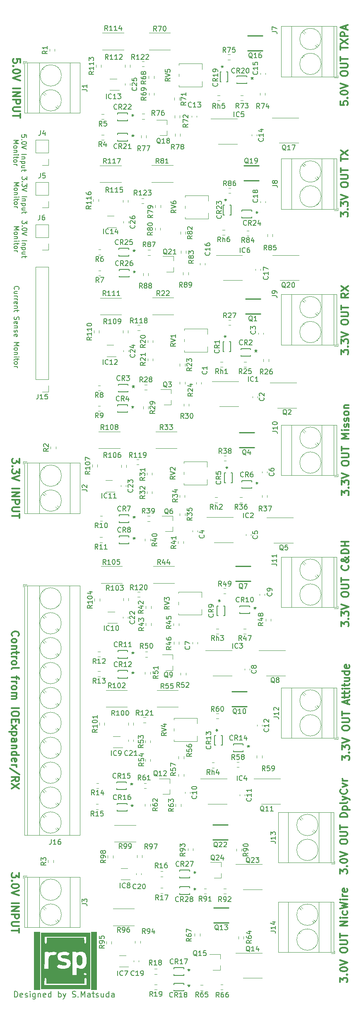
<source format=gto>
G04 #@! TF.GenerationSoftware,KiCad,Pcbnew,(5.1.8-0-10_14)*
G04 #@! TF.CreationDate,2020-12-13T13:07:43+09:00*
G04 #@! TF.ProjectId,rsp02_LoadSW_OCP_Circuit_v1_2,72737030-325f-44c6-9f61-6453575f4f43,v1.2*
G04 #@! TF.SameCoordinates,Original*
G04 #@! TF.FileFunction,Legend,Top*
G04 #@! TF.FilePolarity,Positive*
%FSLAX46Y46*%
G04 Gerber Fmt 4.6, Leading zero omitted, Abs format (unit mm)*
G04 Created by KiCad (PCBNEW (5.1.8-0-10_14)) date 2020-12-13 13:07:43*
%MOMM*%
%LPD*%
G01*
G04 APERTURE LIST*
%ADD10C,0.150000*%
%ADD11C,0.300000*%
%ADD12C,0.200000*%
%ADD13C,0.120000*%
%ADD14C,0.010000*%
%ADD15C,0.254000*%
%ADD16C,0.152400*%
G04 APERTURE END LIST*
D10*
X61142857Y-84757142D02*
X61095238Y-84709523D01*
X61047619Y-84566666D01*
X61047619Y-84471428D01*
X61095238Y-84328571D01*
X61190476Y-84233333D01*
X61285714Y-84185714D01*
X61476190Y-84138095D01*
X61619047Y-84138095D01*
X61809523Y-84185714D01*
X61904761Y-84233333D01*
X62000000Y-84328571D01*
X62047619Y-84471428D01*
X62047619Y-84566666D01*
X62000000Y-84709523D01*
X61952380Y-84757142D01*
X61714285Y-85614285D02*
X61047619Y-85614285D01*
X61714285Y-85185714D02*
X61190476Y-85185714D01*
X61095238Y-85233333D01*
X61047619Y-85328571D01*
X61047619Y-85471428D01*
X61095238Y-85566666D01*
X61142857Y-85614285D01*
X61047619Y-86090476D02*
X61714285Y-86090476D01*
X61523809Y-86090476D02*
X61619047Y-86138095D01*
X61666666Y-86185714D01*
X61714285Y-86280952D01*
X61714285Y-86376190D01*
X61047619Y-86709523D02*
X61714285Y-86709523D01*
X61523809Y-86709523D02*
X61619047Y-86757142D01*
X61666666Y-86804761D01*
X61714285Y-86900000D01*
X61714285Y-86995238D01*
X61095238Y-87709523D02*
X61047619Y-87614285D01*
X61047619Y-87423809D01*
X61095238Y-87328571D01*
X61190476Y-87280952D01*
X61571428Y-87280952D01*
X61666666Y-87328571D01*
X61714285Y-87423809D01*
X61714285Y-87614285D01*
X61666666Y-87709523D01*
X61571428Y-87757142D01*
X61476190Y-87757142D01*
X61380952Y-87280952D01*
X61714285Y-88185714D02*
X61047619Y-88185714D01*
X61619047Y-88185714D02*
X61666666Y-88233333D01*
X61714285Y-88328571D01*
X61714285Y-88471428D01*
X61666666Y-88566666D01*
X61571428Y-88614285D01*
X61047619Y-88614285D01*
X61714285Y-88947619D02*
X61714285Y-89328571D01*
X62047619Y-89090476D02*
X61190476Y-89090476D01*
X61095238Y-89138095D01*
X61047619Y-89233333D01*
X61047619Y-89328571D01*
X61095238Y-90376190D02*
X61047619Y-90519047D01*
X61047619Y-90757142D01*
X61095238Y-90852380D01*
X61142857Y-90900000D01*
X61238095Y-90947619D01*
X61333333Y-90947619D01*
X61428571Y-90900000D01*
X61476190Y-90852380D01*
X61523809Y-90757142D01*
X61571428Y-90566666D01*
X61619047Y-90471428D01*
X61666666Y-90423809D01*
X61761904Y-90376190D01*
X61857142Y-90376190D01*
X61952380Y-90423809D01*
X62000000Y-90471428D01*
X62047619Y-90566666D01*
X62047619Y-90804761D01*
X62000000Y-90947619D01*
X61095238Y-91757142D02*
X61047619Y-91661904D01*
X61047619Y-91471428D01*
X61095238Y-91376190D01*
X61190476Y-91328571D01*
X61571428Y-91328571D01*
X61666666Y-91376190D01*
X61714285Y-91471428D01*
X61714285Y-91661904D01*
X61666666Y-91757142D01*
X61571428Y-91804761D01*
X61476190Y-91804761D01*
X61380952Y-91328571D01*
X61714285Y-92233333D02*
X61047619Y-92233333D01*
X61619047Y-92233333D02*
X61666666Y-92280952D01*
X61714285Y-92376190D01*
X61714285Y-92519047D01*
X61666666Y-92614285D01*
X61571428Y-92661904D01*
X61047619Y-92661904D01*
X61095238Y-93090476D02*
X61047619Y-93185714D01*
X61047619Y-93376190D01*
X61095238Y-93471428D01*
X61190476Y-93519047D01*
X61238095Y-93519047D01*
X61333333Y-93471428D01*
X61380952Y-93376190D01*
X61380952Y-93233333D01*
X61428571Y-93138095D01*
X61523809Y-93090476D01*
X61571428Y-93090476D01*
X61666666Y-93138095D01*
X61714285Y-93233333D01*
X61714285Y-93376190D01*
X61666666Y-93471428D01*
X61095238Y-94328571D02*
X61047619Y-94233333D01*
X61047619Y-94042857D01*
X61095238Y-93947619D01*
X61190476Y-93900000D01*
X61571428Y-93900000D01*
X61666666Y-93947619D01*
X61714285Y-94042857D01*
X61714285Y-94233333D01*
X61666666Y-94328571D01*
X61571428Y-94376190D01*
X61476190Y-94376190D01*
X61380952Y-93900000D01*
X61047619Y-95566666D02*
X62047619Y-95566666D01*
X61333333Y-95900000D01*
X62047619Y-96233333D01*
X61047619Y-96233333D01*
X61047619Y-96852380D02*
X61095238Y-96757142D01*
X61142857Y-96709523D01*
X61238095Y-96661904D01*
X61523809Y-96661904D01*
X61619047Y-96709523D01*
X61666666Y-96757142D01*
X61714285Y-96852380D01*
X61714285Y-96995238D01*
X61666666Y-97090476D01*
X61619047Y-97138095D01*
X61523809Y-97185714D01*
X61238095Y-97185714D01*
X61142857Y-97138095D01*
X61095238Y-97090476D01*
X61047619Y-96995238D01*
X61047619Y-96852380D01*
X61714285Y-97614285D02*
X61047619Y-97614285D01*
X61619047Y-97614285D02*
X61666666Y-97661904D01*
X61714285Y-97757142D01*
X61714285Y-97900000D01*
X61666666Y-97995238D01*
X61571428Y-98042857D01*
X61047619Y-98042857D01*
X61047619Y-98519047D02*
X61714285Y-98519047D01*
X62047619Y-98519047D02*
X62000000Y-98471428D01*
X61952380Y-98519047D01*
X62000000Y-98566666D01*
X62047619Y-98519047D01*
X61952380Y-98519047D01*
X61714285Y-98852380D02*
X61714285Y-99233333D01*
X62047619Y-98995238D02*
X61190476Y-98995238D01*
X61095238Y-99042857D01*
X61047619Y-99138095D01*
X61047619Y-99233333D01*
X61047619Y-99709523D02*
X61095238Y-99614285D01*
X61142857Y-99566666D01*
X61238095Y-99519047D01*
X61523809Y-99519047D01*
X61619047Y-99566666D01*
X61666666Y-99614285D01*
X61714285Y-99709523D01*
X61714285Y-99852380D01*
X61666666Y-99947619D01*
X61619047Y-99995238D01*
X61523809Y-100042857D01*
X61238095Y-100042857D01*
X61142857Y-99995238D01*
X61095238Y-99947619D01*
X61047619Y-99852380D01*
X61047619Y-99709523D01*
X61047619Y-100471428D02*
X61714285Y-100471428D01*
X61523809Y-100471428D02*
X61619047Y-100519047D01*
X61666666Y-100566666D01*
X61714285Y-100661904D01*
X61714285Y-100757142D01*
X63672619Y-70761904D02*
X63672619Y-71380952D01*
X63291666Y-71047619D01*
X63291666Y-71190476D01*
X63244047Y-71285714D01*
X63196428Y-71333333D01*
X63101190Y-71380952D01*
X62863095Y-71380952D01*
X62767857Y-71333333D01*
X62720238Y-71285714D01*
X62672619Y-71190476D01*
X62672619Y-70904761D01*
X62720238Y-70809523D01*
X62767857Y-70761904D01*
X62767857Y-71809523D02*
X62720238Y-71857142D01*
X62672619Y-71809523D01*
X62720238Y-71761904D01*
X62767857Y-71809523D01*
X62672619Y-71809523D01*
X63672619Y-72476190D02*
X63672619Y-72571428D01*
X63625000Y-72666666D01*
X63577380Y-72714285D01*
X63482142Y-72761904D01*
X63291666Y-72809523D01*
X63053571Y-72809523D01*
X62863095Y-72761904D01*
X62767857Y-72714285D01*
X62720238Y-72666666D01*
X62672619Y-72571428D01*
X62672619Y-72476190D01*
X62720238Y-72380952D01*
X62767857Y-72333333D01*
X62863095Y-72285714D01*
X63053571Y-72238095D01*
X63291666Y-72238095D01*
X63482142Y-72285714D01*
X63577380Y-72333333D01*
X63625000Y-72380952D01*
X63672619Y-72476190D01*
X63672619Y-73095238D02*
X62672619Y-73428571D01*
X63672619Y-73761904D01*
X62672619Y-74857142D02*
X63672619Y-74857142D01*
X63339285Y-75333333D02*
X62672619Y-75333333D01*
X63244047Y-75333333D02*
X63291666Y-75380952D01*
X63339285Y-75476190D01*
X63339285Y-75619047D01*
X63291666Y-75714285D01*
X63196428Y-75761904D01*
X62672619Y-75761904D01*
X63339285Y-76238095D02*
X62339285Y-76238095D01*
X63291666Y-76238095D02*
X63339285Y-76333333D01*
X63339285Y-76523809D01*
X63291666Y-76619047D01*
X63244047Y-76666666D01*
X63148809Y-76714285D01*
X62863095Y-76714285D01*
X62767857Y-76666666D01*
X62720238Y-76619047D01*
X62672619Y-76523809D01*
X62672619Y-76333333D01*
X62720238Y-76238095D01*
X63339285Y-77571428D02*
X62672619Y-77571428D01*
X63339285Y-77142857D02*
X62815476Y-77142857D01*
X62720238Y-77190476D01*
X62672619Y-77285714D01*
X62672619Y-77428571D01*
X62720238Y-77523809D01*
X62767857Y-77571428D01*
X63339285Y-77904761D02*
X63339285Y-78285714D01*
X63672619Y-78047619D02*
X62815476Y-78047619D01*
X62720238Y-78095238D01*
X62672619Y-78190476D01*
X62672619Y-78285714D01*
X61022619Y-71976190D02*
X62022619Y-71976190D01*
X61308333Y-72309523D01*
X62022619Y-72642857D01*
X61022619Y-72642857D01*
X61022619Y-73261904D02*
X61070238Y-73166666D01*
X61117857Y-73119047D01*
X61213095Y-73071428D01*
X61498809Y-73071428D01*
X61594047Y-73119047D01*
X61641666Y-73166666D01*
X61689285Y-73261904D01*
X61689285Y-73404761D01*
X61641666Y-73500000D01*
X61594047Y-73547619D01*
X61498809Y-73595238D01*
X61213095Y-73595238D01*
X61117857Y-73547619D01*
X61070238Y-73500000D01*
X61022619Y-73404761D01*
X61022619Y-73261904D01*
X61689285Y-74023809D02*
X61022619Y-74023809D01*
X61594047Y-74023809D02*
X61641666Y-74071428D01*
X61689285Y-74166666D01*
X61689285Y-74309523D01*
X61641666Y-74404761D01*
X61546428Y-74452380D01*
X61022619Y-74452380D01*
X61022619Y-74928571D02*
X61689285Y-74928571D01*
X62022619Y-74928571D02*
X61975000Y-74880952D01*
X61927380Y-74928571D01*
X61975000Y-74976190D01*
X62022619Y-74928571D01*
X61927380Y-74928571D01*
X61689285Y-75261904D02*
X61689285Y-75642857D01*
X62022619Y-75404761D02*
X61165476Y-75404761D01*
X61070238Y-75452380D01*
X61022619Y-75547619D01*
X61022619Y-75642857D01*
X61022619Y-76119047D02*
X61070238Y-76023809D01*
X61117857Y-75976190D01*
X61213095Y-75928571D01*
X61498809Y-75928571D01*
X61594047Y-75976190D01*
X61641666Y-76023809D01*
X61689285Y-76119047D01*
X61689285Y-76261904D01*
X61641666Y-76357142D01*
X61594047Y-76404761D01*
X61498809Y-76452380D01*
X61213095Y-76452380D01*
X61117857Y-76404761D01*
X61070238Y-76357142D01*
X61022619Y-76261904D01*
X61022619Y-76119047D01*
X61022619Y-76880952D02*
X61689285Y-76880952D01*
X61498809Y-76880952D02*
X61594047Y-76928571D01*
X61641666Y-76976190D01*
X61689285Y-77071428D01*
X61689285Y-77166666D01*
X63672619Y-61761904D02*
X63672619Y-62380952D01*
X63291666Y-62047619D01*
X63291666Y-62190476D01*
X63244047Y-62285714D01*
X63196428Y-62333333D01*
X63101190Y-62380952D01*
X62863095Y-62380952D01*
X62767857Y-62333333D01*
X62720238Y-62285714D01*
X62672619Y-62190476D01*
X62672619Y-61904761D01*
X62720238Y-61809523D01*
X62767857Y-61761904D01*
X62767857Y-62809523D02*
X62720238Y-62857142D01*
X62672619Y-62809523D01*
X62720238Y-62761904D01*
X62767857Y-62809523D01*
X62672619Y-62809523D01*
X63672619Y-63190476D02*
X63672619Y-63809523D01*
X63291666Y-63476190D01*
X63291666Y-63619047D01*
X63244047Y-63714285D01*
X63196428Y-63761904D01*
X63101190Y-63809523D01*
X62863095Y-63809523D01*
X62767857Y-63761904D01*
X62720238Y-63714285D01*
X62672619Y-63619047D01*
X62672619Y-63333333D01*
X62720238Y-63238095D01*
X62767857Y-63190476D01*
X63672619Y-64095238D02*
X62672619Y-64428571D01*
X63672619Y-64761904D01*
X62672619Y-65857142D02*
X63672619Y-65857142D01*
X63339285Y-66333333D02*
X62672619Y-66333333D01*
X63244047Y-66333333D02*
X63291666Y-66380952D01*
X63339285Y-66476190D01*
X63339285Y-66619047D01*
X63291666Y-66714285D01*
X63196428Y-66761904D01*
X62672619Y-66761904D01*
X63339285Y-67238095D02*
X62339285Y-67238095D01*
X63291666Y-67238095D02*
X63339285Y-67333333D01*
X63339285Y-67523809D01*
X63291666Y-67619047D01*
X63244047Y-67666666D01*
X63148809Y-67714285D01*
X62863095Y-67714285D01*
X62767857Y-67666666D01*
X62720238Y-67619047D01*
X62672619Y-67523809D01*
X62672619Y-67333333D01*
X62720238Y-67238095D01*
X63339285Y-68571428D02*
X62672619Y-68571428D01*
X63339285Y-68142857D02*
X62815476Y-68142857D01*
X62720238Y-68190476D01*
X62672619Y-68285714D01*
X62672619Y-68428571D01*
X62720238Y-68523809D01*
X62767857Y-68571428D01*
X63339285Y-68904761D02*
X63339285Y-69285714D01*
X63672619Y-69047619D02*
X62815476Y-69047619D01*
X62720238Y-69095238D01*
X62672619Y-69190476D01*
X62672619Y-69285714D01*
X61022619Y-62976190D02*
X62022619Y-62976190D01*
X61308333Y-63309523D01*
X62022619Y-63642857D01*
X61022619Y-63642857D01*
X61022619Y-64261904D02*
X61070238Y-64166666D01*
X61117857Y-64119047D01*
X61213095Y-64071428D01*
X61498809Y-64071428D01*
X61594047Y-64119047D01*
X61641666Y-64166666D01*
X61689285Y-64261904D01*
X61689285Y-64404761D01*
X61641666Y-64500000D01*
X61594047Y-64547619D01*
X61498809Y-64595238D01*
X61213095Y-64595238D01*
X61117857Y-64547619D01*
X61070238Y-64500000D01*
X61022619Y-64404761D01*
X61022619Y-64261904D01*
X61689285Y-65023809D02*
X61022619Y-65023809D01*
X61594047Y-65023809D02*
X61641666Y-65071428D01*
X61689285Y-65166666D01*
X61689285Y-65309523D01*
X61641666Y-65404761D01*
X61546428Y-65452380D01*
X61022619Y-65452380D01*
X61022619Y-65928571D02*
X61689285Y-65928571D01*
X62022619Y-65928571D02*
X61975000Y-65880952D01*
X61927380Y-65928571D01*
X61975000Y-65976190D01*
X62022619Y-65928571D01*
X61927380Y-65928571D01*
X61689285Y-66261904D02*
X61689285Y-66642857D01*
X62022619Y-66404761D02*
X61165476Y-66404761D01*
X61070238Y-66452380D01*
X61022619Y-66547619D01*
X61022619Y-66642857D01*
X61022619Y-67119047D02*
X61070238Y-67023809D01*
X61117857Y-66976190D01*
X61213095Y-66928571D01*
X61498809Y-66928571D01*
X61594047Y-66976190D01*
X61641666Y-67023809D01*
X61689285Y-67119047D01*
X61689285Y-67261904D01*
X61641666Y-67357142D01*
X61594047Y-67404761D01*
X61498809Y-67452380D01*
X61213095Y-67452380D01*
X61117857Y-67404761D01*
X61070238Y-67357142D01*
X61022619Y-67261904D01*
X61022619Y-67119047D01*
X61022619Y-67880952D02*
X61689285Y-67880952D01*
X61498809Y-67880952D02*
X61594047Y-67928571D01*
X61641666Y-67976190D01*
X61689285Y-68071428D01*
X61689285Y-68166666D01*
X63572619Y-53733333D02*
X63572619Y-53257142D01*
X63096428Y-53209523D01*
X63144047Y-53257142D01*
X63191666Y-53352380D01*
X63191666Y-53590476D01*
X63144047Y-53685714D01*
X63096428Y-53733333D01*
X63001190Y-53780952D01*
X62763095Y-53780952D01*
X62667857Y-53733333D01*
X62620238Y-53685714D01*
X62572619Y-53590476D01*
X62572619Y-53352380D01*
X62620238Y-53257142D01*
X62667857Y-53209523D01*
X62667857Y-54209523D02*
X62620238Y-54257142D01*
X62572619Y-54209523D01*
X62620238Y-54161904D01*
X62667857Y-54209523D01*
X62572619Y-54209523D01*
X63572619Y-54876190D02*
X63572619Y-54971428D01*
X63525000Y-55066666D01*
X63477380Y-55114285D01*
X63382142Y-55161904D01*
X63191666Y-55209523D01*
X62953571Y-55209523D01*
X62763095Y-55161904D01*
X62667857Y-55114285D01*
X62620238Y-55066666D01*
X62572619Y-54971428D01*
X62572619Y-54876190D01*
X62620238Y-54780952D01*
X62667857Y-54733333D01*
X62763095Y-54685714D01*
X62953571Y-54638095D01*
X63191666Y-54638095D01*
X63382142Y-54685714D01*
X63477380Y-54733333D01*
X63525000Y-54780952D01*
X63572619Y-54876190D01*
X63572619Y-55495238D02*
X62572619Y-55828571D01*
X63572619Y-56161904D01*
X62572619Y-57257142D02*
X63572619Y-57257142D01*
X63239285Y-57733333D02*
X62572619Y-57733333D01*
X63144047Y-57733333D02*
X63191666Y-57780952D01*
X63239285Y-57876190D01*
X63239285Y-58019047D01*
X63191666Y-58114285D01*
X63096428Y-58161904D01*
X62572619Y-58161904D01*
X63239285Y-58638095D02*
X62239285Y-58638095D01*
X63191666Y-58638095D02*
X63239285Y-58733333D01*
X63239285Y-58923809D01*
X63191666Y-59019047D01*
X63144047Y-59066666D01*
X63048809Y-59114285D01*
X62763095Y-59114285D01*
X62667857Y-59066666D01*
X62620238Y-59019047D01*
X62572619Y-58923809D01*
X62572619Y-58733333D01*
X62620238Y-58638095D01*
X63239285Y-59971428D02*
X62572619Y-59971428D01*
X63239285Y-59542857D02*
X62715476Y-59542857D01*
X62620238Y-59590476D01*
X62572619Y-59685714D01*
X62572619Y-59828571D01*
X62620238Y-59923809D01*
X62667857Y-59971428D01*
X63239285Y-60304761D02*
X63239285Y-60685714D01*
X63572619Y-60447619D02*
X62715476Y-60447619D01*
X62620238Y-60495238D01*
X62572619Y-60590476D01*
X62572619Y-60685714D01*
X60922619Y-54376190D02*
X61922619Y-54376190D01*
X61208333Y-54709523D01*
X61922619Y-55042857D01*
X60922619Y-55042857D01*
X60922619Y-55661904D02*
X60970238Y-55566666D01*
X61017857Y-55519047D01*
X61113095Y-55471428D01*
X61398809Y-55471428D01*
X61494047Y-55519047D01*
X61541666Y-55566666D01*
X61589285Y-55661904D01*
X61589285Y-55804761D01*
X61541666Y-55900000D01*
X61494047Y-55947619D01*
X61398809Y-55995238D01*
X61113095Y-55995238D01*
X61017857Y-55947619D01*
X60970238Y-55900000D01*
X60922619Y-55804761D01*
X60922619Y-55661904D01*
X61589285Y-56423809D02*
X60922619Y-56423809D01*
X61494047Y-56423809D02*
X61541666Y-56471428D01*
X61589285Y-56566666D01*
X61589285Y-56709523D01*
X61541666Y-56804761D01*
X61446428Y-56852380D01*
X60922619Y-56852380D01*
X60922619Y-57328571D02*
X61589285Y-57328571D01*
X61922619Y-57328571D02*
X61875000Y-57280952D01*
X61827380Y-57328571D01*
X61875000Y-57376190D01*
X61922619Y-57328571D01*
X61827380Y-57328571D01*
X61589285Y-57661904D02*
X61589285Y-58042857D01*
X61922619Y-57804761D02*
X61065476Y-57804761D01*
X60970238Y-57852380D01*
X60922619Y-57947619D01*
X60922619Y-58042857D01*
X60922619Y-58519047D02*
X60970238Y-58423809D01*
X61017857Y-58376190D01*
X61113095Y-58328571D01*
X61398809Y-58328571D01*
X61494047Y-58376190D01*
X61541666Y-58423809D01*
X61589285Y-58519047D01*
X61589285Y-58661904D01*
X61541666Y-58757142D01*
X61494047Y-58804761D01*
X61398809Y-58852380D01*
X61113095Y-58852380D01*
X61017857Y-58804761D01*
X60970238Y-58757142D01*
X60922619Y-58661904D01*
X60922619Y-58519047D01*
X60922619Y-59280952D02*
X61589285Y-59280952D01*
X61398809Y-59280952D02*
X61494047Y-59328571D01*
X61541666Y-59376190D01*
X61589285Y-59471428D01*
X61589285Y-59566666D01*
D11*
X127678571Y-226107142D02*
X127678571Y-225178571D01*
X128250000Y-225678571D01*
X128250000Y-225464285D01*
X128321428Y-225321428D01*
X128392857Y-225250000D01*
X128535714Y-225178571D01*
X128892857Y-225178571D01*
X129035714Y-225250000D01*
X129107142Y-225321428D01*
X129178571Y-225464285D01*
X129178571Y-225892857D01*
X129107142Y-226035714D01*
X129035714Y-226107142D01*
X129035714Y-224535714D02*
X129107142Y-224464285D01*
X129178571Y-224535714D01*
X129107142Y-224607142D01*
X129035714Y-224535714D01*
X129178571Y-224535714D01*
X127678571Y-223535714D02*
X127678571Y-223392857D01*
X127750000Y-223250000D01*
X127821428Y-223178571D01*
X127964285Y-223107142D01*
X128250000Y-223035714D01*
X128607142Y-223035714D01*
X128892857Y-223107142D01*
X129035714Y-223178571D01*
X129107142Y-223250000D01*
X129178571Y-223392857D01*
X129178571Y-223535714D01*
X129107142Y-223678571D01*
X129035714Y-223750000D01*
X128892857Y-223821428D01*
X128607142Y-223892857D01*
X128250000Y-223892857D01*
X127964285Y-223821428D01*
X127821428Y-223750000D01*
X127750000Y-223678571D01*
X127678571Y-223535714D01*
X127678571Y-222607142D02*
X129178571Y-222107142D01*
X127678571Y-221607142D01*
X127678571Y-219678571D02*
X127678571Y-219392857D01*
X127750000Y-219250000D01*
X127892857Y-219107142D01*
X128178571Y-219035714D01*
X128678571Y-219035714D01*
X128964285Y-219107142D01*
X129107142Y-219250000D01*
X129178571Y-219392857D01*
X129178571Y-219678571D01*
X129107142Y-219821428D01*
X128964285Y-219964285D01*
X128678571Y-220035714D01*
X128178571Y-220035714D01*
X127892857Y-219964285D01*
X127750000Y-219821428D01*
X127678571Y-219678571D01*
X127678571Y-218392857D02*
X128892857Y-218392857D01*
X129035714Y-218321428D01*
X129107142Y-218250000D01*
X129178571Y-218107142D01*
X129178571Y-217821428D01*
X129107142Y-217678571D01*
X129035714Y-217607142D01*
X128892857Y-217535714D01*
X127678571Y-217535714D01*
X127678571Y-217035714D02*
X127678571Y-216178571D01*
X129178571Y-216607142D02*
X127678571Y-216607142D01*
X129178571Y-214535714D02*
X127678571Y-214535714D01*
X129178571Y-213678571D01*
X127678571Y-213678571D01*
X129178571Y-212964285D02*
X128178571Y-212964285D01*
X127678571Y-212964285D02*
X127750000Y-213035714D01*
X127821428Y-212964285D01*
X127750000Y-212892857D01*
X127678571Y-212964285D01*
X127821428Y-212964285D01*
X129107142Y-211607142D02*
X129178571Y-211750000D01*
X129178571Y-212035714D01*
X129107142Y-212178571D01*
X129035714Y-212250000D01*
X128892857Y-212321428D01*
X128464285Y-212321428D01*
X128321428Y-212250000D01*
X128250000Y-212178571D01*
X128178571Y-212035714D01*
X128178571Y-211750000D01*
X128250000Y-211607142D01*
X127678571Y-211107142D02*
X129178571Y-210750000D01*
X128107142Y-210464285D01*
X129178571Y-210178571D01*
X127678571Y-209821428D01*
X129178571Y-209250000D02*
X128178571Y-209250000D01*
X127678571Y-209250000D02*
X127750000Y-209321428D01*
X127821428Y-209250000D01*
X127750000Y-209178571D01*
X127678571Y-209250000D01*
X127821428Y-209250000D01*
X129178571Y-208535714D02*
X128178571Y-208535714D01*
X128464285Y-208535714D02*
X128321428Y-208464285D01*
X128250000Y-208392857D01*
X128178571Y-208250000D01*
X128178571Y-208107142D01*
X129107142Y-207035714D02*
X129178571Y-207178571D01*
X129178571Y-207464285D01*
X129107142Y-207607142D01*
X128964285Y-207678571D01*
X128392857Y-207678571D01*
X128250000Y-207607142D01*
X128178571Y-207464285D01*
X128178571Y-207178571D01*
X128250000Y-207035714D01*
X128392857Y-206964285D01*
X128535714Y-206964285D01*
X128678571Y-207678571D01*
X127678571Y-203978571D02*
X127678571Y-203050000D01*
X128250000Y-203550000D01*
X128250000Y-203335714D01*
X128321428Y-203192857D01*
X128392857Y-203121428D01*
X128535714Y-203050000D01*
X128892857Y-203050000D01*
X129035714Y-203121428D01*
X129107142Y-203192857D01*
X129178571Y-203335714D01*
X129178571Y-203764285D01*
X129107142Y-203907142D01*
X129035714Y-203978571D01*
X129035714Y-202407142D02*
X129107142Y-202335714D01*
X129178571Y-202407142D01*
X129107142Y-202478571D01*
X129035714Y-202407142D01*
X129178571Y-202407142D01*
X127678571Y-201407142D02*
X127678571Y-201264285D01*
X127750000Y-201121428D01*
X127821428Y-201050000D01*
X127964285Y-200978571D01*
X128250000Y-200907142D01*
X128607142Y-200907142D01*
X128892857Y-200978571D01*
X129035714Y-201050000D01*
X129107142Y-201121428D01*
X129178571Y-201264285D01*
X129178571Y-201407142D01*
X129107142Y-201550000D01*
X129035714Y-201621428D01*
X128892857Y-201692857D01*
X128607142Y-201764285D01*
X128250000Y-201764285D01*
X127964285Y-201692857D01*
X127821428Y-201621428D01*
X127750000Y-201550000D01*
X127678571Y-201407142D01*
X127678571Y-200478571D02*
X129178571Y-199978571D01*
X127678571Y-199478571D01*
X127678571Y-197550000D02*
X127678571Y-197264285D01*
X127750000Y-197121428D01*
X127892857Y-196978571D01*
X128178571Y-196907142D01*
X128678571Y-196907142D01*
X128964285Y-196978571D01*
X129107142Y-197121428D01*
X129178571Y-197264285D01*
X129178571Y-197550000D01*
X129107142Y-197692857D01*
X128964285Y-197835714D01*
X128678571Y-197907142D01*
X128178571Y-197907142D01*
X127892857Y-197835714D01*
X127750000Y-197692857D01*
X127678571Y-197550000D01*
X127678571Y-196264285D02*
X128892857Y-196264285D01*
X129035714Y-196192857D01*
X129107142Y-196121428D01*
X129178571Y-195978571D01*
X129178571Y-195692857D01*
X129107142Y-195550000D01*
X129035714Y-195478571D01*
X128892857Y-195407142D01*
X127678571Y-195407142D01*
X127678571Y-194907142D02*
X127678571Y-194050000D01*
X129178571Y-194478571D02*
X127678571Y-194478571D01*
X129178571Y-192407142D02*
X127678571Y-192407142D01*
X127678571Y-192050000D01*
X127750000Y-191835714D01*
X127892857Y-191692857D01*
X128035714Y-191621428D01*
X128321428Y-191550000D01*
X128535714Y-191550000D01*
X128821428Y-191621428D01*
X128964285Y-191692857D01*
X129107142Y-191835714D01*
X129178571Y-192050000D01*
X129178571Y-192407142D01*
X128178571Y-190907142D02*
X129678571Y-190907142D01*
X128250000Y-190907142D02*
X128178571Y-190764285D01*
X128178571Y-190478571D01*
X128250000Y-190335714D01*
X128321428Y-190264285D01*
X128464285Y-190192857D01*
X128892857Y-190192857D01*
X129035714Y-190264285D01*
X129107142Y-190335714D01*
X129178571Y-190478571D01*
X129178571Y-190764285D01*
X129107142Y-190907142D01*
X129178571Y-189335714D02*
X129107142Y-189478571D01*
X128964285Y-189550000D01*
X127678571Y-189550000D01*
X128178571Y-188907142D02*
X129178571Y-188550000D01*
X128178571Y-188192857D02*
X129178571Y-188550000D01*
X129535714Y-188692857D01*
X129607142Y-188764285D01*
X129678571Y-188907142D01*
X129035714Y-186764285D02*
X129107142Y-186835714D01*
X129178571Y-187050000D01*
X129178571Y-187192857D01*
X129107142Y-187407142D01*
X128964285Y-187550000D01*
X128821428Y-187621428D01*
X128535714Y-187692857D01*
X128321428Y-187692857D01*
X128035714Y-187621428D01*
X127892857Y-187550000D01*
X127750000Y-187407142D01*
X127678571Y-187192857D01*
X127678571Y-187050000D01*
X127750000Y-186835714D01*
X127821428Y-186764285D01*
X128178571Y-186264285D02*
X129178571Y-185907142D01*
X128178571Y-185550000D01*
X129178571Y-184978571D02*
X128178571Y-184978571D01*
X128464285Y-184978571D02*
X128321428Y-184907142D01*
X128250000Y-184835714D01*
X128178571Y-184692857D01*
X128178571Y-184550000D01*
X128103571Y-180810714D02*
X128103571Y-179882142D01*
X128675000Y-180382142D01*
X128675000Y-180167857D01*
X128746428Y-180025000D01*
X128817857Y-179953571D01*
X128960714Y-179882142D01*
X129317857Y-179882142D01*
X129460714Y-179953571D01*
X129532142Y-180025000D01*
X129603571Y-180167857D01*
X129603571Y-180596428D01*
X129532142Y-180739285D01*
X129460714Y-180810714D01*
X129460714Y-179239285D02*
X129532142Y-179167857D01*
X129603571Y-179239285D01*
X129532142Y-179310714D01*
X129460714Y-179239285D01*
X129603571Y-179239285D01*
X128103571Y-178667857D02*
X128103571Y-177739285D01*
X128675000Y-178239285D01*
X128675000Y-178025000D01*
X128746428Y-177882142D01*
X128817857Y-177810714D01*
X128960714Y-177739285D01*
X129317857Y-177739285D01*
X129460714Y-177810714D01*
X129532142Y-177882142D01*
X129603571Y-178025000D01*
X129603571Y-178453571D01*
X129532142Y-178596428D01*
X129460714Y-178667857D01*
X128103571Y-177310714D02*
X129603571Y-176810714D01*
X128103571Y-176310714D01*
X128103571Y-174382142D02*
X128103571Y-174096428D01*
X128175000Y-173953571D01*
X128317857Y-173810714D01*
X128603571Y-173739285D01*
X129103571Y-173739285D01*
X129389285Y-173810714D01*
X129532142Y-173953571D01*
X129603571Y-174096428D01*
X129603571Y-174382142D01*
X129532142Y-174525000D01*
X129389285Y-174667857D01*
X129103571Y-174739285D01*
X128603571Y-174739285D01*
X128317857Y-174667857D01*
X128175000Y-174525000D01*
X128103571Y-174382142D01*
X128103571Y-173096428D02*
X129317857Y-173096428D01*
X129460714Y-173025000D01*
X129532142Y-172953571D01*
X129603571Y-172810714D01*
X129603571Y-172525000D01*
X129532142Y-172382142D01*
X129460714Y-172310714D01*
X129317857Y-172239285D01*
X128103571Y-172239285D01*
X128103571Y-171739285D02*
X128103571Y-170882142D01*
X129603571Y-171310714D02*
X128103571Y-171310714D01*
X129175000Y-169310714D02*
X129175000Y-168596428D01*
X129603571Y-169453571D02*
X128103571Y-168953571D01*
X129603571Y-168453571D01*
X128603571Y-168167857D02*
X128603571Y-167596428D01*
X128103571Y-167953571D02*
X129389285Y-167953571D01*
X129532142Y-167882142D01*
X129603571Y-167739285D01*
X129603571Y-167596428D01*
X128603571Y-167310714D02*
X128603571Y-166739285D01*
X128103571Y-167096428D02*
X129389285Y-167096428D01*
X129532142Y-167025000D01*
X129603571Y-166882142D01*
X129603571Y-166739285D01*
X129603571Y-166239285D02*
X128603571Y-166239285D01*
X128103571Y-166239285D02*
X128175000Y-166310714D01*
X128246428Y-166239285D01*
X128175000Y-166167857D01*
X128103571Y-166239285D01*
X128246428Y-166239285D01*
X128603571Y-165739285D02*
X128603571Y-165167857D01*
X128103571Y-165525000D02*
X129389285Y-165525000D01*
X129532142Y-165453571D01*
X129603571Y-165310714D01*
X129603571Y-165167857D01*
X128603571Y-164025000D02*
X129603571Y-164025000D01*
X128603571Y-164667857D02*
X129389285Y-164667857D01*
X129532142Y-164596428D01*
X129603571Y-164453571D01*
X129603571Y-164239285D01*
X129532142Y-164096428D01*
X129460714Y-164025000D01*
X129603571Y-162667857D02*
X128103571Y-162667857D01*
X129532142Y-162667857D02*
X129603571Y-162810714D01*
X129603571Y-163096428D01*
X129532142Y-163239285D01*
X129460714Y-163310714D01*
X129317857Y-163382142D01*
X128889285Y-163382142D01*
X128746428Y-163310714D01*
X128675000Y-163239285D01*
X128603571Y-163096428D01*
X128603571Y-162810714D01*
X128675000Y-162667857D01*
X129532142Y-161382142D02*
X129603571Y-161525000D01*
X129603571Y-161810714D01*
X129532142Y-161953571D01*
X129389285Y-162025000D01*
X128817857Y-162025000D01*
X128675000Y-161953571D01*
X128603571Y-161810714D01*
X128603571Y-161525000D01*
X128675000Y-161382142D01*
X128817857Y-161310714D01*
X128960714Y-161310714D01*
X129103571Y-162025000D01*
X127953571Y-153539285D02*
X127953571Y-152610714D01*
X128525000Y-153110714D01*
X128525000Y-152896428D01*
X128596428Y-152753571D01*
X128667857Y-152682142D01*
X128810714Y-152610714D01*
X129167857Y-152610714D01*
X129310714Y-152682142D01*
X129382142Y-152753571D01*
X129453571Y-152896428D01*
X129453571Y-153325000D01*
X129382142Y-153467857D01*
X129310714Y-153539285D01*
X129310714Y-151967857D02*
X129382142Y-151896428D01*
X129453571Y-151967857D01*
X129382142Y-152039285D01*
X129310714Y-151967857D01*
X129453571Y-151967857D01*
X127953571Y-151396428D02*
X127953571Y-150467857D01*
X128525000Y-150967857D01*
X128525000Y-150753571D01*
X128596428Y-150610714D01*
X128667857Y-150539285D01*
X128810714Y-150467857D01*
X129167857Y-150467857D01*
X129310714Y-150539285D01*
X129382142Y-150610714D01*
X129453571Y-150753571D01*
X129453571Y-151182142D01*
X129382142Y-151325000D01*
X129310714Y-151396428D01*
X127953571Y-150039285D02*
X129453571Y-149539285D01*
X127953571Y-149039285D01*
X127953571Y-147110714D02*
X127953571Y-146825000D01*
X128025000Y-146682142D01*
X128167857Y-146539285D01*
X128453571Y-146467857D01*
X128953571Y-146467857D01*
X129239285Y-146539285D01*
X129382142Y-146682142D01*
X129453571Y-146825000D01*
X129453571Y-147110714D01*
X129382142Y-147253571D01*
X129239285Y-147396428D01*
X128953571Y-147467857D01*
X128453571Y-147467857D01*
X128167857Y-147396428D01*
X128025000Y-147253571D01*
X127953571Y-147110714D01*
X127953571Y-145825000D02*
X129167857Y-145825000D01*
X129310714Y-145753571D01*
X129382142Y-145682142D01*
X129453571Y-145539285D01*
X129453571Y-145253571D01*
X129382142Y-145110714D01*
X129310714Y-145039285D01*
X129167857Y-144967857D01*
X127953571Y-144967857D01*
X127953571Y-144467857D02*
X127953571Y-143610714D01*
X129453571Y-144039285D02*
X127953571Y-144039285D01*
X129310714Y-141110714D02*
X129382142Y-141182142D01*
X129453571Y-141396428D01*
X129453571Y-141539285D01*
X129382142Y-141753571D01*
X129239285Y-141896428D01*
X129096428Y-141967857D01*
X128810714Y-142039285D01*
X128596428Y-142039285D01*
X128310714Y-141967857D01*
X128167857Y-141896428D01*
X128025000Y-141753571D01*
X127953571Y-141539285D01*
X127953571Y-141396428D01*
X128025000Y-141182142D01*
X128096428Y-141110714D01*
X129453571Y-139253571D02*
X129453571Y-139325000D01*
X129382142Y-139467857D01*
X129167857Y-139682142D01*
X128739285Y-140039285D01*
X128525000Y-140182142D01*
X128310714Y-140253571D01*
X128167857Y-140253571D01*
X128025000Y-140182142D01*
X127953571Y-140039285D01*
X127953571Y-139967857D01*
X128025000Y-139825000D01*
X128167857Y-139753571D01*
X128239285Y-139753571D01*
X128382142Y-139825000D01*
X128453571Y-139896428D01*
X128739285Y-140325000D01*
X128810714Y-140396428D01*
X128953571Y-140467857D01*
X129167857Y-140467857D01*
X129310714Y-140396428D01*
X129382142Y-140325000D01*
X129453571Y-140182142D01*
X129453571Y-139967857D01*
X129382142Y-139825000D01*
X129310714Y-139753571D01*
X129025000Y-139539285D01*
X128810714Y-139467857D01*
X128667857Y-139467857D01*
X129453571Y-138610714D02*
X127953571Y-138610714D01*
X127953571Y-138253571D01*
X128025000Y-138039285D01*
X128167857Y-137896428D01*
X128310714Y-137825000D01*
X128596428Y-137753571D01*
X128810714Y-137753571D01*
X129096428Y-137825000D01*
X129239285Y-137896428D01*
X129382142Y-138039285D01*
X129453571Y-138253571D01*
X129453571Y-138610714D01*
X129453571Y-137110714D02*
X127953571Y-137110714D01*
X128667857Y-137110714D02*
X128667857Y-136253571D01*
X129453571Y-136253571D02*
X127953571Y-136253571D01*
X127978571Y-126785714D02*
X127978571Y-125857142D01*
X128550000Y-126357142D01*
X128550000Y-126142857D01*
X128621428Y-126000000D01*
X128692857Y-125928571D01*
X128835714Y-125857142D01*
X129192857Y-125857142D01*
X129335714Y-125928571D01*
X129407142Y-126000000D01*
X129478571Y-126142857D01*
X129478571Y-126571428D01*
X129407142Y-126714285D01*
X129335714Y-126785714D01*
X129335714Y-125214285D02*
X129407142Y-125142857D01*
X129478571Y-125214285D01*
X129407142Y-125285714D01*
X129335714Y-125214285D01*
X129478571Y-125214285D01*
X127978571Y-124642857D02*
X127978571Y-123714285D01*
X128550000Y-124214285D01*
X128550000Y-124000000D01*
X128621428Y-123857142D01*
X128692857Y-123785714D01*
X128835714Y-123714285D01*
X129192857Y-123714285D01*
X129335714Y-123785714D01*
X129407142Y-123857142D01*
X129478571Y-124000000D01*
X129478571Y-124428571D01*
X129407142Y-124571428D01*
X129335714Y-124642857D01*
X127978571Y-123285714D02*
X129478571Y-122785714D01*
X127978571Y-122285714D01*
X127978571Y-120357142D02*
X127978571Y-120071428D01*
X128050000Y-119928571D01*
X128192857Y-119785714D01*
X128478571Y-119714285D01*
X128978571Y-119714285D01*
X129264285Y-119785714D01*
X129407142Y-119928571D01*
X129478571Y-120071428D01*
X129478571Y-120357142D01*
X129407142Y-120500000D01*
X129264285Y-120642857D01*
X128978571Y-120714285D01*
X128478571Y-120714285D01*
X128192857Y-120642857D01*
X128050000Y-120500000D01*
X127978571Y-120357142D01*
X127978571Y-119071428D02*
X129192857Y-119071428D01*
X129335714Y-119000000D01*
X129407142Y-118928571D01*
X129478571Y-118785714D01*
X129478571Y-118500000D01*
X129407142Y-118357142D01*
X129335714Y-118285714D01*
X129192857Y-118214285D01*
X127978571Y-118214285D01*
X127978571Y-117714285D02*
X127978571Y-116857142D01*
X129478571Y-117285714D02*
X127978571Y-117285714D01*
X129478571Y-115214285D02*
X127978571Y-115214285D01*
X129050000Y-114714285D01*
X127978571Y-114214285D01*
X129478571Y-114214285D01*
X129478571Y-113500000D02*
X128478571Y-113500000D01*
X127978571Y-113500000D02*
X128050000Y-113571428D01*
X128121428Y-113500000D01*
X128050000Y-113428571D01*
X127978571Y-113500000D01*
X128121428Y-113500000D01*
X129407142Y-112857142D02*
X129478571Y-112714285D01*
X129478571Y-112428571D01*
X129407142Y-112285714D01*
X129264285Y-112214285D01*
X129192857Y-112214285D01*
X129050000Y-112285714D01*
X128978571Y-112428571D01*
X128978571Y-112642857D01*
X128907142Y-112785714D01*
X128764285Y-112857142D01*
X128692857Y-112857142D01*
X128550000Y-112785714D01*
X128478571Y-112642857D01*
X128478571Y-112428571D01*
X128550000Y-112285714D01*
X129407142Y-111642857D02*
X129478571Y-111500000D01*
X129478571Y-111214285D01*
X129407142Y-111071428D01*
X129264285Y-111000000D01*
X129192857Y-111000000D01*
X129050000Y-111071428D01*
X128978571Y-111214285D01*
X128978571Y-111428571D01*
X128907142Y-111571428D01*
X128764285Y-111642857D01*
X128692857Y-111642857D01*
X128550000Y-111571428D01*
X128478571Y-111428571D01*
X128478571Y-111214285D01*
X128550000Y-111071428D01*
X129478571Y-110142857D02*
X129407142Y-110285714D01*
X129335714Y-110357142D01*
X129192857Y-110428571D01*
X128764285Y-110428571D01*
X128621428Y-110357142D01*
X128550000Y-110285714D01*
X128478571Y-110142857D01*
X128478571Y-109928571D01*
X128550000Y-109785714D01*
X128621428Y-109714285D01*
X128764285Y-109642857D01*
X129192857Y-109642857D01*
X129335714Y-109714285D01*
X129407142Y-109785714D01*
X129478571Y-109928571D01*
X129478571Y-110142857D01*
X128478571Y-109000000D02*
X129478571Y-109000000D01*
X128621428Y-109000000D02*
X128550000Y-108928571D01*
X128478571Y-108785714D01*
X128478571Y-108571428D01*
X128550000Y-108428571D01*
X128692857Y-108357142D01*
X129478571Y-108357142D01*
X127878571Y-98014285D02*
X127878571Y-97085714D01*
X128450000Y-97585714D01*
X128450000Y-97371428D01*
X128521428Y-97228571D01*
X128592857Y-97157142D01*
X128735714Y-97085714D01*
X129092857Y-97085714D01*
X129235714Y-97157142D01*
X129307142Y-97228571D01*
X129378571Y-97371428D01*
X129378571Y-97800000D01*
X129307142Y-97942857D01*
X129235714Y-98014285D01*
X129235714Y-96442857D02*
X129307142Y-96371428D01*
X129378571Y-96442857D01*
X129307142Y-96514285D01*
X129235714Y-96442857D01*
X129378571Y-96442857D01*
X127878571Y-95871428D02*
X127878571Y-94942857D01*
X128450000Y-95442857D01*
X128450000Y-95228571D01*
X128521428Y-95085714D01*
X128592857Y-95014285D01*
X128735714Y-94942857D01*
X129092857Y-94942857D01*
X129235714Y-95014285D01*
X129307142Y-95085714D01*
X129378571Y-95228571D01*
X129378571Y-95657142D01*
X129307142Y-95800000D01*
X129235714Y-95871428D01*
X127878571Y-94514285D02*
X129378571Y-94014285D01*
X127878571Y-93514285D01*
X127878571Y-91585714D02*
X127878571Y-91300000D01*
X127950000Y-91157142D01*
X128092857Y-91014285D01*
X128378571Y-90942857D01*
X128878571Y-90942857D01*
X129164285Y-91014285D01*
X129307142Y-91157142D01*
X129378571Y-91300000D01*
X129378571Y-91585714D01*
X129307142Y-91728571D01*
X129164285Y-91871428D01*
X128878571Y-91942857D01*
X128378571Y-91942857D01*
X128092857Y-91871428D01*
X127950000Y-91728571D01*
X127878571Y-91585714D01*
X127878571Y-90300000D02*
X129092857Y-90300000D01*
X129235714Y-90228571D01*
X129307142Y-90157142D01*
X129378571Y-90014285D01*
X129378571Y-89728571D01*
X129307142Y-89585714D01*
X129235714Y-89514285D01*
X129092857Y-89442857D01*
X127878571Y-89442857D01*
X127878571Y-88942857D02*
X127878571Y-88085714D01*
X129378571Y-88514285D02*
X127878571Y-88514285D01*
X129378571Y-85585714D02*
X128664285Y-86085714D01*
X129378571Y-86442857D02*
X127878571Y-86442857D01*
X127878571Y-85871428D01*
X127950000Y-85728571D01*
X128021428Y-85657142D01*
X128164285Y-85585714D01*
X128378571Y-85585714D01*
X128521428Y-85657142D01*
X128592857Y-85728571D01*
X128664285Y-85871428D01*
X128664285Y-86442857D01*
X127878571Y-85085714D02*
X129378571Y-84085714D01*
X127878571Y-84085714D02*
X129378571Y-85085714D01*
X127803571Y-69960714D02*
X127803571Y-69032142D01*
X128375000Y-69532142D01*
X128375000Y-69317857D01*
X128446428Y-69175000D01*
X128517857Y-69103571D01*
X128660714Y-69032142D01*
X129017857Y-69032142D01*
X129160714Y-69103571D01*
X129232142Y-69175000D01*
X129303571Y-69317857D01*
X129303571Y-69746428D01*
X129232142Y-69889285D01*
X129160714Y-69960714D01*
X129160714Y-68389285D02*
X129232142Y-68317857D01*
X129303571Y-68389285D01*
X129232142Y-68460714D01*
X129160714Y-68389285D01*
X129303571Y-68389285D01*
X127803571Y-67817857D02*
X127803571Y-66889285D01*
X128375000Y-67389285D01*
X128375000Y-67175000D01*
X128446428Y-67032142D01*
X128517857Y-66960714D01*
X128660714Y-66889285D01*
X129017857Y-66889285D01*
X129160714Y-66960714D01*
X129232142Y-67032142D01*
X129303571Y-67175000D01*
X129303571Y-67603571D01*
X129232142Y-67746428D01*
X129160714Y-67817857D01*
X127803571Y-66460714D02*
X129303571Y-65960714D01*
X127803571Y-65460714D01*
X127803571Y-63532142D02*
X127803571Y-63246428D01*
X127875000Y-63103571D01*
X128017857Y-62960714D01*
X128303571Y-62889285D01*
X128803571Y-62889285D01*
X129089285Y-62960714D01*
X129232142Y-63103571D01*
X129303571Y-63246428D01*
X129303571Y-63532142D01*
X129232142Y-63675000D01*
X129089285Y-63817857D01*
X128803571Y-63889285D01*
X128303571Y-63889285D01*
X128017857Y-63817857D01*
X127875000Y-63675000D01*
X127803571Y-63532142D01*
X127803571Y-62246428D02*
X129017857Y-62246428D01*
X129160714Y-62175000D01*
X129232142Y-62103571D01*
X129303571Y-61960714D01*
X129303571Y-61675000D01*
X129232142Y-61532142D01*
X129160714Y-61460714D01*
X129017857Y-61389285D01*
X127803571Y-61389285D01*
X127803571Y-60889285D02*
X127803571Y-60032142D01*
X129303571Y-60460714D02*
X127803571Y-60460714D01*
X127803571Y-58603571D02*
X127803571Y-57746428D01*
X129303571Y-58175000D02*
X127803571Y-58175000D01*
X127803571Y-57389285D02*
X129303571Y-56389285D01*
X127803571Y-56389285D02*
X129303571Y-57389285D01*
X127778571Y-46421428D02*
X127778571Y-47135714D01*
X128492857Y-47207142D01*
X128421428Y-47135714D01*
X128350000Y-46992857D01*
X128350000Y-46635714D01*
X128421428Y-46492857D01*
X128492857Y-46421428D01*
X128635714Y-46349999D01*
X128992857Y-46349999D01*
X129135714Y-46421428D01*
X129207142Y-46492857D01*
X129278571Y-46635714D01*
X129278571Y-46992857D01*
X129207142Y-47135714D01*
X129135714Y-47207142D01*
X129135714Y-45707142D02*
X129207142Y-45635714D01*
X129278571Y-45707142D01*
X129207142Y-45778571D01*
X129135714Y-45707142D01*
X129278571Y-45707142D01*
X127778571Y-44707142D02*
X127778571Y-44564285D01*
X127850000Y-44421428D01*
X127921428Y-44349999D01*
X128064285Y-44278571D01*
X128350000Y-44207142D01*
X128707142Y-44207142D01*
X128992857Y-44278571D01*
X129135714Y-44349999D01*
X129207142Y-44421428D01*
X129278571Y-44564285D01*
X129278571Y-44707142D01*
X129207142Y-44849999D01*
X129135714Y-44921428D01*
X128992857Y-44992857D01*
X128707142Y-45064285D01*
X128350000Y-45064285D01*
X128064285Y-44992857D01*
X127921428Y-44921428D01*
X127850000Y-44849999D01*
X127778571Y-44707142D01*
X127778571Y-43778571D02*
X129278571Y-43278571D01*
X127778571Y-42778571D01*
X127778571Y-40850000D02*
X127778571Y-40564285D01*
X127850000Y-40421428D01*
X127992857Y-40278571D01*
X128278571Y-40207142D01*
X128778571Y-40207142D01*
X129064285Y-40278571D01*
X129207142Y-40421428D01*
X129278571Y-40564285D01*
X129278571Y-40850000D01*
X129207142Y-40992857D01*
X129064285Y-41135714D01*
X128778571Y-41207142D01*
X128278571Y-41207142D01*
X127992857Y-41135714D01*
X127850000Y-40992857D01*
X127778571Y-40850000D01*
X127778571Y-39564285D02*
X128992857Y-39564285D01*
X129135714Y-39492857D01*
X129207142Y-39421428D01*
X129278571Y-39278571D01*
X129278571Y-38992857D01*
X129207142Y-38850000D01*
X129135714Y-38778571D01*
X128992857Y-38707142D01*
X127778571Y-38707142D01*
X127778571Y-38207142D02*
X127778571Y-37350000D01*
X129278571Y-37778571D02*
X127778571Y-37778571D01*
X127778571Y-35921428D02*
X127778571Y-35064285D01*
X129278571Y-35492857D02*
X127778571Y-35492857D01*
X127778571Y-34707142D02*
X129278571Y-33707142D01*
X127778571Y-33707142D02*
X129278571Y-34707142D01*
X129278571Y-33135714D02*
X127778571Y-33135714D01*
X127778571Y-32564285D01*
X127850000Y-32421428D01*
X127921428Y-32350000D01*
X128064285Y-32278571D01*
X128278571Y-32278571D01*
X128421428Y-32350000D01*
X128492857Y-32421428D01*
X128564285Y-32564285D01*
X128564285Y-33135714D01*
X128850000Y-31707142D02*
X128850000Y-30992857D01*
X129278571Y-31850000D02*
X127778571Y-31350000D01*
X129278571Y-30850000D01*
X60689285Y-155478571D02*
X60617857Y-155407142D01*
X60546428Y-155192857D01*
X60546428Y-155050000D01*
X60617857Y-154835714D01*
X60760714Y-154692857D01*
X60903571Y-154621428D01*
X61189285Y-154550000D01*
X61403571Y-154550000D01*
X61689285Y-154621428D01*
X61832142Y-154692857D01*
X61975000Y-154835714D01*
X62046428Y-155050000D01*
X62046428Y-155192857D01*
X61975000Y-155407142D01*
X61903571Y-155478571D01*
X60546428Y-156335714D02*
X60617857Y-156192857D01*
X60689285Y-156121428D01*
X60832142Y-156050000D01*
X61260714Y-156050000D01*
X61403571Y-156121428D01*
X61475000Y-156192857D01*
X61546428Y-156335714D01*
X61546428Y-156550000D01*
X61475000Y-156692857D01*
X61403571Y-156764285D01*
X61260714Y-156835714D01*
X60832142Y-156835714D01*
X60689285Y-156764285D01*
X60617857Y-156692857D01*
X60546428Y-156550000D01*
X60546428Y-156335714D01*
X61546428Y-157478571D02*
X60546428Y-157478571D01*
X61403571Y-157478571D02*
X61475000Y-157550000D01*
X61546428Y-157692857D01*
X61546428Y-157907142D01*
X61475000Y-158050000D01*
X61332142Y-158121428D01*
X60546428Y-158121428D01*
X61546428Y-158621428D02*
X61546428Y-159192857D01*
X62046428Y-158835714D02*
X60760714Y-158835714D01*
X60617857Y-158907142D01*
X60546428Y-159050000D01*
X60546428Y-159192857D01*
X60546428Y-159692857D02*
X61546428Y-159692857D01*
X61260714Y-159692857D02*
X61403571Y-159764285D01*
X61475000Y-159835714D01*
X61546428Y-159978571D01*
X61546428Y-160121428D01*
X60546428Y-160835714D02*
X60617857Y-160692857D01*
X60689285Y-160621428D01*
X60832142Y-160550000D01*
X61260714Y-160550000D01*
X61403571Y-160621428D01*
X61475000Y-160692857D01*
X61546428Y-160835714D01*
X61546428Y-161050000D01*
X61475000Y-161192857D01*
X61403571Y-161264285D01*
X61260714Y-161335714D01*
X60832142Y-161335714D01*
X60689285Y-161264285D01*
X60617857Y-161192857D01*
X60546428Y-161050000D01*
X60546428Y-160835714D01*
X60546428Y-162192857D02*
X60617857Y-162050000D01*
X60760714Y-161978571D01*
X62046428Y-161978571D01*
X61546428Y-163692857D02*
X61546428Y-164264285D01*
X60546428Y-163907142D02*
X61832142Y-163907142D01*
X61975000Y-163978571D01*
X62046428Y-164121428D01*
X62046428Y-164264285D01*
X60546428Y-164764285D02*
X61546428Y-164764285D01*
X61260714Y-164764285D02*
X61403571Y-164835714D01*
X61475000Y-164907142D01*
X61546428Y-165050000D01*
X61546428Y-165192857D01*
X60546428Y-165907142D02*
X60617857Y-165764285D01*
X60689285Y-165692857D01*
X60832142Y-165621428D01*
X61260714Y-165621428D01*
X61403571Y-165692857D01*
X61475000Y-165764285D01*
X61546428Y-165907142D01*
X61546428Y-166121428D01*
X61475000Y-166264285D01*
X61403571Y-166335714D01*
X61260714Y-166407142D01*
X60832142Y-166407142D01*
X60689285Y-166335714D01*
X60617857Y-166264285D01*
X60546428Y-166121428D01*
X60546428Y-165907142D01*
X60546428Y-167050000D02*
X61546428Y-167050000D01*
X61403571Y-167050000D02*
X61475000Y-167121428D01*
X61546428Y-167264285D01*
X61546428Y-167478571D01*
X61475000Y-167621428D01*
X61332142Y-167692857D01*
X60546428Y-167692857D01*
X61332142Y-167692857D02*
X61475000Y-167764285D01*
X61546428Y-167907142D01*
X61546428Y-168121428D01*
X61475000Y-168264285D01*
X61332142Y-168335714D01*
X60546428Y-168335714D01*
X60546428Y-170192857D02*
X62046428Y-170192857D01*
X62046428Y-171192857D02*
X62046428Y-171478571D01*
X61975000Y-171621428D01*
X61832142Y-171764285D01*
X61546428Y-171835714D01*
X61046428Y-171835714D01*
X60760714Y-171764285D01*
X60617857Y-171621428D01*
X60546428Y-171478571D01*
X60546428Y-171192857D01*
X60617857Y-171050000D01*
X60760714Y-170907142D01*
X61046428Y-170835714D01*
X61546428Y-170835714D01*
X61832142Y-170907142D01*
X61975000Y-171050000D01*
X62046428Y-171192857D01*
X61332142Y-172478571D02*
X61332142Y-172978571D01*
X60546428Y-173192857D02*
X60546428Y-172478571D01*
X62046428Y-172478571D01*
X62046428Y-173192857D01*
X60546428Y-173692857D02*
X61546428Y-174478571D01*
X61546428Y-173692857D02*
X60546428Y-174478571D01*
X61546428Y-175050000D02*
X60046428Y-175050000D01*
X61475000Y-175050000D02*
X61546428Y-175192857D01*
X61546428Y-175478571D01*
X61475000Y-175621428D01*
X61403571Y-175692857D01*
X61260714Y-175764285D01*
X60832142Y-175764285D01*
X60689285Y-175692857D01*
X60617857Y-175621428D01*
X60546428Y-175478571D01*
X60546428Y-175192857D01*
X60617857Y-175050000D01*
X60546428Y-177050000D02*
X61332142Y-177050000D01*
X61475000Y-176978571D01*
X61546428Y-176835714D01*
X61546428Y-176550000D01*
X61475000Y-176407142D01*
X60617857Y-177050000D02*
X60546428Y-176907142D01*
X60546428Y-176550000D01*
X60617857Y-176407142D01*
X60760714Y-176335714D01*
X60903571Y-176335714D01*
X61046428Y-176407142D01*
X61117857Y-176550000D01*
X61117857Y-176907142D01*
X61189285Y-177050000D01*
X61546428Y-177764285D02*
X60546428Y-177764285D01*
X61403571Y-177764285D02*
X61475000Y-177835714D01*
X61546428Y-177978571D01*
X61546428Y-178192857D01*
X61475000Y-178335714D01*
X61332142Y-178407142D01*
X60546428Y-178407142D01*
X60546428Y-179764285D02*
X62046428Y-179764285D01*
X60617857Y-179764285D02*
X60546428Y-179621428D01*
X60546428Y-179335714D01*
X60617857Y-179192857D01*
X60689285Y-179121428D01*
X60832142Y-179050000D01*
X61260714Y-179050000D01*
X61403571Y-179121428D01*
X61475000Y-179192857D01*
X61546428Y-179335714D01*
X61546428Y-179621428D01*
X61475000Y-179764285D01*
X60617857Y-181050000D02*
X60546428Y-180907142D01*
X60546428Y-180621428D01*
X60617857Y-180478571D01*
X60760714Y-180407142D01*
X61332142Y-180407142D01*
X61475000Y-180478571D01*
X61546428Y-180621428D01*
X61546428Y-180907142D01*
X61475000Y-181050000D01*
X61332142Y-181121428D01*
X61189285Y-181121428D01*
X61046428Y-180407142D01*
X60546428Y-181764285D02*
X61546428Y-181764285D01*
X61260714Y-181764285D02*
X61403571Y-181835714D01*
X61475000Y-181907142D01*
X61546428Y-182050000D01*
X61546428Y-182192857D01*
X62117857Y-183764285D02*
X60189285Y-182478571D01*
X60546428Y-185121428D02*
X61260714Y-184621428D01*
X60546428Y-184264285D02*
X62046428Y-184264285D01*
X62046428Y-184835714D01*
X61975000Y-184978571D01*
X61903571Y-185050000D01*
X61760714Y-185121428D01*
X61546428Y-185121428D01*
X61403571Y-185050000D01*
X61332142Y-184978571D01*
X61260714Y-184835714D01*
X61260714Y-184264285D01*
X62046428Y-185621428D02*
X60546428Y-186621428D01*
X62046428Y-186621428D02*
X60546428Y-185621428D01*
X62021428Y-203839285D02*
X62021428Y-204767857D01*
X61450000Y-204267857D01*
X61450000Y-204482142D01*
X61378571Y-204625000D01*
X61307142Y-204696428D01*
X61164285Y-204767857D01*
X60807142Y-204767857D01*
X60664285Y-204696428D01*
X60592857Y-204625000D01*
X60521428Y-204482142D01*
X60521428Y-204053571D01*
X60592857Y-203910714D01*
X60664285Y-203839285D01*
X60664285Y-205410714D02*
X60592857Y-205482142D01*
X60521428Y-205410714D01*
X60592857Y-205339285D01*
X60664285Y-205410714D01*
X60521428Y-205410714D01*
X62021428Y-206410714D02*
X62021428Y-206553571D01*
X61950000Y-206696428D01*
X61878571Y-206767857D01*
X61735714Y-206839285D01*
X61450000Y-206910714D01*
X61092857Y-206910714D01*
X60807142Y-206839285D01*
X60664285Y-206767857D01*
X60592857Y-206696428D01*
X60521428Y-206553571D01*
X60521428Y-206410714D01*
X60592857Y-206267857D01*
X60664285Y-206196428D01*
X60807142Y-206125000D01*
X61092857Y-206053571D01*
X61450000Y-206053571D01*
X61735714Y-206125000D01*
X61878571Y-206196428D01*
X61950000Y-206267857D01*
X62021428Y-206410714D01*
X62021428Y-207339285D02*
X60521428Y-207839285D01*
X62021428Y-208339285D01*
X60521428Y-209982142D02*
X62021428Y-209982142D01*
X60521428Y-210696428D02*
X62021428Y-210696428D01*
X60521428Y-211553571D01*
X62021428Y-211553571D01*
X60521428Y-212267857D02*
X62021428Y-212267857D01*
X62021428Y-212839285D01*
X61950000Y-212982142D01*
X61878571Y-213053571D01*
X61735714Y-213125000D01*
X61521428Y-213125000D01*
X61378571Y-213053571D01*
X61307142Y-212982142D01*
X61235714Y-212839285D01*
X61235714Y-212267857D01*
X62021428Y-213767857D02*
X60807142Y-213767857D01*
X60664285Y-213839285D01*
X60592857Y-213910714D01*
X60521428Y-214053571D01*
X60521428Y-214339285D01*
X60592857Y-214482142D01*
X60664285Y-214553571D01*
X60807142Y-214625000D01*
X62021428Y-214625000D01*
X62021428Y-215125000D02*
X62021428Y-215982142D01*
X60521428Y-215553571D02*
X62021428Y-215553571D01*
X62096428Y-119289285D02*
X62096428Y-120217857D01*
X61525000Y-119717857D01*
X61525000Y-119932142D01*
X61453571Y-120075000D01*
X61382142Y-120146428D01*
X61239285Y-120217857D01*
X60882142Y-120217857D01*
X60739285Y-120146428D01*
X60667857Y-120075000D01*
X60596428Y-119932142D01*
X60596428Y-119503571D01*
X60667857Y-119360714D01*
X60739285Y-119289285D01*
X60739285Y-120860714D02*
X60667857Y-120932142D01*
X60596428Y-120860714D01*
X60667857Y-120789285D01*
X60739285Y-120860714D01*
X60596428Y-120860714D01*
X62096428Y-121432142D02*
X62096428Y-122360714D01*
X61525000Y-121860714D01*
X61525000Y-122075000D01*
X61453571Y-122217857D01*
X61382142Y-122289285D01*
X61239285Y-122360714D01*
X60882142Y-122360714D01*
X60739285Y-122289285D01*
X60667857Y-122217857D01*
X60596428Y-122075000D01*
X60596428Y-121646428D01*
X60667857Y-121503571D01*
X60739285Y-121432142D01*
X62096428Y-122789285D02*
X60596428Y-123289285D01*
X62096428Y-123789285D01*
X60596428Y-125432142D02*
X62096428Y-125432142D01*
X60596428Y-126146428D02*
X62096428Y-126146428D01*
X60596428Y-127003571D01*
X62096428Y-127003571D01*
X60596428Y-127717857D02*
X62096428Y-127717857D01*
X62096428Y-128289285D01*
X62025000Y-128432142D01*
X61953571Y-128503571D01*
X61810714Y-128575000D01*
X61596428Y-128575000D01*
X61453571Y-128503571D01*
X61382142Y-128432142D01*
X61310714Y-128289285D01*
X61310714Y-127717857D01*
X62096428Y-129217857D02*
X60882142Y-129217857D01*
X60739285Y-129289285D01*
X60667857Y-129360714D01*
X60596428Y-129503571D01*
X60596428Y-129789285D01*
X60667857Y-129932142D01*
X60739285Y-130003571D01*
X60882142Y-130075000D01*
X62096428Y-130075000D01*
X62096428Y-130575000D02*
X62096428Y-131432142D01*
X60596428Y-131003571D02*
X62096428Y-131003571D01*
X62271428Y-38521428D02*
X62271428Y-37807142D01*
X61557142Y-37735714D01*
X61628571Y-37807142D01*
X61700000Y-37950000D01*
X61700000Y-38307142D01*
X61628571Y-38450000D01*
X61557142Y-38521428D01*
X61414285Y-38592857D01*
X61057142Y-38592857D01*
X60914285Y-38521428D01*
X60842857Y-38450000D01*
X60771428Y-38307142D01*
X60771428Y-37950000D01*
X60842857Y-37807142D01*
X60914285Y-37735714D01*
X60914285Y-39235714D02*
X60842857Y-39307142D01*
X60771428Y-39235714D01*
X60842857Y-39164285D01*
X60914285Y-39235714D01*
X60771428Y-39235714D01*
X62271428Y-40235714D02*
X62271428Y-40378571D01*
X62200000Y-40521428D01*
X62128571Y-40592857D01*
X61985714Y-40664285D01*
X61700000Y-40735714D01*
X61342857Y-40735714D01*
X61057142Y-40664285D01*
X60914285Y-40592857D01*
X60842857Y-40521428D01*
X60771428Y-40378571D01*
X60771428Y-40235714D01*
X60842857Y-40092857D01*
X60914285Y-40021428D01*
X61057142Y-39950000D01*
X61342857Y-39878571D01*
X61700000Y-39878571D01*
X61985714Y-39950000D01*
X62128571Y-40021428D01*
X62200000Y-40092857D01*
X62271428Y-40235714D01*
X62271428Y-41164285D02*
X60771428Y-41664285D01*
X62271428Y-42164285D01*
X60771428Y-43807142D02*
X62271428Y-43807142D01*
X60771428Y-44521428D02*
X62271428Y-44521428D01*
X60771428Y-45378571D01*
X62271428Y-45378571D01*
X60771428Y-46092857D02*
X62271428Y-46092857D01*
X62271428Y-46664285D01*
X62200000Y-46807142D01*
X62128571Y-46878571D01*
X61985714Y-46950000D01*
X61771428Y-46950000D01*
X61628571Y-46878571D01*
X61557142Y-46807142D01*
X61485714Y-46664285D01*
X61485714Y-46092857D01*
X62271428Y-47592857D02*
X61057142Y-47592857D01*
X60914285Y-47664285D01*
X60842857Y-47735714D01*
X60771428Y-47878571D01*
X60771428Y-48164285D01*
X60842857Y-48307142D01*
X60914285Y-48378571D01*
X61057142Y-48450000D01*
X62271428Y-48450000D01*
X62271428Y-48950000D02*
X62271428Y-49807142D01*
X60771428Y-49378571D02*
X62271428Y-49378571D01*
D12*
X61100000Y-229142857D02*
X61100000Y-227942857D01*
X61385714Y-227942857D01*
X61557142Y-228000000D01*
X61671428Y-228114285D01*
X61728571Y-228228571D01*
X61785714Y-228457142D01*
X61785714Y-228628571D01*
X61728571Y-228857142D01*
X61671428Y-228971428D01*
X61557142Y-229085714D01*
X61385714Y-229142857D01*
X61100000Y-229142857D01*
X62757142Y-229085714D02*
X62642857Y-229142857D01*
X62414285Y-229142857D01*
X62300000Y-229085714D01*
X62242857Y-228971428D01*
X62242857Y-228514285D01*
X62300000Y-228400000D01*
X62414285Y-228342857D01*
X62642857Y-228342857D01*
X62757142Y-228400000D01*
X62814285Y-228514285D01*
X62814285Y-228628571D01*
X62242857Y-228742857D01*
X63271428Y-229085714D02*
X63385714Y-229142857D01*
X63614285Y-229142857D01*
X63728571Y-229085714D01*
X63785714Y-228971428D01*
X63785714Y-228914285D01*
X63728571Y-228800000D01*
X63614285Y-228742857D01*
X63442857Y-228742857D01*
X63328571Y-228685714D01*
X63271428Y-228571428D01*
X63271428Y-228514285D01*
X63328571Y-228400000D01*
X63442857Y-228342857D01*
X63614285Y-228342857D01*
X63728571Y-228400000D01*
X64300000Y-229142857D02*
X64300000Y-228342857D01*
X64300000Y-227942857D02*
X64242857Y-228000000D01*
X64300000Y-228057142D01*
X64357142Y-228000000D01*
X64300000Y-227942857D01*
X64300000Y-228057142D01*
X65385714Y-228342857D02*
X65385714Y-229314285D01*
X65328571Y-229428571D01*
X65271428Y-229485714D01*
X65157142Y-229542857D01*
X64985714Y-229542857D01*
X64871428Y-229485714D01*
X65385714Y-229085714D02*
X65271428Y-229142857D01*
X65042857Y-229142857D01*
X64928571Y-229085714D01*
X64871428Y-229028571D01*
X64814285Y-228914285D01*
X64814285Y-228571428D01*
X64871428Y-228457142D01*
X64928571Y-228400000D01*
X65042857Y-228342857D01*
X65271428Y-228342857D01*
X65385714Y-228400000D01*
X65957142Y-228342857D02*
X65957142Y-229142857D01*
X65957142Y-228457142D02*
X66014285Y-228400000D01*
X66128571Y-228342857D01*
X66300000Y-228342857D01*
X66414285Y-228400000D01*
X66471428Y-228514285D01*
X66471428Y-229142857D01*
X67500000Y-229085714D02*
X67385714Y-229142857D01*
X67157142Y-229142857D01*
X67042857Y-229085714D01*
X66985714Y-228971428D01*
X66985714Y-228514285D01*
X67042857Y-228400000D01*
X67157142Y-228342857D01*
X67385714Y-228342857D01*
X67500000Y-228400000D01*
X67557142Y-228514285D01*
X67557142Y-228628571D01*
X66985714Y-228742857D01*
X68585714Y-229142857D02*
X68585714Y-227942857D01*
X68585714Y-229085714D02*
X68471428Y-229142857D01*
X68242857Y-229142857D01*
X68128571Y-229085714D01*
X68071428Y-229028571D01*
X68014285Y-228914285D01*
X68014285Y-228571428D01*
X68071428Y-228457142D01*
X68128571Y-228400000D01*
X68242857Y-228342857D01*
X68471428Y-228342857D01*
X68585714Y-228400000D01*
X70071428Y-229142857D02*
X70071428Y-227942857D01*
X70071428Y-228400000D02*
X70185714Y-228342857D01*
X70414285Y-228342857D01*
X70528571Y-228400000D01*
X70585714Y-228457142D01*
X70642857Y-228571428D01*
X70642857Y-228914285D01*
X70585714Y-229028571D01*
X70528571Y-229085714D01*
X70414285Y-229142857D01*
X70185714Y-229142857D01*
X70071428Y-229085714D01*
X71042857Y-228342857D02*
X71328571Y-229142857D01*
X71614285Y-228342857D02*
X71328571Y-229142857D01*
X71214285Y-229428571D01*
X71157142Y-229485714D01*
X71042857Y-229542857D01*
X72928571Y-229085714D02*
X73100000Y-229142857D01*
X73385714Y-229142857D01*
X73500000Y-229085714D01*
X73557142Y-229028571D01*
X73614285Y-228914285D01*
X73614285Y-228800000D01*
X73557142Y-228685714D01*
X73500000Y-228628571D01*
X73385714Y-228571428D01*
X73157142Y-228514285D01*
X73042857Y-228457142D01*
X72985714Y-228400000D01*
X72928571Y-228285714D01*
X72928571Y-228171428D01*
X72985714Y-228057142D01*
X73042857Y-228000000D01*
X73157142Y-227942857D01*
X73442857Y-227942857D01*
X73614285Y-228000000D01*
X74128571Y-229028571D02*
X74185714Y-229085714D01*
X74128571Y-229142857D01*
X74071428Y-229085714D01*
X74128571Y-229028571D01*
X74128571Y-229142857D01*
X74700000Y-229142857D02*
X74700000Y-227942857D01*
X75100000Y-228800000D01*
X75500000Y-227942857D01*
X75500000Y-229142857D01*
X76585714Y-229142857D02*
X76585714Y-228514285D01*
X76528571Y-228400000D01*
X76414285Y-228342857D01*
X76185714Y-228342857D01*
X76071428Y-228400000D01*
X76585714Y-229085714D02*
X76471428Y-229142857D01*
X76185714Y-229142857D01*
X76071428Y-229085714D01*
X76014285Y-228971428D01*
X76014285Y-228857142D01*
X76071428Y-228742857D01*
X76185714Y-228685714D01*
X76471428Y-228685714D01*
X76585714Y-228628571D01*
X76985714Y-228342857D02*
X77442857Y-228342857D01*
X77157142Y-227942857D02*
X77157142Y-228971428D01*
X77214285Y-229085714D01*
X77328571Y-229142857D01*
X77442857Y-229142857D01*
X77785714Y-229085714D02*
X77900000Y-229142857D01*
X78128571Y-229142857D01*
X78242857Y-229085714D01*
X78300000Y-228971428D01*
X78300000Y-228914285D01*
X78242857Y-228800000D01*
X78128571Y-228742857D01*
X77957142Y-228742857D01*
X77842857Y-228685714D01*
X77785714Y-228571428D01*
X77785714Y-228514285D01*
X77842857Y-228400000D01*
X77957142Y-228342857D01*
X78128571Y-228342857D01*
X78242857Y-228400000D01*
X79328571Y-228342857D02*
X79328571Y-229142857D01*
X78814285Y-228342857D02*
X78814285Y-228971428D01*
X78871428Y-229085714D01*
X78985714Y-229142857D01*
X79157142Y-229142857D01*
X79271428Y-229085714D01*
X79328571Y-229028571D01*
X80414285Y-229142857D02*
X80414285Y-227942857D01*
X80414285Y-229085714D02*
X80300000Y-229142857D01*
X80071428Y-229142857D01*
X79957142Y-229085714D01*
X79900000Y-229028571D01*
X79842857Y-228914285D01*
X79842857Y-228571428D01*
X79900000Y-228457142D01*
X79957142Y-228400000D01*
X80071428Y-228342857D01*
X80300000Y-228342857D01*
X80414285Y-228400000D01*
X81500000Y-229142857D02*
X81500000Y-228514285D01*
X81442857Y-228400000D01*
X81328571Y-228342857D01*
X81100000Y-228342857D01*
X80985714Y-228400000D01*
X81500000Y-229085714D02*
X81385714Y-229142857D01*
X81100000Y-229142857D01*
X80985714Y-229085714D01*
X80928571Y-228971428D01*
X80928571Y-228857142D01*
X80985714Y-228742857D01*
X81100000Y-228685714D01*
X81385714Y-228685714D01*
X81500000Y-228628571D01*
D13*
X87062742Y-66177500D02*
X87537258Y-66177500D01*
X87062742Y-67222500D02*
X87537258Y-67222500D01*
X87162742Y-38277500D02*
X87637258Y-38277500D01*
X87162742Y-39322500D02*
X87637258Y-39322500D01*
X87462742Y-172077500D02*
X87937258Y-172077500D01*
X87462742Y-173122500D02*
X87937258Y-173122500D01*
X86262742Y-146477500D02*
X86737258Y-146477500D01*
X86262742Y-147522500D02*
X86737258Y-147522500D01*
X86062742Y-119477500D02*
X86537258Y-119477500D01*
X86062742Y-120522500D02*
X86537258Y-120522500D01*
X86262742Y-92077500D02*
X86737258Y-92077500D01*
X86262742Y-93122500D02*
X86737258Y-93122500D01*
D14*
G36*
X66266834Y-227571357D02*
G01*
X65118091Y-227571357D01*
X65118091Y-215828644D01*
X66266834Y-215828644D01*
X66266834Y-227571357D01*
G37*
X66266834Y-227571357D02*
X65118091Y-227571357D01*
X65118091Y-215828644D01*
X66266834Y-215828644D01*
X66266834Y-227571357D01*
G36*
X77881910Y-227571357D02*
G01*
X76733166Y-227571357D01*
X76733166Y-215828644D01*
X77881910Y-215828644D01*
X77881910Y-227571357D01*
G37*
X77881910Y-227571357D02*
X76733166Y-227571357D01*
X76733166Y-215828644D01*
X77881910Y-215828644D01*
X77881910Y-227571357D01*
G36*
X76477889Y-227443719D02*
G01*
X66522111Y-227443719D01*
X66522111Y-225912061D01*
X67160302Y-225912061D01*
X67160302Y-226677890D01*
X75839699Y-226677890D01*
X75839699Y-225912061D01*
X75830384Y-225484329D01*
X75789467Y-225253206D01*
X75697489Y-225160311D01*
X75584422Y-225146231D01*
X75424895Y-225183812D01*
X75349459Y-225339862D01*
X75329243Y-225679341D01*
X75329146Y-225720603D01*
X75329146Y-226294975D01*
X67670854Y-226294975D01*
X67670854Y-225720603D01*
X67654152Y-225361666D01*
X67584796Y-225191936D01*
X67433917Y-225146451D01*
X67415578Y-225146231D01*
X67273001Y-225174175D01*
X67195960Y-225296925D01*
X67164995Y-225572861D01*
X67160302Y-225912061D01*
X66522111Y-225912061D01*
X66522111Y-223359297D01*
X67153098Y-223359297D01*
X68053769Y-223359297D01*
X68053769Y-222866989D01*
X69760494Y-222866989D01*
X69855931Y-223081956D01*
X70162536Y-223235604D01*
X70659729Y-223316636D01*
X71205590Y-223320507D01*
X71804475Y-223251733D01*
X72182967Y-223106891D01*
X72247125Y-223057128D01*
X72515359Y-222670823D01*
X72597249Y-222221851D01*
X72501081Y-221786427D01*
X72235143Y-221440767D01*
X72059739Y-221333643D01*
X71696347Y-221228342D01*
X71328065Y-221189448D01*
X70944086Y-221125293D01*
X70680604Y-220960579D01*
X70606533Y-220785496D01*
X70717725Y-220614244D01*
X71000904Y-220522687D01*
X71380477Y-220528317D01*
X71556794Y-220565605D01*
X71888915Y-220634683D01*
X72083635Y-220592130D01*
X72209143Y-220464618D01*
X72362890Y-220222433D01*
X72323535Y-220075253D01*
X72068366Y-219933553D01*
X71597088Y-219807123D01*
X71072824Y-219800576D01*
X70569965Y-219898958D01*
X70162901Y-220087309D01*
X69926023Y-220350672D01*
X69919990Y-220365518D01*
X69843603Y-220789192D01*
X69890528Y-221229127D01*
X70007979Y-221497058D01*
X70233914Y-221656060D01*
X70635212Y-221805216D01*
X70932585Y-221877530D01*
X71414081Y-222001448D01*
X71670823Y-222140602D01*
X71731883Y-222247163D01*
X71669633Y-222469379D01*
X71422378Y-222603826D01*
X71050050Y-222634658D01*
X70612580Y-222546025D01*
X70607821Y-222544394D01*
X70274557Y-222445540D01*
X70078097Y-222453690D01*
X69919958Y-222576824D01*
X69896800Y-222602001D01*
X69760494Y-222866989D01*
X68053769Y-222866989D01*
X68053769Y-222238953D01*
X68080294Y-221512159D01*
X68167936Y-221011234D01*
X68328797Y-220711523D01*
X68574978Y-220588368D01*
X68856539Y-220603318D01*
X69186628Y-220596630D01*
X69468977Y-220473776D01*
X69659865Y-220284208D01*
X69715574Y-220077374D01*
X69592381Y-219902724D01*
X69511169Y-219862902D01*
X69049304Y-219788476D01*
X68566847Y-219861143D01*
X68412060Y-219926244D01*
X68175465Y-220001801D01*
X68055597Y-219916023D01*
X67873655Y-219819986D01*
X67593186Y-219807116D01*
X67224121Y-219849247D01*
X67188609Y-221604272D01*
X67153098Y-223359297D01*
X66522111Y-223359297D01*
X66522111Y-219785427D01*
X72904020Y-219785427D01*
X72904020Y-224635679D01*
X73797487Y-224635679D01*
X73797487Y-224370352D01*
X75201508Y-224370352D01*
X75201508Y-224371525D01*
X75269686Y-224575290D01*
X75513553Y-224635579D01*
X75529962Y-224635679D01*
X75772503Y-224589017D01*
X75818185Y-224425580D01*
X75815844Y-224412312D01*
X75670178Y-224219386D01*
X75487390Y-224148158D01*
X75263284Y-224172787D01*
X75201508Y-224370352D01*
X73797487Y-224370352D01*
X73797487Y-223865359D01*
X73803505Y-223443951D01*
X73834044Y-223229332D01*
X73907838Y-223173077D01*
X74043620Y-223226765D01*
X74044373Y-223227168D01*
X74481443Y-223350203D01*
X74960373Y-223323396D01*
X75362128Y-223157307D01*
X75426838Y-223104525D01*
X75677872Y-222728192D01*
X75809956Y-222166848D01*
X75827097Y-221400399D01*
X75813276Y-221165822D01*
X75760618Y-220694070D01*
X75665208Y-220389340D01*
X75494035Y-220163566D01*
X75408219Y-220085268D01*
X74954424Y-219842616D01*
X74443332Y-219795772D01*
X74052119Y-219913411D01*
X73809384Y-219971961D01*
X73733882Y-219913411D01*
X73561166Y-219821199D01*
X73279402Y-219785427D01*
X72904020Y-219785427D01*
X66522111Y-219785427D01*
X66522111Y-217848654D01*
X67177694Y-217848654D01*
X67254128Y-218140904D01*
X67423185Y-218250899D01*
X67468398Y-218253769D01*
X67599517Y-218162841D01*
X67675468Y-217868027D01*
X67695770Y-217647488D01*
X67734673Y-217041206D01*
X75265327Y-217041206D01*
X75304554Y-217655437D01*
X75345654Y-218030513D01*
X75421725Y-218203836D01*
X75556520Y-218228684D01*
X75559831Y-218228061D01*
X75689291Y-218148849D01*
X75755653Y-217936827D01*
X75775763Y-217534149D01*
X75775879Y-217486192D01*
X75775879Y-216785930D01*
X67224121Y-216785930D01*
X67184159Y-217342995D01*
X67177694Y-217848654D01*
X66522111Y-217848654D01*
X66522111Y-215956282D01*
X76477889Y-215956282D01*
X76477889Y-227443719D01*
G37*
X76477889Y-227443719D02*
X66522111Y-227443719D01*
X66522111Y-225912061D01*
X67160302Y-225912061D01*
X67160302Y-226677890D01*
X75839699Y-226677890D01*
X75839699Y-225912061D01*
X75830384Y-225484329D01*
X75789467Y-225253206D01*
X75697489Y-225160311D01*
X75584422Y-225146231D01*
X75424895Y-225183812D01*
X75349459Y-225339862D01*
X75329243Y-225679341D01*
X75329146Y-225720603D01*
X75329146Y-226294975D01*
X67670854Y-226294975D01*
X67670854Y-225720603D01*
X67654152Y-225361666D01*
X67584796Y-225191936D01*
X67433917Y-225146451D01*
X67415578Y-225146231D01*
X67273001Y-225174175D01*
X67195960Y-225296925D01*
X67164995Y-225572861D01*
X67160302Y-225912061D01*
X66522111Y-225912061D01*
X66522111Y-223359297D01*
X67153098Y-223359297D01*
X68053769Y-223359297D01*
X68053769Y-222866989D01*
X69760494Y-222866989D01*
X69855931Y-223081956D01*
X70162536Y-223235604D01*
X70659729Y-223316636D01*
X71205590Y-223320507D01*
X71804475Y-223251733D01*
X72182967Y-223106891D01*
X72247125Y-223057128D01*
X72515359Y-222670823D01*
X72597249Y-222221851D01*
X72501081Y-221786427D01*
X72235143Y-221440767D01*
X72059739Y-221333643D01*
X71696347Y-221228342D01*
X71328065Y-221189448D01*
X70944086Y-221125293D01*
X70680604Y-220960579D01*
X70606533Y-220785496D01*
X70717725Y-220614244D01*
X71000904Y-220522687D01*
X71380477Y-220528317D01*
X71556794Y-220565605D01*
X71888915Y-220634683D01*
X72083635Y-220592130D01*
X72209143Y-220464618D01*
X72362890Y-220222433D01*
X72323535Y-220075253D01*
X72068366Y-219933553D01*
X71597088Y-219807123D01*
X71072824Y-219800576D01*
X70569965Y-219898958D01*
X70162901Y-220087309D01*
X69926023Y-220350672D01*
X69919990Y-220365518D01*
X69843603Y-220789192D01*
X69890528Y-221229127D01*
X70007979Y-221497058D01*
X70233914Y-221656060D01*
X70635212Y-221805216D01*
X70932585Y-221877530D01*
X71414081Y-222001448D01*
X71670823Y-222140602D01*
X71731883Y-222247163D01*
X71669633Y-222469379D01*
X71422378Y-222603826D01*
X71050050Y-222634658D01*
X70612580Y-222546025D01*
X70607821Y-222544394D01*
X70274557Y-222445540D01*
X70078097Y-222453690D01*
X69919958Y-222576824D01*
X69896800Y-222602001D01*
X69760494Y-222866989D01*
X68053769Y-222866989D01*
X68053769Y-222238953D01*
X68080294Y-221512159D01*
X68167936Y-221011234D01*
X68328797Y-220711523D01*
X68574978Y-220588368D01*
X68856539Y-220603318D01*
X69186628Y-220596630D01*
X69468977Y-220473776D01*
X69659865Y-220284208D01*
X69715574Y-220077374D01*
X69592381Y-219902724D01*
X69511169Y-219862902D01*
X69049304Y-219788476D01*
X68566847Y-219861143D01*
X68412060Y-219926244D01*
X68175465Y-220001801D01*
X68055597Y-219916023D01*
X67873655Y-219819986D01*
X67593186Y-219807116D01*
X67224121Y-219849247D01*
X67188609Y-221604272D01*
X67153098Y-223359297D01*
X66522111Y-223359297D01*
X66522111Y-219785427D01*
X72904020Y-219785427D01*
X72904020Y-224635679D01*
X73797487Y-224635679D01*
X73797487Y-224370352D01*
X75201508Y-224370352D01*
X75201508Y-224371525D01*
X75269686Y-224575290D01*
X75513553Y-224635579D01*
X75529962Y-224635679D01*
X75772503Y-224589017D01*
X75818185Y-224425580D01*
X75815844Y-224412312D01*
X75670178Y-224219386D01*
X75487390Y-224148158D01*
X75263284Y-224172787D01*
X75201508Y-224370352D01*
X73797487Y-224370352D01*
X73797487Y-223865359D01*
X73803505Y-223443951D01*
X73834044Y-223229332D01*
X73907838Y-223173077D01*
X74043620Y-223226765D01*
X74044373Y-223227168D01*
X74481443Y-223350203D01*
X74960373Y-223323396D01*
X75362128Y-223157307D01*
X75426838Y-223104525D01*
X75677872Y-222728192D01*
X75809956Y-222166848D01*
X75827097Y-221400399D01*
X75813276Y-221165822D01*
X75760618Y-220694070D01*
X75665208Y-220389340D01*
X75494035Y-220163566D01*
X75408219Y-220085268D01*
X74954424Y-219842616D01*
X74443332Y-219795772D01*
X74052119Y-219913411D01*
X73809384Y-219971961D01*
X73733882Y-219913411D01*
X73561166Y-219821199D01*
X73279402Y-219785427D01*
X72904020Y-219785427D01*
X66522111Y-219785427D01*
X66522111Y-217848654D01*
X67177694Y-217848654D01*
X67254128Y-218140904D01*
X67423185Y-218250899D01*
X67468398Y-218253769D01*
X67599517Y-218162841D01*
X67675468Y-217868027D01*
X67695770Y-217647488D01*
X67734673Y-217041206D01*
X75265327Y-217041206D01*
X75304554Y-217655437D01*
X75345654Y-218030513D01*
X75421725Y-218203836D01*
X75556520Y-218228684D01*
X75559831Y-218228061D01*
X75689291Y-218148849D01*
X75755653Y-217936827D01*
X75775763Y-217534149D01*
X75775879Y-217486192D01*
X75775879Y-216785930D01*
X67224121Y-216785930D01*
X67184159Y-217342995D01*
X67177694Y-217848654D01*
X66522111Y-217848654D01*
X66522111Y-215956282D01*
X76477889Y-215956282D01*
X76477889Y-227443719D01*
G36*
X74672415Y-220619501D02*
G01*
X74854186Y-220847043D01*
X74936419Y-221268099D01*
X74946231Y-221572362D01*
X74907844Y-222106684D01*
X74779851Y-222429832D01*
X74543008Y-222576023D01*
X74371859Y-222593468D01*
X74078952Y-222524346D01*
X73950653Y-222440302D01*
X73865671Y-222234392D01*
X73810054Y-221867690D01*
X73797487Y-221572362D01*
X73835875Y-221038040D01*
X73963867Y-220714892D01*
X74200711Y-220568701D01*
X74371859Y-220551257D01*
X74672415Y-220619501D01*
G37*
X74672415Y-220619501D02*
X74854186Y-220847043D01*
X74936419Y-221268099D01*
X74946231Y-221572362D01*
X74907844Y-222106684D01*
X74779851Y-222429832D01*
X74543008Y-222576023D01*
X74371859Y-222593468D01*
X74078952Y-222524346D01*
X73950653Y-222440302D01*
X73865671Y-222234392D01*
X73810054Y-221867690D01*
X73797487Y-221572362D01*
X73835875Y-221038040D01*
X73963867Y-220714892D01*
X74200711Y-220568701D01*
X74371859Y-220551257D01*
X74672415Y-220619501D01*
D13*
X68080000Y-105688000D02*
X66750000Y-105688000D01*
X68080000Y-104358000D02*
X68080000Y-105688000D01*
X68080000Y-103088000D02*
X65420000Y-103088000D01*
X65420000Y-103088000D02*
X65420000Y-80168000D01*
X68080000Y-103088000D02*
X68080000Y-80168000D01*
X68080000Y-80168000D02*
X65420000Y-80168000D01*
D15*
X105575000Y-169825000D02*
X108625000Y-169825000D01*
X105575000Y-166775000D02*
X108625000Y-166775000D01*
D13*
X68080000Y-71545332D02*
X65420000Y-71545332D01*
X68080000Y-74145332D02*
X68080000Y-71545332D01*
X65420000Y-74145332D02*
X65420000Y-71545332D01*
X68080000Y-74145332D02*
X65420000Y-74145332D01*
X68080000Y-75415332D02*
X68080000Y-76745332D01*
X68080000Y-76745332D02*
X66750000Y-76745332D01*
X68080000Y-62902666D02*
X65420000Y-62902666D01*
X68080000Y-65502666D02*
X68080000Y-62902666D01*
X65420000Y-65502666D02*
X65420000Y-62902666D01*
X68080000Y-65502666D02*
X65420000Y-65502666D01*
X68080000Y-66772666D02*
X68080000Y-68102666D01*
X68080000Y-68102666D02*
X66750000Y-68102666D01*
X68080000Y-54260000D02*
X65420000Y-54260000D01*
X68080000Y-56860000D02*
X68080000Y-54260000D01*
X65420000Y-56860000D02*
X65420000Y-54260000D01*
X68080000Y-56860000D02*
X65420000Y-56860000D01*
X68080000Y-58130000D02*
X68080000Y-59460000D01*
X68080000Y-59460000D02*
X66750000Y-59460000D01*
X95780000Y-119905000D02*
X100520000Y-119905000D01*
X95780000Y-124645000D02*
X100520000Y-124645000D01*
X100520000Y-121035000D02*
X100520000Y-119905000D01*
X100520000Y-124645000D02*
X100520000Y-123515000D01*
X95780000Y-122534000D02*
X95780000Y-122015000D01*
X95780000Y-124645000D02*
X95780000Y-124314000D01*
X95780000Y-120235000D02*
X95780000Y-119905000D01*
X95860000Y-92812000D02*
X100600000Y-92812000D01*
X95860000Y-97552000D02*
X100600000Y-97552000D01*
X100600000Y-93942000D02*
X100600000Y-92812000D01*
X100600000Y-97552000D02*
X100600000Y-96422000D01*
X95860000Y-95441000D02*
X95860000Y-94922000D01*
X95860000Y-97552000D02*
X95860000Y-97221000D01*
X95860000Y-93142000D02*
X95860000Y-92812000D01*
X103687258Y-99552500D02*
X103212742Y-99552500D01*
X103687258Y-100597500D02*
X103212742Y-100597500D01*
X78647258Y-104379500D02*
X78172742Y-104379500D01*
X78647258Y-105424500D02*
X78172742Y-105424500D01*
X78762258Y-80927500D02*
X78287742Y-80927500D01*
X78762258Y-81972500D02*
X78287742Y-81972500D01*
X78737258Y-76652500D02*
X78262742Y-76652500D01*
X78737258Y-77697500D02*
X78262742Y-77697500D01*
X79407258Y-49039500D02*
X78932742Y-49039500D01*
X79407258Y-50084500D02*
X78932742Y-50084500D01*
X79367258Y-53229500D02*
X78892742Y-53229500D01*
X79367258Y-54274500D02*
X78892742Y-54274500D01*
X69050500Y-201686258D02*
X69050500Y-201211742D01*
X68005500Y-201686258D02*
X68005500Y-201211742D01*
X69558500Y-117295258D02*
X69558500Y-116820742D01*
X68513500Y-117295258D02*
X68513500Y-116820742D01*
X69322500Y-36189258D02*
X69322500Y-35714742D01*
X68277500Y-36189258D02*
X68277500Y-35714742D01*
X93135000Y-108280000D02*
X91675000Y-108280000D01*
X93135000Y-105120000D02*
X90975000Y-105120000D01*
X93135000Y-105120000D02*
X93135000Y-106050000D01*
X93135000Y-108280000D02*
X93135000Y-107350000D01*
X116840000Y-103842000D02*
X113390000Y-103842000D01*
X116840000Y-103842000D02*
X118790000Y-103842000D01*
X116840000Y-108962000D02*
X114890000Y-108962000D01*
X116840000Y-108962000D02*
X118790000Y-108962000D01*
D15*
X108345000Y-89737000D02*
X111395000Y-89737000D01*
X108345000Y-86687000D02*
X111395000Y-86687000D01*
D16*
X84202000Y-108298000D02*
X82198000Y-108298000D01*
X82198000Y-108298000D02*
X82198000Y-108512260D01*
X82198000Y-109852000D02*
X84202000Y-109852000D01*
X84202000Y-109852000D02*
X84202000Y-109637740D01*
X84202000Y-108512260D02*
X84202000Y-108298000D01*
X82198000Y-109637740D02*
X82198000Y-109852000D01*
X84332000Y-104125000D02*
X82328000Y-104125000D01*
X82328000Y-104125000D02*
X82328000Y-104339260D01*
X82328000Y-105679000D02*
X84332000Y-105679000D01*
X84332000Y-105679000D02*
X84332000Y-105464740D01*
X84332000Y-104339260D02*
X84332000Y-104125000D01*
X82328000Y-105464740D02*
X82328000Y-105679000D01*
X109392000Y-96845000D02*
X107388000Y-96845000D01*
X107388000Y-96845000D02*
X107388000Y-97059260D01*
X107388000Y-98399000D02*
X109392000Y-98399000D01*
X109392000Y-98399000D02*
X109392000Y-98184740D01*
X109392000Y-97059260D02*
X109392000Y-96845000D01*
X107388000Y-98184740D02*
X107388000Y-98399000D01*
X103753000Y-95440000D02*
X103753000Y-97444000D01*
X103753000Y-97444000D02*
X103967260Y-97444000D01*
X105307000Y-97444000D02*
X105307000Y-95440000D01*
X105307000Y-95440000D02*
X105092740Y-95440000D01*
X103967260Y-95440000D02*
X103753000Y-95440000D01*
X105092740Y-97444000D02*
X105307000Y-97444000D01*
D13*
X110990000Y-93659420D02*
X110990000Y-93940580D01*
X112010000Y-93659420D02*
X112010000Y-93940580D01*
X109770000Y-106561420D02*
X109770000Y-106842580D01*
X110790000Y-106561420D02*
X110790000Y-106842580D01*
X98290000Y-103759420D02*
X98290000Y-104040580D01*
X99310000Y-103759420D02*
X99310000Y-104040580D01*
X98502000Y-133935420D02*
X98502000Y-134216580D01*
X97482000Y-133935420D02*
X97482000Y-134216580D01*
X108404000Y-134697420D02*
X108404000Y-134978580D01*
X109424000Y-134697420D02*
X109424000Y-134978580D01*
X112785000Y-121884420D02*
X112785000Y-122165580D01*
X111765000Y-121884420D02*
X111765000Y-122165580D01*
X97490000Y-156759420D02*
X97490000Y-157040580D01*
X98510000Y-156759420D02*
X98510000Y-157040580D01*
X109170000Y-162129420D02*
X109170000Y-162410580D01*
X108150000Y-162129420D02*
X108150000Y-162410580D01*
X111198000Y-146889420D02*
X111198000Y-147170580D01*
X112218000Y-146889420D02*
X112218000Y-147170580D01*
X96978000Y-187275420D02*
X96978000Y-187556580D01*
X95958000Y-187275420D02*
X95958000Y-187556580D01*
X108154000Y-187783420D02*
X108154000Y-188064580D01*
X107134000Y-187783420D02*
X107134000Y-188064580D01*
X110690000Y-173584420D02*
X110690000Y-173865580D01*
X111710000Y-173584420D02*
X111710000Y-173865580D01*
X97370000Y-49361420D02*
X97370000Y-49642580D01*
X98390000Y-49361420D02*
X98390000Y-49642580D01*
X110640000Y-53171420D02*
X110640000Y-53452580D01*
X109620000Y-53171420D02*
X109620000Y-53452580D01*
X111430000Y-40621420D02*
X111430000Y-40902580D01*
X112450000Y-40621420D02*
X112450000Y-40902580D01*
X99060000Y-79441420D02*
X99060000Y-79722580D01*
X100080000Y-79441420D02*
X100080000Y-79722580D01*
X111420000Y-80591420D02*
X111420000Y-80872580D01*
X110400000Y-80591420D02*
X110400000Y-80872580D01*
X112410000Y-66811420D02*
X112410000Y-67092580D01*
X111390000Y-66811420D02*
X111390000Y-67092580D01*
X86510000Y-221659420D02*
X86510000Y-221940580D01*
X85490000Y-221659420D02*
X85490000Y-221940580D01*
X85974000Y-203851420D02*
X85974000Y-204132580D01*
X86994000Y-203851420D02*
X86994000Y-204132580D01*
X85410000Y-176659420D02*
X85410000Y-176940580D01*
X84390000Y-176659420D02*
X84390000Y-176940580D01*
X83290000Y-151559420D02*
X83290000Y-151840580D01*
X84310000Y-151559420D02*
X84310000Y-151840580D01*
X83928000Y-124729420D02*
X83928000Y-125010580D01*
X82908000Y-124729420D02*
X82908000Y-125010580D01*
X83340000Y-97209420D02*
X83340000Y-97490580D01*
X84360000Y-97209420D02*
X84360000Y-97490580D01*
X84750000Y-42791420D02*
X84750000Y-43072580D01*
X83730000Y-42791420D02*
X83730000Y-43072580D01*
X83350000Y-70911420D02*
X83350000Y-71192580D01*
X84370000Y-70911420D02*
X84370000Y-71192580D01*
D16*
X105412740Y-124202000D02*
X105627000Y-124202000D01*
X104287260Y-122198000D02*
X104073000Y-122198000D01*
X105627000Y-122198000D02*
X105412740Y-122198000D01*
X105627000Y-124202000D02*
X105627000Y-122198000D01*
X104073000Y-124202000D02*
X104287260Y-124202000D01*
X104073000Y-122198000D02*
X104073000Y-124202000D01*
X109602000Y-123798000D02*
X107598000Y-123798000D01*
X107598000Y-123798000D02*
X107598000Y-124012260D01*
X107598000Y-125352000D02*
X109602000Y-125352000D01*
X109602000Y-125352000D02*
X109602000Y-125137740D01*
X109602000Y-124012260D02*
X109602000Y-123798000D01*
X107598000Y-125137740D02*
X107598000Y-125352000D01*
X82512000Y-132098740D02*
X82512000Y-132313000D01*
X84516000Y-130973260D02*
X84516000Y-130759000D01*
X84516000Y-132313000D02*
X84516000Y-132098740D01*
X82512000Y-132313000D02*
X84516000Y-132313000D01*
X82512000Y-130759000D02*
X82512000Y-130973260D01*
X84516000Y-130759000D02*
X82512000Y-130759000D01*
X82512000Y-136416740D02*
X82512000Y-136631000D01*
X84516000Y-135291260D02*
X84516000Y-135077000D01*
X84516000Y-136631000D02*
X84516000Y-136416740D01*
X82512000Y-136631000D02*
X84516000Y-136631000D01*
X82512000Y-135077000D02*
X82512000Y-135291260D01*
X84516000Y-135077000D02*
X82512000Y-135077000D01*
X103888740Y-151334000D02*
X104103000Y-151334000D01*
X102763260Y-149330000D02*
X102549000Y-149330000D01*
X104103000Y-149330000D02*
X103888740Y-149330000D01*
X104103000Y-151334000D02*
X104103000Y-149330000D01*
X102549000Y-151334000D02*
X102763260Y-151334000D01*
X102549000Y-149330000D02*
X102549000Y-151334000D01*
X109202000Y-149323000D02*
X107198000Y-149323000D01*
X107198000Y-149323000D02*
X107198000Y-149537260D01*
X107198000Y-150877000D02*
X109202000Y-150877000D01*
X109202000Y-150877000D02*
X109202000Y-150662740D01*
X109202000Y-149537260D02*
X109202000Y-149323000D01*
X107198000Y-150662740D02*
X107198000Y-150877000D01*
X84262000Y-158445000D02*
X82258000Y-158445000D01*
X82258000Y-158445000D02*
X82258000Y-158659260D01*
X82258000Y-159999000D02*
X84262000Y-159999000D01*
X84262000Y-159999000D02*
X84262000Y-159784740D01*
X84262000Y-158659260D02*
X84262000Y-158445000D01*
X82258000Y-159784740D02*
X82258000Y-159999000D01*
X82258000Y-163848740D02*
X82258000Y-164063000D01*
X84262000Y-162723260D02*
X84262000Y-162509000D01*
X84262000Y-164063000D02*
X84262000Y-163848740D01*
X82258000Y-164063000D02*
X84262000Y-164063000D01*
X82258000Y-162509000D02*
X82258000Y-162723260D01*
X84262000Y-162509000D02*
X82258000Y-162509000D01*
X103380740Y-177750000D02*
X103595000Y-177750000D01*
X102255260Y-175746000D02*
X102041000Y-175746000D01*
X103595000Y-175746000D02*
X103380740Y-175746000D01*
X103595000Y-177750000D02*
X103595000Y-175746000D01*
X102041000Y-177750000D02*
X102255260Y-177750000D01*
X102041000Y-175746000D02*
X102041000Y-177750000D01*
X107884000Y-177495000D02*
X105880000Y-177495000D01*
X105880000Y-177495000D02*
X105880000Y-177709260D01*
X105880000Y-179049000D02*
X107884000Y-179049000D01*
X107884000Y-179049000D02*
X107884000Y-178834740D01*
X107884000Y-177709260D02*
X107884000Y-177495000D01*
X105880000Y-178834740D02*
X105880000Y-179049000D01*
X84002000Y-185223000D02*
X81998000Y-185223000D01*
X81998000Y-185223000D02*
X81998000Y-185437260D01*
X81998000Y-186777000D02*
X84002000Y-186777000D01*
X84002000Y-186777000D02*
X84002000Y-186562740D01*
X84002000Y-185437260D02*
X84002000Y-185223000D01*
X81998000Y-186562740D02*
X81998000Y-186777000D01*
X84102000Y-189623000D02*
X82098000Y-189623000D01*
X82098000Y-189623000D02*
X82098000Y-189837260D01*
X82098000Y-191177000D02*
X84102000Y-191177000D01*
X84102000Y-191177000D02*
X84102000Y-190962740D01*
X84102000Y-189837260D02*
X84102000Y-189623000D01*
X82098000Y-190962740D02*
X82098000Y-191177000D01*
X93698000Y-224462740D02*
X93698000Y-224677000D01*
X95702000Y-223337260D02*
X95702000Y-223123000D01*
X95702000Y-224677000D02*
X95702000Y-224462740D01*
X93698000Y-224677000D02*
X95702000Y-224677000D01*
X93698000Y-223123000D02*
X93698000Y-223337260D01*
X95702000Y-223123000D02*
X93698000Y-223123000D01*
X95702000Y-226323000D02*
X93698000Y-226323000D01*
X93698000Y-226323000D02*
X93698000Y-226537260D01*
X93698000Y-227877000D02*
X95702000Y-227877000D01*
X95702000Y-227877000D02*
X95702000Y-227662740D01*
X95702000Y-226537260D02*
X95702000Y-226323000D01*
X93698000Y-227662740D02*
X93698000Y-227877000D01*
X103153000Y-40400000D02*
X103153000Y-42404000D01*
X103153000Y-42404000D02*
X103367260Y-42404000D01*
X104707000Y-42404000D02*
X104707000Y-40400000D01*
X104707000Y-40400000D02*
X104492740Y-40400000D01*
X103367260Y-40400000D02*
X103153000Y-40400000D01*
X104492740Y-42404000D02*
X104707000Y-42404000D01*
X106618000Y-42574740D02*
X106618000Y-42789000D01*
X108622000Y-41449260D02*
X108622000Y-41235000D01*
X108622000Y-42789000D02*
X108622000Y-42574740D01*
X106618000Y-42789000D02*
X108622000Y-42789000D01*
X106618000Y-41235000D02*
X106618000Y-41449260D01*
X108622000Y-41235000D02*
X106618000Y-41235000D01*
X84232000Y-52955000D02*
X82228000Y-52955000D01*
X82228000Y-52955000D02*
X82228000Y-53169260D01*
X82228000Y-54509000D02*
X84232000Y-54509000D01*
X84232000Y-54509000D02*
X84232000Y-54294740D01*
X84232000Y-53169260D02*
X84232000Y-52955000D01*
X82228000Y-54294740D02*
X82228000Y-54509000D01*
X82188000Y-50134740D02*
X82188000Y-50349000D01*
X84192000Y-49009260D02*
X84192000Y-48795000D01*
X84192000Y-50349000D02*
X84192000Y-50134740D01*
X82188000Y-50349000D02*
X84192000Y-50349000D01*
X82188000Y-48795000D02*
X82188000Y-49009260D01*
X84192000Y-48795000D02*
X82188000Y-48795000D01*
X103823000Y-67590000D02*
X103823000Y-69594000D01*
X103823000Y-69594000D02*
X104037260Y-69594000D01*
X105377000Y-69594000D02*
X105377000Y-67590000D01*
X105377000Y-67590000D02*
X105162740Y-67590000D01*
X104037260Y-67590000D02*
X103823000Y-67590000D01*
X105162740Y-69594000D02*
X105377000Y-69594000D01*
X107598000Y-69962740D02*
X107598000Y-70177000D01*
X109602000Y-68837260D02*
X109602000Y-68623000D01*
X109602000Y-70177000D02*
X109602000Y-69962740D01*
X107598000Y-70177000D02*
X109602000Y-70177000D01*
X107598000Y-68623000D02*
X107598000Y-68837260D01*
X109602000Y-68623000D02*
X107598000Y-68623000D01*
X84477000Y-76398000D02*
X82473000Y-76398000D01*
X82473000Y-76398000D02*
X82473000Y-76612260D01*
X82473000Y-77952000D02*
X84477000Y-77952000D01*
X84477000Y-77952000D02*
X84477000Y-77737740D01*
X84477000Y-76612260D02*
X84477000Y-76398000D01*
X82473000Y-77737740D02*
X82473000Y-77952000D01*
X82528000Y-82044740D02*
X82528000Y-82259000D01*
X84532000Y-80919260D02*
X84532000Y-80705000D01*
X84532000Y-82259000D02*
X84532000Y-82044740D01*
X82528000Y-82259000D02*
X84532000Y-82259000D01*
X82528000Y-80705000D02*
X82528000Y-80919260D01*
X84532000Y-80705000D02*
X82528000Y-80705000D01*
X94898000Y-204562740D02*
X94898000Y-204777000D01*
X96902000Y-203437260D02*
X96902000Y-203223000D01*
X96902000Y-204777000D02*
X96902000Y-204562740D01*
X94898000Y-204777000D02*
X96902000Y-204777000D01*
X94898000Y-203223000D02*
X94898000Y-203437260D01*
X96902000Y-203223000D02*
X94898000Y-203223000D01*
X96902000Y-206623000D02*
X94898000Y-206623000D01*
X94898000Y-206623000D02*
X94898000Y-206837260D01*
X94898000Y-208177000D02*
X96902000Y-208177000D01*
X96902000Y-208177000D02*
X96902000Y-207962740D01*
X96902000Y-206837260D02*
X96902000Y-206623000D01*
X94898000Y-207962740D02*
X94898000Y-208177000D01*
D13*
X83900000Y-220640000D02*
X82500000Y-220640000D01*
X82500000Y-222960000D02*
X84400000Y-222960000D01*
X84254000Y-202832000D02*
X82854000Y-202832000D01*
X82854000Y-205152000D02*
X84754000Y-205152000D01*
X81300000Y-178260000D02*
X83200000Y-178260000D01*
X82700000Y-175940000D02*
X81300000Y-175940000D01*
X81600000Y-150540000D02*
X80200000Y-150540000D01*
X80200000Y-152860000D02*
X82100000Y-152860000D01*
X81125000Y-123715000D02*
X79725000Y-123715000D01*
X79725000Y-126035000D02*
X81625000Y-126035000D01*
X79950000Y-98460000D02*
X81850000Y-98460000D01*
X81350000Y-96140000D02*
X79950000Y-96140000D01*
X80600000Y-44152000D02*
X82500000Y-44152000D01*
X82000000Y-41832000D02*
X80600000Y-41832000D01*
X80070000Y-72132000D02*
X81970000Y-72132000D01*
X81470000Y-69812000D02*
X80070000Y-69812000D01*
X62928000Y-38292000D02*
X62928000Y-38792000D01*
X63668000Y-38292000D02*
X62928000Y-38292000D01*
X67536000Y-44954000D02*
X67140000Y-44559000D01*
X70182000Y-47600000D02*
X69802000Y-47220000D01*
X67254000Y-45205000D02*
X66874000Y-44825000D01*
X69916000Y-47866000D02*
X69520000Y-47471000D01*
X67247000Y-39584000D02*
X67140000Y-39478000D01*
X70182000Y-42520000D02*
X70075000Y-42413000D01*
X66981000Y-39850000D02*
X66874000Y-39744000D01*
X69916000Y-42786000D02*
X69809000Y-42679000D01*
X74488000Y-48812000D02*
X63168000Y-48812000D01*
X74488000Y-38532000D02*
X63168000Y-38532000D01*
X63168000Y-38532000D02*
X63168000Y-48812000D01*
X74488000Y-38532000D02*
X74488000Y-48812000D01*
X72428000Y-38532000D02*
X72428000Y-48812000D01*
X66228000Y-38532000D02*
X66228000Y-48812000D01*
X63728000Y-38532000D02*
X63728000Y-48812000D01*
X70708000Y-46212000D02*
G75*
G03*
X70708000Y-46212000I-2180000J0D01*
G01*
X70708000Y-41132000D02*
G75*
G03*
X70708000Y-41132000I-2180000J0D01*
G01*
X70708000Y-122772000D02*
G75*
G03*
X70708000Y-122772000I-2180000J0D01*
G01*
X70708000Y-127852000D02*
G75*
G03*
X70708000Y-127852000I-2180000J0D01*
G01*
X63728000Y-120172000D02*
X63728000Y-130452000D01*
X66228000Y-120172000D02*
X66228000Y-130452000D01*
X72428000Y-120172000D02*
X72428000Y-130452000D01*
X74488000Y-120172000D02*
X74488000Y-130452000D01*
X63168000Y-120172000D02*
X63168000Y-130452000D01*
X74488000Y-120172000D02*
X63168000Y-120172000D01*
X74488000Y-130452000D02*
X63168000Y-130452000D01*
X69916000Y-124426000D02*
X69809000Y-124319000D01*
X66981000Y-121490000D02*
X66874000Y-121384000D01*
X70182000Y-124160000D02*
X70075000Y-124053000D01*
X67247000Y-121224000D02*
X67140000Y-121118000D01*
X69916000Y-129506000D02*
X69520000Y-129111000D01*
X67254000Y-126845000D02*
X66874000Y-126465000D01*
X70182000Y-129240000D02*
X69802000Y-128860000D01*
X67536000Y-126594000D02*
X67140000Y-126199000D01*
X63668000Y-119932000D02*
X62928000Y-119932000D01*
X62928000Y-119932000D02*
X62928000Y-120432000D01*
X62928000Y-204388000D02*
X62928000Y-204888000D01*
X63668000Y-204388000D02*
X62928000Y-204388000D01*
X67536000Y-211050000D02*
X67140000Y-210655000D01*
X70182000Y-213696000D02*
X69802000Y-213316000D01*
X67254000Y-211301000D02*
X66874000Y-210921000D01*
X69916000Y-213962000D02*
X69520000Y-213567000D01*
X67247000Y-205680000D02*
X67140000Y-205574000D01*
X70182000Y-208616000D02*
X70075000Y-208509000D01*
X66981000Y-205946000D02*
X66874000Y-205840000D01*
X69916000Y-208882000D02*
X69809000Y-208775000D01*
X74488000Y-214908000D02*
X63168000Y-214908000D01*
X74488000Y-204628000D02*
X63168000Y-204628000D01*
X63168000Y-204628000D02*
X63168000Y-214908000D01*
X74488000Y-204628000D02*
X74488000Y-214908000D01*
X72428000Y-204628000D02*
X72428000Y-214908000D01*
X66228000Y-204628000D02*
X66228000Y-214908000D01*
X63728000Y-204628000D02*
X63728000Y-214908000D01*
X70708000Y-212308000D02*
G75*
G03*
X70708000Y-212308000I-2180000J0D01*
G01*
X70708000Y-207228000D02*
G75*
G03*
X70708000Y-207228000I-2180000J0D01*
G01*
X123794000Y-38772000D02*
G75*
G03*
X123794000Y-38772000I-2180000J0D01*
G01*
X123794000Y-33692000D02*
G75*
G03*
X123794000Y-33692000I-2180000J0D01*
G01*
X126414000Y-41372000D02*
X126414000Y-31092000D01*
X123914000Y-41372000D02*
X123914000Y-31092000D01*
X117714000Y-41372000D02*
X117714000Y-31092000D01*
X115654000Y-41372000D02*
X115654000Y-31092000D01*
X126974000Y-41372000D02*
X126974000Y-31092000D01*
X115654000Y-41372000D02*
X126974000Y-41372000D01*
X115654000Y-31092000D02*
X126974000Y-31092000D01*
X120226000Y-37118000D02*
X120333000Y-37225000D01*
X123161000Y-40054000D02*
X123268000Y-40160000D01*
X119960000Y-37384000D02*
X120067000Y-37491000D01*
X122895000Y-40320000D02*
X123002000Y-40426000D01*
X120226000Y-32038000D02*
X120622000Y-32433000D01*
X122888000Y-34699000D02*
X123268000Y-35079000D01*
X119960000Y-32304000D02*
X120340000Y-32684000D01*
X122606000Y-34950000D02*
X123002000Y-35345000D01*
X126474000Y-41612000D02*
X127214000Y-41612000D01*
X127214000Y-41612000D02*
X127214000Y-41112000D01*
X123794000Y-65802000D02*
G75*
G03*
X123794000Y-65802000I-2180000J0D01*
G01*
X123794000Y-60722000D02*
G75*
G03*
X123794000Y-60722000I-2180000J0D01*
G01*
X126414000Y-68402000D02*
X126414000Y-58122000D01*
X123914000Y-68402000D02*
X123914000Y-58122000D01*
X117714000Y-68402000D02*
X117714000Y-58122000D01*
X115654000Y-68402000D02*
X115654000Y-58122000D01*
X126974000Y-68402000D02*
X126974000Y-58122000D01*
X115654000Y-68402000D02*
X126974000Y-68402000D01*
X115654000Y-58122000D02*
X126974000Y-58122000D01*
X120226000Y-64148000D02*
X120333000Y-64255000D01*
X123161000Y-67084000D02*
X123268000Y-67190000D01*
X119960000Y-64414000D02*
X120067000Y-64521000D01*
X122895000Y-67350000D02*
X123002000Y-67456000D01*
X120226000Y-59068000D02*
X120622000Y-59463000D01*
X122888000Y-61729000D02*
X123268000Y-62109000D01*
X119960000Y-59334000D02*
X120340000Y-59714000D01*
X122606000Y-61980000D02*
X123002000Y-62375000D01*
X126474000Y-68642000D02*
X127214000Y-68642000D01*
X127214000Y-68642000D02*
X127214000Y-68142000D01*
X127214000Y-96315000D02*
X127214000Y-95815000D01*
X126474000Y-96315000D02*
X127214000Y-96315000D01*
X122606000Y-89653000D02*
X123002000Y-90048000D01*
X119960000Y-87007000D02*
X120340000Y-87387000D01*
X122888000Y-89402000D02*
X123268000Y-89782000D01*
X120226000Y-86741000D02*
X120622000Y-87136000D01*
X122895000Y-95023000D02*
X123002000Y-95129000D01*
X119960000Y-92087000D02*
X120067000Y-92194000D01*
X123161000Y-94757000D02*
X123268000Y-94863000D01*
X120226000Y-91821000D02*
X120333000Y-91928000D01*
X115654000Y-85795000D02*
X126974000Y-85795000D01*
X115654000Y-96075000D02*
X126974000Y-96075000D01*
X126974000Y-96075000D02*
X126974000Y-85795000D01*
X115654000Y-96075000D02*
X115654000Y-85795000D01*
X117714000Y-96075000D02*
X117714000Y-85795000D01*
X123914000Y-96075000D02*
X123914000Y-85795000D01*
X126414000Y-96075000D02*
X126414000Y-85795000D01*
X123794000Y-88395000D02*
G75*
G03*
X123794000Y-88395000I-2180000J0D01*
G01*
X123794000Y-93475000D02*
G75*
G03*
X123794000Y-93475000I-2180000J0D01*
G01*
X123794000Y-120106000D02*
G75*
G03*
X123794000Y-120106000I-2180000J0D01*
G01*
X123794000Y-115026000D02*
G75*
G03*
X123794000Y-115026000I-2180000J0D01*
G01*
X126414000Y-122706000D02*
X126414000Y-112426000D01*
X123914000Y-122706000D02*
X123914000Y-112426000D01*
X117714000Y-122706000D02*
X117714000Y-112426000D01*
X115654000Y-122706000D02*
X115654000Y-112426000D01*
X126974000Y-122706000D02*
X126974000Y-112426000D01*
X115654000Y-122706000D02*
X126974000Y-122706000D01*
X115654000Y-112426000D02*
X126974000Y-112426000D01*
X120226000Y-118452000D02*
X120333000Y-118559000D01*
X123161000Y-121388000D02*
X123268000Y-121494000D01*
X119960000Y-118718000D02*
X120067000Y-118825000D01*
X122895000Y-121654000D02*
X123002000Y-121760000D01*
X120226000Y-113372000D02*
X120622000Y-113767000D01*
X122888000Y-116033000D02*
X123268000Y-116413000D01*
X119960000Y-113638000D02*
X120340000Y-114018000D01*
X122606000Y-116284000D02*
X123002000Y-116679000D01*
X126474000Y-122946000D02*
X127214000Y-122946000D01*
X127214000Y-122946000D02*
X127214000Y-122446000D01*
X127214000Y-149870000D02*
X127214000Y-149370000D01*
X126474000Y-149870000D02*
X127214000Y-149870000D01*
X122606000Y-143208000D02*
X123002000Y-143603000D01*
X119960000Y-140562000D02*
X120340000Y-140942000D01*
X122888000Y-142957000D02*
X123268000Y-143337000D01*
X120226000Y-140296000D02*
X120622000Y-140691000D01*
X122895000Y-148578000D02*
X123002000Y-148684000D01*
X119960000Y-145642000D02*
X120067000Y-145749000D01*
X123161000Y-148312000D02*
X123268000Y-148418000D01*
X120226000Y-145376000D02*
X120333000Y-145483000D01*
X115654000Y-139350000D02*
X126974000Y-139350000D01*
X115654000Y-149630000D02*
X126974000Y-149630000D01*
X126974000Y-149630000D02*
X126974000Y-139350000D01*
X115654000Y-149630000D02*
X115654000Y-139350000D01*
X117714000Y-149630000D02*
X117714000Y-139350000D01*
X123914000Y-149630000D02*
X123914000Y-139350000D01*
X126414000Y-149630000D02*
X126414000Y-139350000D01*
X123794000Y-141950000D02*
G75*
G03*
X123794000Y-141950000I-2180000J0D01*
G01*
X123794000Y-147030000D02*
G75*
G03*
X123794000Y-147030000I-2180000J0D01*
G01*
X123794000Y-173700000D02*
G75*
G03*
X123794000Y-173700000I-2180000J0D01*
G01*
X123794000Y-168620000D02*
G75*
G03*
X123794000Y-168620000I-2180000J0D01*
G01*
X126414000Y-176300000D02*
X126414000Y-166020000D01*
X123914000Y-176300000D02*
X123914000Y-166020000D01*
X117714000Y-176300000D02*
X117714000Y-166020000D01*
X115654000Y-176300000D02*
X115654000Y-166020000D01*
X126974000Y-176300000D02*
X126974000Y-166020000D01*
X115654000Y-176300000D02*
X126974000Y-176300000D01*
X115654000Y-166020000D02*
X126974000Y-166020000D01*
X120226000Y-172046000D02*
X120333000Y-172153000D01*
X123161000Y-174982000D02*
X123268000Y-175088000D01*
X119960000Y-172312000D02*
X120067000Y-172419000D01*
X122895000Y-175248000D02*
X123002000Y-175354000D01*
X120226000Y-166966000D02*
X120622000Y-167361000D01*
X122888000Y-169627000D02*
X123268000Y-170007000D01*
X119960000Y-167232000D02*
X120340000Y-167612000D01*
X122606000Y-169878000D02*
X123002000Y-170273000D01*
X126474000Y-176540000D02*
X127214000Y-176540000D01*
X127214000Y-176540000D02*
X127214000Y-176040000D01*
X126600000Y-201940000D02*
X126600000Y-201440000D01*
X125860000Y-201940000D02*
X126600000Y-201940000D01*
X121992000Y-195278000D02*
X122388000Y-195673000D01*
X119346000Y-192632000D02*
X119726000Y-193012000D01*
X122274000Y-195027000D02*
X122654000Y-195407000D01*
X119612000Y-192366000D02*
X120008000Y-192761000D01*
X122281000Y-200648000D02*
X122388000Y-200754000D01*
X119346000Y-197712000D02*
X119453000Y-197819000D01*
X122547000Y-200382000D02*
X122654000Y-200488000D01*
X119612000Y-197446000D02*
X119719000Y-197553000D01*
X115040000Y-191420000D02*
X126360000Y-191420000D01*
X115040000Y-201700000D02*
X126360000Y-201700000D01*
X126360000Y-201700000D02*
X126360000Y-191420000D01*
X115040000Y-201700000D02*
X115040000Y-191420000D01*
X117100000Y-201700000D02*
X117100000Y-191420000D01*
X123300000Y-201700000D02*
X123300000Y-191420000D01*
X125800000Y-201700000D02*
X125800000Y-191420000D01*
X123180000Y-194020000D02*
G75*
G03*
X123180000Y-194020000I-2180000J0D01*
G01*
X123180000Y-199100000D02*
G75*
G03*
X123180000Y-199100000I-2180000J0D01*
G01*
X123180000Y-217400000D02*
G75*
G03*
X123180000Y-217400000I-2180000J0D01*
G01*
X123180000Y-212320000D02*
G75*
G03*
X123180000Y-212320000I-2180000J0D01*
G01*
X125800000Y-220000000D02*
X125800000Y-209720000D01*
X123300000Y-220000000D02*
X123300000Y-209720000D01*
X117100000Y-220000000D02*
X117100000Y-209720000D01*
X115040000Y-220000000D02*
X115040000Y-209720000D01*
X126360000Y-220000000D02*
X126360000Y-209720000D01*
X115040000Y-220000000D02*
X126360000Y-220000000D01*
X115040000Y-209720000D02*
X126360000Y-209720000D01*
X119612000Y-215746000D02*
X119719000Y-215853000D01*
X122547000Y-218682000D02*
X122654000Y-218788000D01*
X119346000Y-216012000D02*
X119453000Y-216119000D01*
X122281000Y-218948000D02*
X122388000Y-219054000D01*
X119612000Y-210666000D02*
X120008000Y-211061000D01*
X122274000Y-213327000D02*
X122654000Y-213707000D01*
X119346000Y-210932000D02*
X119726000Y-211312000D01*
X121992000Y-213578000D02*
X122388000Y-213973000D01*
X125860000Y-220240000D02*
X126600000Y-220240000D01*
X126600000Y-220240000D02*
X126600000Y-219740000D01*
X70680000Y-147800000D02*
G75*
G03*
X70680000Y-147800000I-2180000J0D01*
G01*
X70680000Y-152880000D02*
G75*
G03*
X70680000Y-152880000I-2180000J0D01*
G01*
X70680000Y-157960000D02*
G75*
G03*
X70680000Y-157960000I-2180000J0D01*
G01*
X70680000Y-163040000D02*
G75*
G03*
X70680000Y-163040000I-2180000J0D01*
G01*
X70680000Y-168120000D02*
G75*
G03*
X70680000Y-168120000I-2180000J0D01*
G01*
X70680000Y-173200000D02*
G75*
G03*
X70680000Y-173200000I-2180000J0D01*
G01*
X70680000Y-178280000D02*
G75*
G03*
X70680000Y-178280000I-2180000J0D01*
G01*
X70680000Y-183360000D02*
G75*
G03*
X70680000Y-183360000I-2180000J0D01*
G01*
X70680000Y-188440000D02*
G75*
G03*
X70680000Y-188440000I-2180000J0D01*
G01*
X70680000Y-193520000D02*
G75*
G03*
X70680000Y-193520000I-2180000J0D01*
G01*
X63700000Y-145200000D02*
X63700000Y-196120000D01*
X66200000Y-145200000D02*
X66200000Y-196120000D01*
X72400000Y-145200000D02*
X72400000Y-196120000D01*
X74460000Y-145200000D02*
X74460000Y-196120000D01*
X63140000Y-145200000D02*
X63140000Y-196120000D01*
X74460000Y-145200000D02*
X63140000Y-145200000D01*
X74460000Y-196120000D02*
X63140000Y-196120000D01*
X69888000Y-149454000D02*
X69781000Y-149347000D01*
X66953000Y-146518000D02*
X66846000Y-146412000D01*
X70154000Y-149188000D02*
X70047000Y-149081000D01*
X67219000Y-146252000D02*
X67112000Y-146146000D01*
X69888000Y-154534000D02*
X69492000Y-154139000D01*
X67226000Y-151873000D02*
X66846000Y-151493000D01*
X70154000Y-154268000D02*
X69774000Y-153888000D01*
X67508000Y-151622000D02*
X67112000Y-151227000D01*
X69888000Y-159614000D02*
X69492000Y-159219000D01*
X67226000Y-156953000D02*
X66846000Y-156573000D01*
X70154000Y-159348000D02*
X69774000Y-158968000D01*
X67508000Y-156702000D02*
X67112000Y-156307000D01*
X69888000Y-164694000D02*
X69492000Y-164299000D01*
X67226000Y-162033000D02*
X66846000Y-161653000D01*
X70154000Y-164428000D02*
X69774000Y-164048000D01*
X67508000Y-161782000D02*
X67112000Y-161387000D01*
X69888000Y-169774000D02*
X69492000Y-169379000D01*
X67226000Y-167113000D02*
X66846000Y-166733000D01*
X70154000Y-169508000D02*
X69774000Y-169128000D01*
X67508000Y-166862000D02*
X67112000Y-166467000D01*
X69888000Y-174854000D02*
X69492000Y-174459000D01*
X67226000Y-172193000D02*
X66846000Y-171813000D01*
X70154000Y-174588000D02*
X69774000Y-174208000D01*
X67508000Y-171942000D02*
X67112000Y-171547000D01*
X69888000Y-179934000D02*
X69492000Y-179539000D01*
X67226000Y-177273000D02*
X66846000Y-176893000D01*
X70154000Y-179668000D02*
X69774000Y-179288000D01*
X67508000Y-177022000D02*
X67112000Y-176627000D01*
X69888000Y-185014000D02*
X69492000Y-184619000D01*
X67226000Y-182353000D02*
X66846000Y-181973000D01*
X70154000Y-184748000D02*
X69774000Y-184368000D01*
X67508000Y-182102000D02*
X67112000Y-181707000D01*
X69888000Y-190094000D02*
X69492000Y-189699000D01*
X67226000Y-187433000D02*
X66846000Y-187053000D01*
X70154000Y-189828000D02*
X69774000Y-189448000D01*
X67508000Y-187182000D02*
X67112000Y-186787000D01*
X69888000Y-195174000D02*
X69492000Y-194779000D01*
X67226000Y-192513000D02*
X66846000Y-192133000D01*
X70154000Y-194908000D02*
X69774000Y-194528000D01*
X67508000Y-192262000D02*
X67112000Y-191867000D01*
X63640000Y-144960000D02*
X62900000Y-144960000D01*
X62900000Y-144960000D02*
X62900000Y-145460000D01*
D15*
X107050000Y-113950000D02*
X110100000Y-113950000D01*
X107050000Y-117000000D02*
X110100000Y-117000000D01*
D13*
X116100000Y-131365000D02*
X112650000Y-131365000D01*
X116100000Y-131365000D02*
X118050000Y-131365000D01*
X116100000Y-136485000D02*
X114150000Y-136485000D01*
X116100000Y-136485000D02*
X118050000Y-136485000D01*
X93418000Y-134132000D02*
X93418000Y-133202000D01*
X93418000Y-130972000D02*
X93418000Y-131902000D01*
X93418000Y-130972000D02*
X91258000Y-130972000D01*
X93418000Y-134132000D02*
X91958000Y-134132000D01*
D15*
X106350000Y-141250000D02*
X109400000Y-141250000D01*
X106350000Y-144300000D02*
X109400000Y-144300000D01*
D13*
X114502000Y-163560000D02*
X116452000Y-163560000D01*
X114502000Y-163560000D02*
X112552000Y-163560000D01*
X114502000Y-158440000D02*
X116452000Y-158440000D01*
X114502000Y-158440000D02*
X111052000Y-158440000D01*
X113486000Y-184602000D02*
X110036000Y-184602000D01*
X113486000Y-184602000D02*
X115436000Y-184602000D01*
X113486000Y-189722000D02*
X111536000Y-189722000D01*
X113486000Y-189722000D02*
X115436000Y-189722000D01*
X92860000Y-187726000D02*
X92860000Y-186796000D01*
X92860000Y-184566000D02*
X92860000Y-185496000D01*
X92860000Y-184566000D02*
X90700000Y-184566000D01*
X92860000Y-187726000D02*
X91400000Y-187726000D01*
D15*
X101875000Y-210875000D02*
X104925000Y-210875000D01*
X101875000Y-213925000D02*
X104925000Y-213925000D01*
D13*
X109800000Y-225260000D02*
X111750000Y-225260000D01*
X109800000Y-225260000D02*
X107850000Y-225260000D01*
X109800000Y-220140000D02*
X111750000Y-220140000D01*
X109800000Y-220140000D02*
X106350000Y-220140000D01*
X103160000Y-223580000D02*
X101700000Y-223580000D01*
X103160000Y-220420000D02*
X101000000Y-220420000D01*
X103160000Y-220420000D02*
X103160000Y-221350000D01*
X103160000Y-223580000D02*
X103160000Y-222650000D01*
D15*
X108805000Y-36057000D02*
X111855000Y-36057000D01*
X108805000Y-33007000D02*
X111855000Y-33007000D01*
D13*
X117200000Y-54872000D02*
X119150000Y-54872000D01*
X117200000Y-54872000D02*
X115250000Y-54872000D01*
X117200000Y-49752000D02*
X119150000Y-49752000D01*
X117200000Y-49752000D02*
X113750000Y-49752000D01*
X92290000Y-53372000D02*
X92290000Y-52442000D01*
X92290000Y-50212000D02*
X92290000Y-51142000D01*
X92290000Y-50212000D02*
X90130000Y-50212000D01*
X92290000Y-53372000D02*
X90830000Y-53372000D01*
D15*
X107975000Y-62550000D02*
X111025000Y-62550000D01*
X107975000Y-59500000D02*
X111025000Y-59500000D01*
D13*
X117325000Y-77815000D02*
X113875000Y-77815000D01*
X117325000Y-77815000D02*
X119275000Y-77815000D01*
X117325000Y-82935000D02*
X115375000Y-82935000D01*
X117325000Y-82935000D02*
X119275000Y-82935000D01*
X93610000Y-81182000D02*
X93610000Y-80252000D01*
X93610000Y-78022000D02*
X93610000Y-78952000D01*
X93610000Y-78022000D02*
X91450000Y-78022000D01*
X93610000Y-81182000D02*
X92150000Y-81182000D01*
D15*
X101675000Y-193975000D02*
X104725000Y-193975000D01*
X101675000Y-197025000D02*
X104725000Y-197025000D01*
D13*
X109800000Y-207160000D02*
X111750000Y-207160000D01*
X109800000Y-207160000D02*
X107850000Y-207160000D01*
X109800000Y-202040000D02*
X111750000Y-202040000D01*
X109800000Y-202040000D02*
X106350000Y-202040000D01*
X103360000Y-204780000D02*
X101900000Y-204780000D01*
X103360000Y-201620000D02*
X101200000Y-201620000D01*
X103360000Y-201620000D02*
X103360000Y-202550000D01*
X103360000Y-204780000D02*
X103360000Y-203850000D01*
X78647258Y-108549500D02*
X78172742Y-108549500D01*
X78647258Y-109594500D02*
X78172742Y-109594500D01*
X79087258Y-132022500D02*
X78612742Y-132022500D01*
X79087258Y-130977500D02*
X78612742Y-130977500D01*
X79037258Y-136372500D02*
X78562742Y-136372500D01*
X79037258Y-135327500D02*
X78562742Y-135327500D01*
X78637258Y-158677500D02*
X78162742Y-158677500D01*
X78637258Y-159722500D02*
X78162742Y-159722500D01*
X78637258Y-162677500D02*
X78162742Y-162677500D01*
X78637258Y-163722500D02*
X78162742Y-163722500D01*
X78337258Y-185477500D02*
X77862742Y-185477500D01*
X78337258Y-186522500D02*
X77862742Y-186522500D01*
X78234258Y-189777500D02*
X77759742Y-189777500D01*
X78234258Y-190822500D02*
X77759742Y-190822500D01*
X91437258Y-204522500D02*
X90962742Y-204522500D01*
X91437258Y-203477500D02*
X90962742Y-203477500D01*
X91437258Y-206877500D02*
X90962742Y-206877500D01*
X91437258Y-207922500D02*
X90962742Y-207922500D01*
X90237258Y-224422500D02*
X89762742Y-224422500D01*
X90237258Y-223377500D02*
X89762742Y-223377500D01*
X90237258Y-227622500D02*
X89762742Y-227622500D01*
X90237258Y-226577500D02*
X89762742Y-226577500D01*
X89422500Y-95137742D02*
X89422500Y-95612258D01*
X88377500Y-95137742D02*
X88377500Y-95612258D01*
X88377500Y-98862742D02*
X88377500Y-99337258D01*
X89422500Y-98862742D02*
X89422500Y-99337258D01*
X93652064Y-89885000D02*
X89297936Y-89885000D01*
X93652064Y-86465000D02*
X89297936Y-86465000D01*
X95974500Y-99912742D02*
X95974500Y-100387258D01*
X94929500Y-99912742D02*
X94929500Y-100387258D01*
X95974500Y-103612742D02*
X95974500Y-104087258D01*
X94929500Y-103612742D02*
X94929500Y-104087258D01*
X108512258Y-99552500D02*
X108037742Y-99552500D01*
X108512258Y-100597500D02*
X108037742Y-100597500D01*
X112027500Y-99012742D02*
X112027500Y-99487258D01*
X113072500Y-99012742D02*
X113072500Y-99487258D01*
X104862742Y-92047500D02*
X105337258Y-92047500D01*
X104862742Y-91002500D02*
X105337258Y-91002500D01*
X88197258Y-104239500D02*
X87722742Y-104239500D01*
X88197258Y-105284500D02*
X87722742Y-105284500D01*
X88447500Y-108637742D02*
X88447500Y-109112258D01*
X87402500Y-108637742D02*
X87402500Y-109112258D01*
X96747500Y-108562258D02*
X96747500Y-108087742D01*
X95702500Y-108562258D02*
X95702500Y-108087742D01*
X88177500Y-122162742D02*
X88177500Y-122637258D01*
X89222500Y-122162742D02*
X89222500Y-122637258D01*
X89222500Y-125962742D02*
X89222500Y-126437258D01*
X88177500Y-125962742D02*
X88177500Y-126437258D01*
X94327064Y-113765000D02*
X89972936Y-113765000D01*
X94327064Y-117185000D02*
X89972936Y-117185000D01*
X95922500Y-126737742D02*
X95922500Y-127212258D01*
X94877500Y-126737742D02*
X94877500Y-127212258D01*
X94927500Y-130437742D02*
X94927500Y-130912258D01*
X95972500Y-130437742D02*
X95972500Y-130912258D01*
X107662258Y-128247500D02*
X107187742Y-128247500D01*
X107662258Y-127202500D02*
X107187742Y-127202500D01*
X111752500Y-126712742D02*
X111752500Y-127187258D01*
X112797500Y-126712742D02*
X112797500Y-127187258D01*
X103912742Y-119722500D02*
X104387258Y-119722500D01*
X103912742Y-118677500D02*
X104387258Y-118677500D01*
X88768258Y-131013500D02*
X88293742Y-131013500D01*
X88768258Y-132058500D02*
X88293742Y-132058500D01*
X87817500Y-135616742D02*
X87817500Y-136091258D01*
X88862500Y-135616742D02*
X88862500Y-136091258D01*
X94577500Y-136612258D02*
X94577500Y-136137742D01*
X95622500Y-136612258D02*
X95622500Y-136137742D01*
X87977500Y-149362742D02*
X87977500Y-149837258D01*
X89022500Y-149362742D02*
X89022500Y-149837258D01*
X89022500Y-152862742D02*
X89022500Y-153337258D01*
X87977500Y-152862742D02*
X87977500Y-153337258D01*
X93819064Y-141256000D02*
X89464936Y-141256000D01*
X93819064Y-144676000D02*
X89464936Y-144676000D01*
X94704500Y-152888742D02*
X94704500Y-153363258D01*
X93659500Y-152888742D02*
X93659500Y-153363258D01*
X93677500Y-156662742D02*
X93677500Y-157137258D01*
X94722500Y-156662742D02*
X94722500Y-157137258D01*
X108437258Y-153977500D02*
X107962742Y-153977500D01*
X108437258Y-155022500D02*
X107962742Y-155022500D01*
X113522500Y-151962742D02*
X113522500Y-152437258D01*
X112477500Y-151962742D02*
X112477500Y-152437258D01*
X103850742Y-146790500D02*
X104325258Y-146790500D01*
X103850742Y-145745500D02*
X104325258Y-145745500D01*
X88323258Y-158699500D02*
X87848742Y-158699500D01*
X88323258Y-159744500D02*
X87848742Y-159744500D01*
X87817500Y-162794742D02*
X87817500Y-163269258D01*
X88862500Y-162794742D02*
X88862500Y-163269258D01*
X95077500Y-163437258D02*
X95077500Y-162962742D01*
X96122500Y-163437258D02*
X96122500Y-162962742D01*
X87877500Y-176762742D02*
X87877500Y-177237258D01*
X88922500Y-176762742D02*
X88922500Y-177237258D01*
X88922500Y-180562742D02*
X88922500Y-181037258D01*
X87877500Y-180562742D02*
X87877500Y-181037258D01*
X94561064Y-169962000D02*
X90206936Y-169962000D01*
X94561064Y-166542000D02*
X90206936Y-166542000D01*
X95720500Y-180003742D02*
X95720500Y-180478258D01*
X94675500Y-180003742D02*
X94675500Y-180478258D01*
X94675500Y-183622742D02*
X94675500Y-184097258D01*
X95720500Y-183622742D02*
X95720500Y-184097258D01*
X107037258Y-181177500D02*
X106562742Y-181177500D01*
X107037258Y-182222500D02*
X106562742Y-182222500D01*
X111722500Y-179862742D02*
X111722500Y-180337258D01*
X110677500Y-179862742D02*
X110677500Y-180337258D01*
X102362742Y-172322500D02*
X102837258Y-172322500D01*
X102362742Y-171277500D02*
X102837258Y-171277500D01*
X88069258Y-185477500D02*
X87594742Y-185477500D01*
X88069258Y-186522500D02*
X87594742Y-186522500D01*
X87817500Y-189718742D02*
X87817500Y-190193258D01*
X88862500Y-189718742D02*
X88862500Y-190193258D01*
X94077500Y-190237258D02*
X94077500Y-189762742D01*
X95122500Y-190237258D02*
X95122500Y-189762742D01*
X107922500Y-216762742D02*
X107922500Y-217237258D01*
X106877500Y-216762742D02*
X106877500Y-217237258D01*
X99637258Y-226677500D02*
X99162742Y-226677500D01*
X99637258Y-227722500D02*
X99162742Y-227722500D01*
X103262742Y-226577500D02*
X103737258Y-226577500D01*
X103262742Y-227622500D02*
X103737258Y-227622500D01*
X97977500Y-216162742D02*
X97977500Y-216637258D01*
X99022500Y-216162742D02*
X99022500Y-216637258D01*
X88577500Y-41262742D02*
X88577500Y-41737258D01*
X89622500Y-41262742D02*
X89622500Y-41737258D01*
X88597500Y-44684742D02*
X88597500Y-45159258D01*
X89642500Y-44684742D02*
X89642500Y-45159258D01*
X92987064Y-32452000D02*
X88632936Y-32452000D01*
X92987064Y-35872000D02*
X88632936Y-35872000D01*
X93767500Y-45674742D02*
X93767500Y-46149258D01*
X94812500Y-45674742D02*
X94812500Y-46149258D01*
X94892500Y-49304742D02*
X94892500Y-49779258D01*
X93847500Y-49304742D02*
X93847500Y-49779258D01*
X107837258Y-46264500D02*
X107362742Y-46264500D01*
X107837258Y-45219500D02*
X107362742Y-45219500D01*
X111327500Y-44684742D02*
X111327500Y-45159258D01*
X112372500Y-44684742D02*
X112372500Y-45159258D01*
X104732742Y-36849500D02*
X105207258Y-36849500D01*
X104732742Y-37894500D02*
X105207258Y-37894500D01*
X87657258Y-50024500D02*
X87182742Y-50024500D01*
X87657258Y-48979500D02*
X87182742Y-48979500D01*
X86977500Y-53374742D02*
X86977500Y-53849258D01*
X88022500Y-53374742D02*
X88022500Y-53849258D01*
X95012500Y-53489258D02*
X95012500Y-53014742D01*
X93967500Y-53489258D02*
X93967500Y-53014742D01*
X89927500Y-67604742D02*
X89927500Y-68079258D01*
X90972500Y-67604742D02*
X90972500Y-68079258D01*
X89857500Y-72214742D02*
X89857500Y-72689258D01*
X90902500Y-72214742D02*
X90902500Y-72689258D01*
X93527064Y-59465000D02*
X89172936Y-59465000D01*
X93527064Y-62885000D02*
X89172936Y-62885000D01*
X96112500Y-72994742D02*
X96112500Y-73469258D01*
X95067500Y-72994742D02*
X95067500Y-73469258D01*
X96192500Y-76894742D02*
X96192500Y-77369258D01*
X95147500Y-76894742D02*
X95147500Y-77369258D01*
X109062258Y-73822500D02*
X108587742Y-73822500D01*
X109062258Y-72777500D02*
X108587742Y-72777500D01*
X112807500Y-73534742D02*
X112807500Y-74009258D01*
X113852500Y-73534742D02*
X113852500Y-74009258D01*
X104852742Y-64079500D02*
X105327258Y-64079500D01*
X104852742Y-65124500D02*
X105327258Y-65124500D01*
X88877258Y-77784500D02*
X88402742Y-77784500D01*
X88877258Y-76739500D02*
X88402742Y-76739500D01*
X88462500Y-81474742D02*
X88462500Y-81949258D01*
X87417500Y-81474742D02*
X87417500Y-81949258D01*
X96642500Y-81799258D02*
X96642500Y-81324742D01*
X95597500Y-81799258D02*
X95597500Y-81324742D01*
X107522500Y-198862742D02*
X107522500Y-199337258D01*
X106477500Y-198862742D02*
X106477500Y-199337258D01*
X100337258Y-208022500D02*
X99862742Y-208022500D01*
X100337258Y-206977500D02*
X99862742Y-206977500D01*
X103862742Y-206977500D02*
X104337258Y-206977500D01*
X103862742Y-208022500D02*
X104337258Y-208022500D01*
X96577500Y-198762742D02*
X96577500Y-199237258D01*
X97622500Y-198762742D02*
X97622500Y-199237258D01*
X85777500Y-218137258D02*
X85777500Y-217662742D01*
X86822500Y-218137258D02*
X86822500Y-217662742D01*
X80922500Y-218237258D02*
X80922500Y-217762742D01*
X79877500Y-218237258D02*
X79877500Y-217762742D01*
X85577064Y-214510000D02*
X81222936Y-214510000D01*
X85577064Y-211090000D02*
X81222936Y-211090000D01*
X87222500Y-200637258D02*
X87222500Y-200162742D01*
X86177500Y-200637258D02*
X86177500Y-200162742D01*
X80177500Y-200737258D02*
X80177500Y-200262742D01*
X81222500Y-200737258D02*
X81222500Y-200262742D01*
X85911064Y-194042000D02*
X81556936Y-194042000D01*
X85911064Y-197462000D02*
X81556936Y-197462000D01*
X85422500Y-173637258D02*
X85422500Y-173162742D01*
X84377500Y-173637258D02*
X84377500Y-173162742D01*
X78477500Y-173637258D02*
X78477500Y-173162742D01*
X79522500Y-173637258D02*
X79522500Y-173162742D01*
X84147064Y-169962000D02*
X79792936Y-169962000D01*
X84147064Y-166542000D02*
X79792936Y-166542000D01*
X84422500Y-148237258D02*
X84422500Y-147762742D01*
X83377500Y-148237258D02*
X83377500Y-147762742D01*
X77477500Y-148337258D02*
X77477500Y-147862742D01*
X78522500Y-148337258D02*
X78522500Y-147862742D01*
X83151064Y-144676000D02*
X78796936Y-144676000D01*
X83151064Y-141256000D02*
X78796936Y-141256000D01*
X83972500Y-121062258D02*
X83972500Y-120587742D01*
X82927500Y-121062258D02*
X82927500Y-120587742D01*
X77002500Y-120987258D02*
X77002500Y-120512742D01*
X78047500Y-120987258D02*
X78047500Y-120512742D01*
X82677064Y-117185000D02*
X78322936Y-117185000D01*
X82677064Y-113765000D02*
X78322936Y-113765000D01*
X84322500Y-93637258D02*
X84322500Y-93162742D01*
X83277500Y-93637258D02*
X83277500Y-93162742D01*
X77352500Y-93637258D02*
X77352500Y-93162742D01*
X78397500Y-93637258D02*
X78397500Y-93162742D01*
X82987064Y-86502000D02*
X78632936Y-86502000D01*
X82987064Y-89922000D02*
X78632936Y-89922000D01*
X83677500Y-39429258D02*
X83677500Y-38954742D01*
X84722500Y-39429258D02*
X84722500Y-38954742D01*
X77777500Y-39429258D02*
X77777500Y-38954742D01*
X78822500Y-39429258D02*
X78822500Y-38954742D01*
X83427064Y-35872000D02*
X79072936Y-35872000D01*
X83427064Y-32452000D02*
X79072936Y-32452000D01*
X83252500Y-66987258D02*
X83252500Y-66512742D01*
X84297500Y-66987258D02*
X84297500Y-66512742D01*
X77227500Y-66837258D02*
X77227500Y-66362742D01*
X78272500Y-66837258D02*
X78272500Y-66362742D01*
X82947064Y-59492000D02*
X78592936Y-59492000D01*
X82947064Y-62912000D02*
X78592936Y-62912000D01*
X102587258Y-127202500D02*
X102112742Y-127202500D01*
X102587258Y-128247500D02*
X102112742Y-128247500D01*
X102837258Y-153977500D02*
X102362742Y-153977500D01*
X102837258Y-155022500D02*
X102362742Y-155022500D01*
X101937258Y-181305500D02*
X101462742Y-181305500D01*
X101937258Y-182350500D02*
X101462742Y-182350500D01*
X103067258Y-46264500D02*
X102592742Y-46264500D01*
X103067258Y-45219500D02*
X102592742Y-45219500D01*
X104112258Y-73697500D02*
X103637742Y-73697500D01*
X104112258Y-72652500D02*
X103637742Y-72652500D01*
X94606000Y-146768000D02*
X94606000Y-146438000D01*
X94606000Y-151178000D02*
X94606000Y-150847000D01*
X94606000Y-149067000D02*
X94606000Y-148548000D01*
X99346000Y-151178000D02*
X99346000Y-150048000D01*
X99346000Y-147568000D02*
X99346000Y-146438000D01*
X94606000Y-151178000D02*
X99346000Y-151178000D01*
X94606000Y-146438000D02*
X99346000Y-146438000D01*
X93730000Y-172560000D02*
X93730000Y-172230000D01*
X93730000Y-176970000D02*
X93730000Y-176639000D01*
X93730000Y-174859000D02*
X93730000Y-174340000D01*
X98470000Y-176970000D02*
X98470000Y-175840000D01*
X98470000Y-173360000D02*
X98470000Y-172230000D01*
X93730000Y-176970000D02*
X98470000Y-176970000D01*
X93730000Y-172230000D02*
X98470000Y-172230000D01*
X94760000Y-38722000D02*
X99500000Y-38722000D01*
X94760000Y-43462000D02*
X99500000Y-43462000D01*
X99500000Y-39852000D02*
X99500000Y-38722000D01*
X99500000Y-43462000D02*
X99500000Y-42332000D01*
X94760000Y-41351000D02*
X94760000Y-40832000D01*
X94760000Y-43462000D02*
X94760000Y-43131000D01*
X94760000Y-39052000D02*
X94760000Y-38722000D01*
X95970000Y-65592000D02*
X100710000Y-65592000D01*
X95970000Y-70332000D02*
X100710000Y-70332000D01*
X100710000Y-66722000D02*
X100710000Y-65592000D01*
X100710000Y-70332000D02*
X100710000Y-69202000D01*
X95970000Y-68221000D02*
X95970000Y-67702000D01*
X95970000Y-70332000D02*
X95970000Y-70001000D01*
X95970000Y-65922000D02*
X95970000Y-65592000D01*
X104970000Y-103512000D02*
X101520000Y-103512000D01*
X104970000Y-103512000D02*
X106920000Y-103512000D01*
X104970000Y-108632000D02*
X103020000Y-108632000D01*
X104970000Y-108632000D02*
X106920000Y-108632000D01*
X103834000Y-131262000D02*
X100384000Y-131262000D01*
X103834000Y-131262000D02*
X105784000Y-131262000D01*
X103834000Y-136382000D02*
X101884000Y-136382000D01*
X103834000Y-136382000D02*
X105784000Y-136382000D01*
X103580000Y-163560000D02*
X105530000Y-163560000D01*
X103580000Y-163560000D02*
X101630000Y-163560000D01*
X103580000Y-158440000D02*
X105530000Y-158440000D01*
X103580000Y-158440000D02*
X100130000Y-158440000D01*
X102564000Y-184602000D02*
X99114000Y-184602000D01*
X102564000Y-184602000D02*
X104514000Y-184602000D01*
X102564000Y-189722000D02*
X100614000Y-189722000D01*
X102564000Y-189722000D02*
X104514000Y-189722000D01*
X104680000Y-55102000D02*
X106630000Y-55102000D01*
X104680000Y-55102000D02*
X102730000Y-55102000D01*
X104680000Y-49982000D02*
X106630000Y-49982000D01*
X104680000Y-49982000D02*
X101230000Y-49982000D01*
X105760000Y-82902000D02*
X107710000Y-82902000D01*
X105760000Y-82902000D02*
X103810000Y-82902000D01*
X105760000Y-77782000D02*
X107710000Y-77782000D01*
X105760000Y-77782000D02*
X102310000Y-77782000D01*
X93485000Y-162455000D02*
X93485000Y-161525000D01*
X93485000Y-159295000D02*
X93485000Y-160225000D01*
X93485000Y-159295000D02*
X91325000Y-159295000D01*
X93485000Y-162455000D02*
X92025000Y-162455000D01*
D10*
X86180952Y-65552380D02*
X85847619Y-65076190D01*
X85609523Y-65552380D02*
X85609523Y-64552380D01*
X85990476Y-64552380D01*
X86085714Y-64600000D01*
X86133333Y-64647619D01*
X86180952Y-64742857D01*
X86180952Y-64885714D01*
X86133333Y-64980952D01*
X86085714Y-65028571D01*
X85990476Y-65076190D01*
X85609523Y-65076190D01*
X87133333Y-65552380D02*
X86561904Y-65552380D01*
X86847619Y-65552380D02*
X86847619Y-64552380D01*
X86752380Y-64695238D01*
X86657142Y-64790476D01*
X86561904Y-64838095D01*
X87514285Y-64647619D02*
X87561904Y-64600000D01*
X87657142Y-64552380D01*
X87895238Y-64552380D01*
X87990476Y-64600000D01*
X88038095Y-64647619D01*
X88085714Y-64742857D01*
X88085714Y-64838095D01*
X88038095Y-64980952D01*
X87466666Y-65552380D01*
X88085714Y-65552380D01*
X88419047Y-64552380D02*
X89038095Y-64552380D01*
X88704761Y-64933333D01*
X88847619Y-64933333D01*
X88942857Y-64980952D01*
X88990476Y-65028571D01*
X89038095Y-65123809D01*
X89038095Y-65361904D01*
X88990476Y-65457142D01*
X88942857Y-65504761D01*
X88847619Y-65552380D01*
X88561904Y-65552380D01*
X88466666Y-65504761D01*
X88419047Y-65457142D01*
X85680952Y-37852380D02*
X85347619Y-37376190D01*
X85109523Y-37852380D02*
X85109523Y-36852380D01*
X85490476Y-36852380D01*
X85585714Y-36900000D01*
X85633333Y-36947619D01*
X85680952Y-37042857D01*
X85680952Y-37185714D01*
X85633333Y-37280952D01*
X85585714Y-37328571D01*
X85490476Y-37376190D01*
X85109523Y-37376190D01*
X86633333Y-37852380D02*
X86061904Y-37852380D01*
X86347619Y-37852380D02*
X86347619Y-36852380D01*
X86252380Y-36995238D01*
X86157142Y-37090476D01*
X86061904Y-37138095D01*
X87014285Y-36947619D02*
X87061904Y-36900000D01*
X87157142Y-36852380D01*
X87395238Y-36852380D01*
X87490476Y-36900000D01*
X87538095Y-36947619D01*
X87585714Y-37042857D01*
X87585714Y-37138095D01*
X87538095Y-37280952D01*
X86966666Y-37852380D01*
X87585714Y-37852380D01*
X87966666Y-36947619D02*
X88014285Y-36900000D01*
X88109523Y-36852380D01*
X88347619Y-36852380D01*
X88442857Y-36900000D01*
X88490476Y-36947619D01*
X88538095Y-37042857D01*
X88538095Y-37138095D01*
X88490476Y-37280952D01*
X87919047Y-37852380D01*
X88538095Y-37852380D01*
X86580952Y-171622380D02*
X86247619Y-171146190D01*
X86009523Y-171622380D02*
X86009523Y-170622380D01*
X86390476Y-170622380D01*
X86485714Y-170670000D01*
X86533333Y-170717619D01*
X86580952Y-170812857D01*
X86580952Y-170955714D01*
X86533333Y-171050952D01*
X86485714Y-171098571D01*
X86390476Y-171146190D01*
X86009523Y-171146190D01*
X87533333Y-171622380D02*
X86961904Y-171622380D01*
X87247619Y-171622380D02*
X87247619Y-170622380D01*
X87152380Y-170765238D01*
X87057142Y-170860476D01*
X86961904Y-170908095D01*
X87914285Y-170717619D02*
X87961904Y-170670000D01*
X88057142Y-170622380D01*
X88295238Y-170622380D01*
X88390476Y-170670000D01*
X88438095Y-170717619D01*
X88485714Y-170812857D01*
X88485714Y-170908095D01*
X88438095Y-171050952D01*
X87866666Y-171622380D01*
X88485714Y-171622380D01*
X89438095Y-171622380D02*
X88866666Y-171622380D01*
X89152380Y-171622380D02*
X89152380Y-170622380D01*
X89057142Y-170765238D01*
X88961904Y-170860476D01*
X88866666Y-170908095D01*
X85380952Y-146022380D02*
X85047619Y-145546190D01*
X84809523Y-146022380D02*
X84809523Y-145022380D01*
X85190476Y-145022380D01*
X85285714Y-145070000D01*
X85333333Y-145117619D01*
X85380952Y-145212857D01*
X85380952Y-145355714D01*
X85333333Y-145450952D01*
X85285714Y-145498571D01*
X85190476Y-145546190D01*
X84809523Y-145546190D01*
X86333333Y-146022380D02*
X85761904Y-146022380D01*
X86047619Y-146022380D02*
X86047619Y-145022380D01*
X85952380Y-145165238D01*
X85857142Y-145260476D01*
X85761904Y-145308095D01*
X86714285Y-145117619D02*
X86761904Y-145070000D01*
X86857142Y-145022380D01*
X87095238Y-145022380D01*
X87190476Y-145070000D01*
X87238095Y-145117619D01*
X87285714Y-145212857D01*
X87285714Y-145308095D01*
X87238095Y-145450952D01*
X86666666Y-146022380D01*
X87285714Y-146022380D01*
X87904761Y-145022380D02*
X88000000Y-145022380D01*
X88095238Y-145070000D01*
X88142857Y-145117619D01*
X88190476Y-145212857D01*
X88238095Y-145403333D01*
X88238095Y-145641428D01*
X88190476Y-145831904D01*
X88142857Y-145927142D01*
X88095238Y-145974761D01*
X88000000Y-146022380D01*
X87904761Y-146022380D01*
X87809523Y-145974761D01*
X87761904Y-145927142D01*
X87714285Y-145831904D01*
X87666666Y-145641428D01*
X87666666Y-145403333D01*
X87714285Y-145212857D01*
X87761904Y-145117619D01*
X87809523Y-145070000D01*
X87904761Y-145022380D01*
X85180952Y-119022380D02*
X84847619Y-118546190D01*
X84609523Y-119022380D02*
X84609523Y-118022380D01*
X84990476Y-118022380D01*
X85085714Y-118070000D01*
X85133333Y-118117619D01*
X85180952Y-118212857D01*
X85180952Y-118355714D01*
X85133333Y-118450952D01*
X85085714Y-118498571D01*
X84990476Y-118546190D01*
X84609523Y-118546190D01*
X86133333Y-119022380D02*
X85561904Y-119022380D01*
X85847619Y-119022380D02*
X85847619Y-118022380D01*
X85752380Y-118165238D01*
X85657142Y-118260476D01*
X85561904Y-118308095D01*
X87085714Y-119022380D02*
X86514285Y-119022380D01*
X86800000Y-119022380D02*
X86800000Y-118022380D01*
X86704761Y-118165238D01*
X86609523Y-118260476D01*
X86514285Y-118308095D01*
X87561904Y-119022380D02*
X87752380Y-119022380D01*
X87847619Y-118974761D01*
X87895238Y-118927142D01*
X87990476Y-118784285D01*
X88038095Y-118593809D01*
X88038095Y-118212857D01*
X87990476Y-118117619D01*
X87942857Y-118070000D01*
X87847619Y-118022380D01*
X87657142Y-118022380D01*
X87561904Y-118070000D01*
X87514285Y-118117619D01*
X87466666Y-118212857D01*
X87466666Y-118450952D01*
X87514285Y-118546190D01*
X87561904Y-118593809D01*
X87657142Y-118641428D01*
X87847619Y-118641428D01*
X87942857Y-118593809D01*
X87990476Y-118546190D01*
X88038095Y-118450952D01*
X85380952Y-91622380D02*
X85047619Y-91146190D01*
X84809523Y-91622380D02*
X84809523Y-90622380D01*
X85190476Y-90622380D01*
X85285714Y-90670000D01*
X85333333Y-90717619D01*
X85380952Y-90812857D01*
X85380952Y-90955714D01*
X85333333Y-91050952D01*
X85285714Y-91098571D01*
X85190476Y-91146190D01*
X84809523Y-91146190D01*
X86333333Y-91622380D02*
X85761904Y-91622380D01*
X86047619Y-91622380D02*
X86047619Y-90622380D01*
X85952380Y-90765238D01*
X85857142Y-90860476D01*
X85761904Y-90908095D01*
X87285714Y-91622380D02*
X86714285Y-91622380D01*
X87000000Y-91622380D02*
X87000000Y-90622380D01*
X86904761Y-90765238D01*
X86809523Y-90860476D01*
X86714285Y-90908095D01*
X87857142Y-91050952D02*
X87761904Y-91003333D01*
X87714285Y-90955714D01*
X87666666Y-90860476D01*
X87666666Y-90812857D01*
X87714285Y-90717619D01*
X87761904Y-90670000D01*
X87857142Y-90622380D01*
X88047619Y-90622380D01*
X88142857Y-90670000D01*
X88190476Y-90717619D01*
X88238095Y-90812857D01*
X88238095Y-90860476D01*
X88190476Y-90955714D01*
X88142857Y-91003333D01*
X88047619Y-91050952D01*
X87857142Y-91050952D01*
X87761904Y-91098571D01*
X87714285Y-91146190D01*
X87666666Y-91241428D01*
X87666666Y-91431904D01*
X87714285Y-91527142D01*
X87761904Y-91574761D01*
X87857142Y-91622380D01*
X88047619Y-91622380D01*
X88142857Y-91574761D01*
X88190476Y-91527142D01*
X88238095Y-91431904D01*
X88238095Y-91241428D01*
X88190476Y-91146190D01*
X88142857Y-91098571D01*
X88047619Y-91050952D01*
X65940476Y-106140380D02*
X65940476Y-106854666D01*
X65892857Y-106997523D01*
X65797619Y-107092761D01*
X65654761Y-107140380D01*
X65559523Y-107140380D01*
X66940476Y-107140380D02*
X66369047Y-107140380D01*
X66654761Y-107140380D02*
X66654761Y-106140380D01*
X66559523Y-106283238D01*
X66464285Y-106378476D01*
X66369047Y-106426095D01*
X67845238Y-106140380D02*
X67369047Y-106140380D01*
X67321428Y-106616571D01*
X67369047Y-106568952D01*
X67464285Y-106521333D01*
X67702380Y-106521333D01*
X67797619Y-106568952D01*
X67845238Y-106616571D01*
X67892857Y-106711809D01*
X67892857Y-106949904D01*
X67845238Y-107045142D01*
X67797619Y-107092761D01*
X67702380Y-107140380D01*
X67464285Y-107140380D01*
X67369047Y-107092761D01*
X67321428Y-107045142D01*
X106528571Y-171387619D02*
X106433333Y-171340000D01*
X106338095Y-171244761D01*
X106195238Y-171101904D01*
X106100000Y-171054285D01*
X106004761Y-171054285D01*
X106052380Y-171292380D02*
X105957142Y-171244761D01*
X105861904Y-171149523D01*
X105814285Y-170959047D01*
X105814285Y-170625714D01*
X105861904Y-170435238D01*
X105957142Y-170340000D01*
X106052380Y-170292380D01*
X106242857Y-170292380D01*
X106338095Y-170340000D01*
X106433333Y-170435238D01*
X106480952Y-170625714D01*
X106480952Y-170959047D01*
X106433333Y-171149523D01*
X106338095Y-171244761D01*
X106242857Y-171292380D01*
X106052380Y-171292380D01*
X107433333Y-171292380D02*
X106861904Y-171292380D01*
X107147619Y-171292380D02*
X107147619Y-170292380D01*
X107052380Y-170435238D01*
X106957142Y-170530476D01*
X106861904Y-170578095D01*
X108052380Y-170292380D02*
X108147619Y-170292380D01*
X108242857Y-170340000D01*
X108290476Y-170387619D01*
X108338095Y-170482857D01*
X108385714Y-170673333D01*
X108385714Y-170911428D01*
X108338095Y-171101904D01*
X108290476Y-171197142D01*
X108242857Y-171244761D01*
X108147619Y-171292380D01*
X108052380Y-171292380D01*
X107957142Y-171244761D01*
X107909523Y-171197142D01*
X107861904Y-171101904D01*
X107814285Y-170911428D01*
X107814285Y-170673333D01*
X107861904Y-170482857D01*
X107909523Y-170387619D01*
X107957142Y-170340000D01*
X108052380Y-170292380D01*
X66316666Y-69602380D02*
X66316666Y-70316666D01*
X66269047Y-70459523D01*
X66173809Y-70554761D01*
X66030952Y-70602380D01*
X65935714Y-70602380D01*
X67221428Y-69602380D02*
X67030952Y-69602380D01*
X66935714Y-69650000D01*
X66888095Y-69697619D01*
X66792857Y-69840476D01*
X66745238Y-70030952D01*
X66745238Y-70411904D01*
X66792857Y-70507142D01*
X66840476Y-70554761D01*
X66935714Y-70602380D01*
X67126190Y-70602380D01*
X67221428Y-70554761D01*
X67269047Y-70507142D01*
X67316666Y-70411904D01*
X67316666Y-70173809D01*
X67269047Y-70078571D01*
X67221428Y-70030952D01*
X67126190Y-69983333D01*
X66935714Y-69983333D01*
X66840476Y-70030952D01*
X66792857Y-70078571D01*
X66745238Y-70173809D01*
X66416666Y-61052380D02*
X66416666Y-61766666D01*
X66369047Y-61909523D01*
X66273809Y-62004761D01*
X66130952Y-62052380D01*
X66035714Y-62052380D01*
X67369047Y-61052380D02*
X66892857Y-61052380D01*
X66845238Y-61528571D01*
X66892857Y-61480952D01*
X66988095Y-61433333D01*
X67226190Y-61433333D01*
X67321428Y-61480952D01*
X67369047Y-61528571D01*
X67416666Y-61623809D01*
X67416666Y-61861904D01*
X67369047Y-61957142D01*
X67321428Y-62004761D01*
X67226190Y-62052380D01*
X66988095Y-62052380D01*
X66892857Y-62004761D01*
X66845238Y-61957142D01*
X66441666Y-52352380D02*
X66441666Y-53066666D01*
X66394047Y-53209523D01*
X66298809Y-53304761D01*
X66155952Y-53352380D01*
X66060714Y-53352380D01*
X67346428Y-52685714D02*
X67346428Y-53352380D01*
X67108333Y-52304761D02*
X66870238Y-53019047D01*
X67489285Y-53019047D01*
X93952380Y-122870238D02*
X93476190Y-123203571D01*
X93952380Y-123441666D02*
X92952380Y-123441666D01*
X92952380Y-123060714D01*
X93000000Y-122965476D01*
X93047619Y-122917857D01*
X93142857Y-122870238D01*
X93285714Y-122870238D01*
X93380952Y-122917857D01*
X93428571Y-122965476D01*
X93476190Y-123060714D01*
X93476190Y-123441666D01*
X92952380Y-122584523D02*
X93952380Y-122251190D01*
X92952380Y-121917857D01*
X93047619Y-121632142D02*
X93000000Y-121584523D01*
X92952380Y-121489285D01*
X92952380Y-121251190D01*
X93000000Y-121155952D01*
X93047619Y-121108333D01*
X93142857Y-121060714D01*
X93238095Y-121060714D01*
X93380952Y-121108333D01*
X93952380Y-121679761D01*
X93952380Y-121060714D01*
X94032380Y-95777238D02*
X93556190Y-96110571D01*
X94032380Y-96348666D02*
X93032380Y-96348666D01*
X93032380Y-95967714D01*
X93080000Y-95872476D01*
X93127619Y-95824857D01*
X93222857Y-95777238D01*
X93365714Y-95777238D01*
X93460952Y-95824857D01*
X93508571Y-95872476D01*
X93556190Y-95967714D01*
X93556190Y-96348666D01*
X93032380Y-95491523D02*
X94032380Y-95158190D01*
X93032380Y-94824857D01*
X94032380Y-93967714D02*
X94032380Y-94539142D01*
X94032380Y-94253428D02*
X93032380Y-94253428D01*
X93175238Y-94348666D01*
X93270476Y-94443904D01*
X93318095Y-94539142D01*
X102830952Y-101957380D02*
X102497619Y-101481190D01*
X102259523Y-101957380D02*
X102259523Y-100957380D01*
X102640476Y-100957380D01*
X102735714Y-101005000D01*
X102783333Y-101052619D01*
X102830952Y-101147857D01*
X102830952Y-101290714D01*
X102783333Y-101385952D01*
X102735714Y-101433571D01*
X102640476Y-101481190D01*
X102259523Y-101481190D01*
X103259523Y-101957380D02*
X103259523Y-100957380D01*
X103688095Y-101957380D02*
X103688095Y-101433571D01*
X103640476Y-101338333D01*
X103545238Y-101290714D01*
X103402380Y-101290714D01*
X103307142Y-101338333D01*
X103259523Y-101385952D01*
X104688095Y-101957380D02*
X104116666Y-101957380D01*
X104402380Y-101957380D02*
X104402380Y-100957380D01*
X104307142Y-101100238D01*
X104211904Y-101195476D01*
X104116666Y-101243095D01*
X78243333Y-106784380D02*
X77910000Y-106308190D01*
X77671904Y-106784380D02*
X77671904Y-105784380D01*
X78052857Y-105784380D01*
X78148095Y-105832000D01*
X78195714Y-105879619D01*
X78243333Y-105974857D01*
X78243333Y-106117714D01*
X78195714Y-106212952D01*
X78148095Y-106260571D01*
X78052857Y-106308190D01*
X77671904Y-106308190D01*
X78814761Y-106212952D02*
X78719523Y-106165333D01*
X78671904Y-106117714D01*
X78624285Y-106022476D01*
X78624285Y-105974857D01*
X78671904Y-105879619D01*
X78719523Y-105832000D01*
X78814761Y-105784380D01*
X79005238Y-105784380D01*
X79100476Y-105832000D01*
X79148095Y-105879619D01*
X79195714Y-105974857D01*
X79195714Y-106022476D01*
X79148095Y-106117714D01*
X79100476Y-106165333D01*
X79005238Y-106212952D01*
X78814761Y-106212952D01*
X78719523Y-106260571D01*
X78671904Y-106308190D01*
X78624285Y-106403428D01*
X78624285Y-106593904D01*
X78671904Y-106689142D01*
X78719523Y-106736761D01*
X78814761Y-106784380D01*
X79005238Y-106784380D01*
X79100476Y-106736761D01*
X79148095Y-106689142D01*
X79195714Y-106593904D01*
X79195714Y-106403428D01*
X79148095Y-106308190D01*
X79100476Y-106260571D01*
X79005238Y-106212952D01*
X78358333Y-83332380D02*
X78025000Y-82856190D01*
X77786904Y-83332380D02*
X77786904Y-82332380D01*
X78167857Y-82332380D01*
X78263095Y-82380000D01*
X78310714Y-82427619D01*
X78358333Y-82522857D01*
X78358333Y-82665714D01*
X78310714Y-82760952D01*
X78263095Y-82808571D01*
X78167857Y-82856190D01*
X77786904Y-82856190D01*
X78691666Y-82332380D02*
X79358333Y-82332380D01*
X78929761Y-83332380D01*
X78333333Y-79057380D02*
X78000000Y-78581190D01*
X77761904Y-79057380D02*
X77761904Y-78057380D01*
X78142857Y-78057380D01*
X78238095Y-78105000D01*
X78285714Y-78152619D01*
X78333333Y-78247857D01*
X78333333Y-78390714D01*
X78285714Y-78485952D01*
X78238095Y-78533571D01*
X78142857Y-78581190D01*
X77761904Y-78581190D01*
X79190476Y-78057380D02*
X79000000Y-78057380D01*
X78904761Y-78105000D01*
X78857142Y-78152619D01*
X78761904Y-78295476D01*
X78714285Y-78485952D01*
X78714285Y-78866904D01*
X78761904Y-78962142D01*
X78809523Y-79009761D01*
X78904761Y-79057380D01*
X79095238Y-79057380D01*
X79190476Y-79009761D01*
X79238095Y-78962142D01*
X79285714Y-78866904D01*
X79285714Y-78628809D01*
X79238095Y-78533571D01*
X79190476Y-78485952D01*
X79095238Y-78438333D01*
X78904761Y-78438333D01*
X78809523Y-78485952D01*
X78761904Y-78533571D01*
X78714285Y-78628809D01*
X79003333Y-51444380D02*
X78670000Y-50968190D01*
X78431904Y-51444380D02*
X78431904Y-50444380D01*
X78812857Y-50444380D01*
X78908095Y-50492000D01*
X78955714Y-50539619D01*
X79003333Y-50634857D01*
X79003333Y-50777714D01*
X78955714Y-50872952D01*
X78908095Y-50920571D01*
X78812857Y-50968190D01*
X78431904Y-50968190D01*
X79908095Y-50444380D02*
X79431904Y-50444380D01*
X79384285Y-50920571D01*
X79431904Y-50872952D01*
X79527142Y-50825333D01*
X79765238Y-50825333D01*
X79860476Y-50872952D01*
X79908095Y-50920571D01*
X79955714Y-51015809D01*
X79955714Y-51253904D01*
X79908095Y-51349142D01*
X79860476Y-51396761D01*
X79765238Y-51444380D01*
X79527142Y-51444380D01*
X79431904Y-51396761D01*
X79384285Y-51349142D01*
X78963333Y-55634380D02*
X78630000Y-55158190D01*
X78391904Y-55634380D02*
X78391904Y-54634380D01*
X78772857Y-54634380D01*
X78868095Y-54682000D01*
X78915714Y-54729619D01*
X78963333Y-54824857D01*
X78963333Y-54967714D01*
X78915714Y-55062952D01*
X78868095Y-55110571D01*
X78772857Y-55158190D01*
X78391904Y-55158190D01*
X79820476Y-54967714D02*
X79820476Y-55634380D01*
X79582380Y-54586761D02*
X79344285Y-55301047D01*
X79963333Y-55301047D01*
X67550380Y-201615666D02*
X67074190Y-201949000D01*
X67550380Y-202187095D02*
X66550380Y-202187095D01*
X66550380Y-201806142D01*
X66598000Y-201710904D01*
X66645619Y-201663285D01*
X66740857Y-201615666D01*
X66883714Y-201615666D01*
X66978952Y-201663285D01*
X67026571Y-201710904D01*
X67074190Y-201806142D01*
X67074190Y-202187095D01*
X66550380Y-201282333D02*
X66550380Y-200663285D01*
X66931333Y-200996619D01*
X66931333Y-200853761D01*
X66978952Y-200758523D01*
X67026571Y-200710904D01*
X67121809Y-200663285D01*
X67359904Y-200663285D01*
X67455142Y-200710904D01*
X67502761Y-200758523D01*
X67550380Y-200853761D01*
X67550380Y-201139476D01*
X67502761Y-201234714D01*
X67455142Y-201282333D01*
X68058380Y-117224666D02*
X67582190Y-117558000D01*
X68058380Y-117796095D02*
X67058380Y-117796095D01*
X67058380Y-117415142D01*
X67106000Y-117319904D01*
X67153619Y-117272285D01*
X67248857Y-117224666D01*
X67391714Y-117224666D01*
X67486952Y-117272285D01*
X67534571Y-117319904D01*
X67582190Y-117415142D01*
X67582190Y-117796095D01*
X67153619Y-116843714D02*
X67106000Y-116796095D01*
X67058380Y-116700857D01*
X67058380Y-116462761D01*
X67106000Y-116367523D01*
X67153619Y-116319904D01*
X67248857Y-116272285D01*
X67344095Y-116272285D01*
X67486952Y-116319904D01*
X68058380Y-116891333D01*
X68058380Y-116272285D01*
X67822380Y-36118666D02*
X67346190Y-36452000D01*
X67822380Y-36690095D02*
X66822380Y-36690095D01*
X66822380Y-36309142D01*
X66870000Y-36213904D01*
X66917619Y-36166285D01*
X67012857Y-36118666D01*
X67155714Y-36118666D01*
X67250952Y-36166285D01*
X67298571Y-36213904D01*
X67346190Y-36309142D01*
X67346190Y-36690095D01*
X67822380Y-35166285D02*
X67822380Y-35737714D01*
X67822380Y-35452000D02*
X66822380Y-35452000D01*
X66965238Y-35547238D01*
X67060476Y-35642476D01*
X67108095Y-35737714D01*
X92279761Y-104747619D02*
X92184523Y-104700000D01*
X92089285Y-104604761D01*
X91946428Y-104461904D01*
X91851190Y-104414285D01*
X91755952Y-104414285D01*
X91803571Y-104652380D02*
X91708333Y-104604761D01*
X91613095Y-104509523D01*
X91565476Y-104319047D01*
X91565476Y-103985714D01*
X91613095Y-103795238D01*
X91708333Y-103700000D01*
X91803571Y-103652380D01*
X91994047Y-103652380D01*
X92089285Y-103700000D01*
X92184523Y-103795238D01*
X92232142Y-103985714D01*
X92232142Y-104319047D01*
X92184523Y-104509523D01*
X92089285Y-104604761D01*
X91994047Y-104652380D01*
X91803571Y-104652380D01*
X92565476Y-103652380D02*
X93184523Y-103652380D01*
X92851190Y-104033333D01*
X92994047Y-104033333D01*
X93089285Y-104080952D01*
X93136904Y-104128571D01*
X93184523Y-104223809D01*
X93184523Y-104461904D01*
X93136904Y-104557142D01*
X93089285Y-104604761D01*
X92994047Y-104652380D01*
X92708333Y-104652380D01*
X92613095Y-104604761D01*
X92565476Y-104557142D01*
X116754761Y-110372619D02*
X116659523Y-110325000D01*
X116564285Y-110229761D01*
X116421428Y-110086904D01*
X116326190Y-110039285D01*
X116230952Y-110039285D01*
X116278571Y-110277380D02*
X116183333Y-110229761D01*
X116088095Y-110134523D01*
X116040476Y-109944047D01*
X116040476Y-109610714D01*
X116088095Y-109420238D01*
X116183333Y-109325000D01*
X116278571Y-109277380D01*
X116469047Y-109277380D01*
X116564285Y-109325000D01*
X116659523Y-109420238D01*
X116707142Y-109610714D01*
X116707142Y-109944047D01*
X116659523Y-110134523D01*
X116564285Y-110229761D01*
X116469047Y-110277380D01*
X116278571Y-110277380D01*
X117088095Y-109372619D02*
X117135714Y-109325000D01*
X117230952Y-109277380D01*
X117469047Y-109277380D01*
X117564285Y-109325000D01*
X117611904Y-109372619D01*
X117659523Y-109467857D01*
X117659523Y-109563095D01*
X117611904Y-109705952D01*
X117040476Y-110277380D01*
X117659523Y-110277380D01*
X109774761Y-91299619D02*
X109679523Y-91252000D01*
X109584285Y-91156761D01*
X109441428Y-91013904D01*
X109346190Y-90966285D01*
X109250952Y-90966285D01*
X109298571Y-91204380D02*
X109203333Y-91156761D01*
X109108095Y-91061523D01*
X109060476Y-90871047D01*
X109060476Y-90537714D01*
X109108095Y-90347238D01*
X109203333Y-90252000D01*
X109298571Y-90204380D01*
X109489047Y-90204380D01*
X109584285Y-90252000D01*
X109679523Y-90347238D01*
X109727142Y-90537714D01*
X109727142Y-90871047D01*
X109679523Y-91061523D01*
X109584285Y-91156761D01*
X109489047Y-91204380D01*
X109298571Y-91204380D01*
X110679523Y-91204380D02*
X110108095Y-91204380D01*
X110393809Y-91204380D02*
X110393809Y-90204380D01*
X110298571Y-90347238D01*
X110203333Y-90442476D01*
X110108095Y-90490095D01*
X82533333Y-107432142D02*
X82485714Y-107479761D01*
X82342857Y-107527380D01*
X82247619Y-107527380D01*
X82104761Y-107479761D01*
X82009523Y-107384523D01*
X81961904Y-107289285D01*
X81914285Y-107098809D01*
X81914285Y-106955952D01*
X81961904Y-106765476D01*
X82009523Y-106670238D01*
X82104761Y-106575000D01*
X82247619Y-106527380D01*
X82342857Y-106527380D01*
X82485714Y-106575000D01*
X82533333Y-106622619D01*
X83533333Y-107527380D02*
X83200000Y-107051190D01*
X82961904Y-107527380D02*
X82961904Y-106527380D01*
X83342857Y-106527380D01*
X83438095Y-106575000D01*
X83485714Y-106622619D01*
X83533333Y-106717857D01*
X83533333Y-106860714D01*
X83485714Y-106955952D01*
X83438095Y-107003571D01*
X83342857Y-107051190D01*
X82961904Y-107051190D01*
X84390476Y-106860714D02*
X84390476Y-107527380D01*
X84152380Y-106479761D02*
X83914285Y-107194047D01*
X84533333Y-107194047D01*
X85280999Y-108527380D02*
X85280999Y-108765476D01*
X85042903Y-108670238D02*
X85280999Y-108765476D01*
X85519094Y-108670238D01*
X85138141Y-108955952D02*
X85280999Y-108765476D01*
X85423856Y-108955952D01*
X85280999Y-108527380D02*
X85280999Y-108765476D01*
X85042903Y-108670238D02*
X85280999Y-108765476D01*
X85519094Y-108670238D01*
X85138141Y-108955952D02*
X85280999Y-108765476D01*
X85423856Y-108955952D01*
X82663333Y-103259142D02*
X82615714Y-103306761D01*
X82472857Y-103354380D01*
X82377619Y-103354380D01*
X82234761Y-103306761D01*
X82139523Y-103211523D01*
X82091904Y-103116285D01*
X82044285Y-102925809D01*
X82044285Y-102782952D01*
X82091904Y-102592476D01*
X82139523Y-102497238D01*
X82234761Y-102402000D01*
X82377619Y-102354380D01*
X82472857Y-102354380D01*
X82615714Y-102402000D01*
X82663333Y-102449619D01*
X83663333Y-103354380D02*
X83330000Y-102878190D01*
X83091904Y-103354380D02*
X83091904Y-102354380D01*
X83472857Y-102354380D01*
X83568095Y-102402000D01*
X83615714Y-102449619D01*
X83663333Y-102544857D01*
X83663333Y-102687714D01*
X83615714Y-102782952D01*
X83568095Y-102830571D01*
X83472857Y-102878190D01*
X83091904Y-102878190D01*
X83996666Y-102354380D02*
X84615714Y-102354380D01*
X84282380Y-102735333D01*
X84425238Y-102735333D01*
X84520476Y-102782952D01*
X84568095Y-102830571D01*
X84615714Y-102925809D01*
X84615714Y-103163904D01*
X84568095Y-103259142D01*
X84520476Y-103306761D01*
X84425238Y-103354380D01*
X84139523Y-103354380D01*
X84044285Y-103306761D01*
X83996666Y-103259142D01*
X85410999Y-104354380D02*
X85410999Y-104592476D01*
X85172903Y-104497238D02*
X85410999Y-104592476D01*
X85649094Y-104497238D01*
X85268141Y-104782952D02*
X85410999Y-104592476D01*
X85553856Y-104782952D01*
X85410999Y-104354380D02*
X85410999Y-104592476D01*
X85172903Y-104497238D02*
X85410999Y-104592476D01*
X85649094Y-104497238D01*
X85268141Y-104782952D02*
X85410999Y-104592476D01*
X85553856Y-104782952D01*
X107723333Y-95979142D02*
X107675714Y-96026761D01*
X107532857Y-96074380D01*
X107437619Y-96074380D01*
X107294761Y-96026761D01*
X107199523Y-95931523D01*
X107151904Y-95836285D01*
X107104285Y-95645809D01*
X107104285Y-95502952D01*
X107151904Y-95312476D01*
X107199523Y-95217238D01*
X107294761Y-95122000D01*
X107437619Y-95074380D01*
X107532857Y-95074380D01*
X107675714Y-95122000D01*
X107723333Y-95169619D01*
X108723333Y-96074380D02*
X108390000Y-95598190D01*
X108151904Y-96074380D02*
X108151904Y-95074380D01*
X108532857Y-95074380D01*
X108628095Y-95122000D01*
X108675714Y-95169619D01*
X108723333Y-95264857D01*
X108723333Y-95407714D01*
X108675714Y-95502952D01*
X108628095Y-95550571D01*
X108532857Y-95598190D01*
X108151904Y-95598190D01*
X109104285Y-95169619D02*
X109151904Y-95122000D01*
X109247142Y-95074380D01*
X109485238Y-95074380D01*
X109580476Y-95122000D01*
X109628095Y-95169619D01*
X109675714Y-95264857D01*
X109675714Y-95360095D01*
X109628095Y-95502952D01*
X109056666Y-96074380D01*
X109675714Y-96074380D01*
X110470999Y-97074380D02*
X110470999Y-97312476D01*
X110232903Y-97217238D02*
X110470999Y-97312476D01*
X110709094Y-97217238D01*
X110328141Y-97502952D02*
X110470999Y-97312476D01*
X110613856Y-97502952D01*
X110470999Y-97074380D02*
X110470999Y-97312476D01*
X110232903Y-97217238D02*
X110470999Y-97312476D01*
X110709094Y-97217238D01*
X110328141Y-97502952D02*
X110470999Y-97312476D01*
X110613856Y-97502952D01*
X102887142Y-97108666D02*
X102934761Y-97156285D01*
X102982380Y-97299142D01*
X102982380Y-97394380D01*
X102934761Y-97537238D01*
X102839523Y-97632476D01*
X102744285Y-97680095D01*
X102553809Y-97727714D01*
X102410952Y-97727714D01*
X102220476Y-97680095D01*
X102125238Y-97632476D01*
X102030000Y-97537238D01*
X101982380Y-97394380D01*
X101982380Y-97299142D01*
X102030000Y-97156285D01*
X102077619Y-97108666D01*
X102982380Y-96108666D02*
X102506190Y-96442000D01*
X102982380Y-96680095D02*
X101982380Y-96680095D01*
X101982380Y-96299142D01*
X102030000Y-96203904D01*
X102077619Y-96156285D01*
X102172857Y-96108666D01*
X102315714Y-96108666D01*
X102410952Y-96156285D01*
X102458571Y-96203904D01*
X102506190Y-96299142D01*
X102506190Y-96680095D01*
X102982380Y-95156285D02*
X102982380Y-95727714D01*
X102982380Y-95442000D02*
X101982380Y-95442000D01*
X102125238Y-95537238D01*
X102220476Y-95632476D01*
X102268095Y-95727714D01*
X103982380Y-94361001D02*
X104220476Y-94361001D01*
X104125238Y-94599096D02*
X104220476Y-94361001D01*
X104125238Y-94122905D01*
X104410952Y-94503858D02*
X104220476Y-94361001D01*
X104410952Y-94218143D01*
X103982380Y-94361001D02*
X104220476Y-94361001D01*
X104125238Y-94599096D02*
X104220476Y-94361001D01*
X104125238Y-94122905D01*
X104410952Y-94503858D02*
X104220476Y-94361001D01*
X104410952Y-94218143D01*
X110307142Y-93241666D02*
X110354761Y-93289285D01*
X110402380Y-93432142D01*
X110402380Y-93527380D01*
X110354761Y-93670238D01*
X110259523Y-93765476D01*
X110164285Y-93813095D01*
X109973809Y-93860714D01*
X109830952Y-93860714D01*
X109640476Y-93813095D01*
X109545238Y-93765476D01*
X109450000Y-93670238D01*
X109402380Y-93527380D01*
X109402380Y-93432142D01*
X109450000Y-93289285D01*
X109497619Y-93241666D01*
X109402380Y-92908333D02*
X109402380Y-92289285D01*
X109783333Y-92622619D01*
X109783333Y-92479761D01*
X109830952Y-92384523D01*
X109878571Y-92336904D01*
X109973809Y-92289285D01*
X110211904Y-92289285D01*
X110307142Y-92336904D01*
X110354761Y-92384523D01*
X110402380Y-92479761D01*
X110402380Y-92765476D01*
X110354761Y-92860714D01*
X110307142Y-92908333D01*
X112067142Y-106868666D02*
X112114761Y-106916285D01*
X112162380Y-107059142D01*
X112162380Y-107154380D01*
X112114761Y-107297238D01*
X112019523Y-107392476D01*
X111924285Y-107440095D01*
X111733809Y-107487714D01*
X111590952Y-107487714D01*
X111400476Y-107440095D01*
X111305238Y-107392476D01*
X111210000Y-107297238D01*
X111162380Y-107154380D01*
X111162380Y-107059142D01*
X111210000Y-106916285D01*
X111257619Y-106868666D01*
X111257619Y-106487714D02*
X111210000Y-106440095D01*
X111162380Y-106344857D01*
X111162380Y-106106761D01*
X111210000Y-106011523D01*
X111257619Y-105963904D01*
X111352857Y-105916285D01*
X111448095Y-105916285D01*
X111590952Y-105963904D01*
X112162380Y-106535333D01*
X112162380Y-105916285D01*
X100382142Y-101441666D02*
X100429761Y-101489285D01*
X100477380Y-101632142D01*
X100477380Y-101727380D01*
X100429761Y-101870238D01*
X100334523Y-101965476D01*
X100239285Y-102013095D01*
X100048809Y-102060714D01*
X99905952Y-102060714D01*
X99715476Y-102013095D01*
X99620238Y-101965476D01*
X99525000Y-101870238D01*
X99477380Y-101727380D01*
X99477380Y-101632142D01*
X99525000Y-101489285D01*
X99572619Y-101441666D01*
X100477380Y-100489285D02*
X100477380Y-101060714D01*
X100477380Y-100775000D02*
X99477380Y-100775000D01*
X99620238Y-100870238D01*
X99715476Y-100965476D01*
X99763095Y-101060714D01*
X99804142Y-134867666D02*
X99851761Y-134915285D01*
X99899380Y-135058142D01*
X99899380Y-135153380D01*
X99851761Y-135296238D01*
X99756523Y-135391476D01*
X99661285Y-135439095D01*
X99470809Y-135486714D01*
X99327952Y-135486714D01*
X99137476Y-135439095D01*
X99042238Y-135391476D01*
X98947000Y-135296238D01*
X98899380Y-135153380D01*
X98899380Y-135058142D01*
X98947000Y-134915285D01*
X98994619Y-134867666D01*
X99232714Y-134010523D02*
X99899380Y-134010523D01*
X98851761Y-134248619D02*
X99566047Y-134486714D01*
X99566047Y-133867666D01*
X110701142Y-135004666D02*
X110748761Y-135052285D01*
X110796380Y-135195142D01*
X110796380Y-135290380D01*
X110748761Y-135433238D01*
X110653523Y-135528476D01*
X110558285Y-135576095D01*
X110367809Y-135623714D01*
X110224952Y-135623714D01*
X110034476Y-135576095D01*
X109939238Y-135528476D01*
X109844000Y-135433238D01*
X109796380Y-135290380D01*
X109796380Y-135195142D01*
X109844000Y-135052285D01*
X109891619Y-135004666D01*
X109796380Y-134099904D02*
X109796380Y-134576095D01*
X110272571Y-134623714D01*
X110224952Y-134576095D01*
X110177333Y-134480857D01*
X110177333Y-134242761D01*
X110224952Y-134147523D01*
X110272571Y-134099904D01*
X110367809Y-134052285D01*
X110605904Y-134052285D01*
X110701142Y-134099904D01*
X110748761Y-134147523D01*
X110796380Y-134242761D01*
X110796380Y-134480857D01*
X110748761Y-134576095D01*
X110701142Y-134623714D01*
X114062142Y-122191666D02*
X114109761Y-122239285D01*
X114157380Y-122382142D01*
X114157380Y-122477380D01*
X114109761Y-122620238D01*
X114014523Y-122715476D01*
X113919285Y-122763095D01*
X113728809Y-122810714D01*
X113585952Y-122810714D01*
X113395476Y-122763095D01*
X113300238Y-122715476D01*
X113205000Y-122620238D01*
X113157380Y-122477380D01*
X113157380Y-122382142D01*
X113205000Y-122239285D01*
X113252619Y-122191666D01*
X113157380Y-121334523D02*
X113157380Y-121525000D01*
X113205000Y-121620238D01*
X113252619Y-121667857D01*
X113395476Y-121763095D01*
X113585952Y-121810714D01*
X113966904Y-121810714D01*
X114062142Y-121763095D01*
X114109761Y-121715476D01*
X114157380Y-121620238D01*
X114157380Y-121429761D01*
X114109761Y-121334523D01*
X114062142Y-121286904D01*
X113966904Y-121239285D01*
X113728809Y-121239285D01*
X113633571Y-121286904D01*
X113585952Y-121334523D01*
X113538333Y-121429761D01*
X113538333Y-121620238D01*
X113585952Y-121715476D01*
X113633571Y-121763095D01*
X113728809Y-121810714D01*
X96857142Y-157566666D02*
X96904761Y-157614285D01*
X96952380Y-157757142D01*
X96952380Y-157852380D01*
X96904761Y-157995238D01*
X96809523Y-158090476D01*
X96714285Y-158138095D01*
X96523809Y-158185714D01*
X96380952Y-158185714D01*
X96190476Y-158138095D01*
X96095238Y-158090476D01*
X96000000Y-157995238D01*
X95952380Y-157852380D01*
X95952380Y-157757142D01*
X96000000Y-157614285D01*
X96047619Y-157566666D01*
X95952380Y-157233333D02*
X95952380Y-156566666D01*
X96952380Y-156995238D01*
X110447142Y-162436666D02*
X110494761Y-162484285D01*
X110542380Y-162627142D01*
X110542380Y-162722380D01*
X110494761Y-162865238D01*
X110399523Y-162960476D01*
X110304285Y-163008095D01*
X110113809Y-163055714D01*
X109970952Y-163055714D01*
X109780476Y-163008095D01*
X109685238Y-162960476D01*
X109590000Y-162865238D01*
X109542380Y-162722380D01*
X109542380Y-162627142D01*
X109590000Y-162484285D01*
X109637619Y-162436666D01*
X109970952Y-161865238D02*
X109923333Y-161960476D01*
X109875714Y-162008095D01*
X109780476Y-162055714D01*
X109732857Y-162055714D01*
X109637619Y-162008095D01*
X109590000Y-161960476D01*
X109542380Y-161865238D01*
X109542380Y-161674761D01*
X109590000Y-161579523D01*
X109637619Y-161531904D01*
X109732857Y-161484285D01*
X109780476Y-161484285D01*
X109875714Y-161531904D01*
X109923333Y-161579523D01*
X109970952Y-161674761D01*
X109970952Y-161865238D01*
X110018571Y-161960476D01*
X110066190Y-162008095D01*
X110161428Y-162055714D01*
X110351904Y-162055714D01*
X110447142Y-162008095D01*
X110494761Y-161960476D01*
X110542380Y-161865238D01*
X110542380Y-161674761D01*
X110494761Y-161579523D01*
X110447142Y-161531904D01*
X110351904Y-161484285D01*
X110161428Y-161484285D01*
X110066190Y-161531904D01*
X110018571Y-161579523D01*
X109970952Y-161674761D01*
X113657142Y-146666666D02*
X113704761Y-146714285D01*
X113752380Y-146857142D01*
X113752380Y-146952380D01*
X113704761Y-147095238D01*
X113609523Y-147190476D01*
X113514285Y-147238095D01*
X113323809Y-147285714D01*
X113180952Y-147285714D01*
X112990476Y-147238095D01*
X112895238Y-147190476D01*
X112800000Y-147095238D01*
X112752380Y-146952380D01*
X112752380Y-146857142D01*
X112800000Y-146714285D01*
X112847619Y-146666666D01*
X113752380Y-146190476D02*
X113752380Y-146000000D01*
X113704761Y-145904761D01*
X113657142Y-145857142D01*
X113514285Y-145761904D01*
X113323809Y-145714285D01*
X112942857Y-145714285D01*
X112847619Y-145761904D01*
X112800000Y-145809523D01*
X112752380Y-145904761D01*
X112752380Y-146095238D01*
X112800000Y-146190476D01*
X112847619Y-146238095D01*
X112942857Y-146285714D01*
X113180952Y-146285714D01*
X113276190Y-146238095D01*
X113323809Y-146190476D01*
X113371428Y-146095238D01*
X113371428Y-145904761D01*
X113323809Y-145809523D01*
X113276190Y-145761904D01*
X113180952Y-145714285D01*
X98255142Y-188058857D02*
X98302761Y-188106476D01*
X98350380Y-188249333D01*
X98350380Y-188344571D01*
X98302761Y-188487428D01*
X98207523Y-188582666D01*
X98112285Y-188630285D01*
X97921809Y-188677904D01*
X97778952Y-188677904D01*
X97588476Y-188630285D01*
X97493238Y-188582666D01*
X97398000Y-188487428D01*
X97350380Y-188344571D01*
X97350380Y-188249333D01*
X97398000Y-188106476D01*
X97445619Y-188058857D01*
X98350380Y-187106476D02*
X98350380Y-187677904D01*
X98350380Y-187392190D02*
X97350380Y-187392190D01*
X97493238Y-187487428D01*
X97588476Y-187582666D01*
X97636095Y-187677904D01*
X97350380Y-186487428D02*
X97350380Y-186392190D01*
X97398000Y-186296952D01*
X97445619Y-186249333D01*
X97540857Y-186201714D01*
X97731333Y-186154095D01*
X97969428Y-186154095D01*
X98159904Y-186201714D01*
X98255142Y-186249333D01*
X98302761Y-186296952D01*
X98350380Y-186392190D01*
X98350380Y-186487428D01*
X98302761Y-186582666D01*
X98255142Y-186630285D01*
X98159904Y-186677904D01*
X97969428Y-186725523D01*
X97731333Y-186725523D01*
X97540857Y-186677904D01*
X97445619Y-186630285D01*
X97398000Y-186582666D01*
X97350380Y-186487428D01*
X109431142Y-188566857D02*
X109478761Y-188614476D01*
X109526380Y-188757333D01*
X109526380Y-188852571D01*
X109478761Y-188995428D01*
X109383523Y-189090666D01*
X109288285Y-189138285D01*
X109097809Y-189185904D01*
X108954952Y-189185904D01*
X108764476Y-189138285D01*
X108669238Y-189090666D01*
X108574000Y-188995428D01*
X108526380Y-188852571D01*
X108526380Y-188757333D01*
X108574000Y-188614476D01*
X108621619Y-188566857D01*
X109526380Y-187614476D02*
X109526380Y-188185904D01*
X109526380Y-187900190D02*
X108526380Y-187900190D01*
X108669238Y-187995428D01*
X108764476Y-188090666D01*
X108812095Y-188185904D01*
X109526380Y-186662095D02*
X109526380Y-187233523D01*
X109526380Y-186947809D02*
X108526380Y-186947809D01*
X108669238Y-187043047D01*
X108764476Y-187138285D01*
X108812095Y-187233523D01*
X112987142Y-174367857D02*
X113034761Y-174415476D01*
X113082380Y-174558333D01*
X113082380Y-174653571D01*
X113034761Y-174796428D01*
X112939523Y-174891666D01*
X112844285Y-174939285D01*
X112653809Y-174986904D01*
X112510952Y-174986904D01*
X112320476Y-174939285D01*
X112225238Y-174891666D01*
X112130000Y-174796428D01*
X112082380Y-174653571D01*
X112082380Y-174558333D01*
X112130000Y-174415476D01*
X112177619Y-174367857D01*
X113082380Y-173415476D02*
X113082380Y-173986904D01*
X113082380Y-173701190D02*
X112082380Y-173701190D01*
X112225238Y-173796428D01*
X112320476Y-173891666D01*
X112368095Y-173986904D01*
X112177619Y-173034523D02*
X112130000Y-172986904D01*
X112082380Y-172891666D01*
X112082380Y-172653571D01*
X112130000Y-172558333D01*
X112177619Y-172510714D01*
X112272857Y-172463095D01*
X112368095Y-172463095D01*
X112510952Y-172510714D01*
X113082380Y-173082142D01*
X113082380Y-172463095D01*
X97277142Y-47499142D02*
X97229523Y-47546761D01*
X97086666Y-47594380D01*
X96991428Y-47594380D01*
X96848571Y-47546761D01*
X96753333Y-47451523D01*
X96705714Y-47356285D01*
X96658095Y-47165809D01*
X96658095Y-47022952D01*
X96705714Y-46832476D01*
X96753333Y-46737238D01*
X96848571Y-46642000D01*
X96991428Y-46594380D01*
X97086666Y-46594380D01*
X97229523Y-46642000D01*
X97277142Y-46689619D01*
X98229523Y-47594380D02*
X97658095Y-47594380D01*
X97943809Y-47594380D02*
X97943809Y-46594380D01*
X97848571Y-46737238D01*
X97753333Y-46832476D01*
X97658095Y-46880095D01*
X98562857Y-46594380D02*
X99181904Y-46594380D01*
X98848571Y-46975333D01*
X98991428Y-46975333D01*
X99086666Y-47022952D01*
X99134285Y-47070571D01*
X99181904Y-47165809D01*
X99181904Y-47403904D01*
X99134285Y-47499142D01*
X99086666Y-47546761D01*
X98991428Y-47594380D01*
X98705714Y-47594380D01*
X98610476Y-47546761D01*
X98562857Y-47499142D01*
X111917142Y-53954857D02*
X111964761Y-54002476D01*
X112012380Y-54145333D01*
X112012380Y-54240571D01*
X111964761Y-54383428D01*
X111869523Y-54478666D01*
X111774285Y-54526285D01*
X111583809Y-54573904D01*
X111440952Y-54573904D01*
X111250476Y-54526285D01*
X111155238Y-54478666D01*
X111060000Y-54383428D01*
X111012380Y-54240571D01*
X111012380Y-54145333D01*
X111060000Y-54002476D01*
X111107619Y-53954857D01*
X112012380Y-53002476D02*
X112012380Y-53573904D01*
X112012380Y-53288190D02*
X111012380Y-53288190D01*
X111155238Y-53383428D01*
X111250476Y-53478666D01*
X111298095Y-53573904D01*
X111345714Y-52145333D02*
X112012380Y-52145333D01*
X110964761Y-52383428D02*
X111679047Y-52621523D01*
X111679047Y-52002476D01*
X110757142Y-40314857D02*
X110804761Y-40362476D01*
X110852380Y-40505333D01*
X110852380Y-40600571D01*
X110804761Y-40743428D01*
X110709523Y-40838666D01*
X110614285Y-40886285D01*
X110423809Y-40933904D01*
X110280952Y-40933904D01*
X110090476Y-40886285D01*
X109995238Y-40838666D01*
X109900000Y-40743428D01*
X109852380Y-40600571D01*
X109852380Y-40505333D01*
X109900000Y-40362476D01*
X109947619Y-40314857D01*
X110852380Y-39362476D02*
X110852380Y-39933904D01*
X110852380Y-39648190D02*
X109852380Y-39648190D01*
X109995238Y-39743428D01*
X110090476Y-39838666D01*
X110138095Y-39933904D01*
X109852380Y-38457714D02*
X109852380Y-38933904D01*
X110328571Y-38981523D01*
X110280952Y-38933904D01*
X110233333Y-38838666D01*
X110233333Y-38600571D01*
X110280952Y-38505333D01*
X110328571Y-38457714D01*
X110423809Y-38410095D01*
X110661904Y-38410095D01*
X110757142Y-38457714D01*
X110804761Y-38505333D01*
X110852380Y-38600571D01*
X110852380Y-38838666D01*
X110804761Y-38933904D01*
X110757142Y-38981523D01*
X100957142Y-77217857D02*
X101004761Y-77265476D01*
X101052380Y-77408333D01*
X101052380Y-77503571D01*
X101004761Y-77646428D01*
X100909523Y-77741666D01*
X100814285Y-77789285D01*
X100623809Y-77836904D01*
X100480952Y-77836904D01*
X100290476Y-77789285D01*
X100195238Y-77741666D01*
X100100000Y-77646428D01*
X100052380Y-77503571D01*
X100052380Y-77408333D01*
X100100000Y-77265476D01*
X100147619Y-77217857D01*
X101052380Y-76265476D02*
X101052380Y-76836904D01*
X101052380Y-76551190D02*
X100052380Y-76551190D01*
X100195238Y-76646428D01*
X100290476Y-76741666D01*
X100338095Y-76836904D01*
X100052380Y-75408333D02*
X100052380Y-75598809D01*
X100100000Y-75694047D01*
X100147619Y-75741666D01*
X100290476Y-75836904D01*
X100480952Y-75884523D01*
X100861904Y-75884523D01*
X100957142Y-75836904D01*
X101004761Y-75789285D01*
X101052380Y-75694047D01*
X101052380Y-75503571D01*
X101004761Y-75408333D01*
X100957142Y-75360714D01*
X100861904Y-75313095D01*
X100623809Y-75313095D01*
X100528571Y-75360714D01*
X100480952Y-75408333D01*
X100433333Y-75503571D01*
X100433333Y-75694047D01*
X100480952Y-75789285D01*
X100528571Y-75836904D01*
X100623809Y-75884523D01*
X112882142Y-82142857D02*
X112929761Y-82190476D01*
X112977380Y-82333333D01*
X112977380Y-82428571D01*
X112929761Y-82571428D01*
X112834523Y-82666666D01*
X112739285Y-82714285D01*
X112548809Y-82761904D01*
X112405952Y-82761904D01*
X112215476Y-82714285D01*
X112120238Y-82666666D01*
X112025000Y-82571428D01*
X111977380Y-82428571D01*
X111977380Y-82333333D01*
X112025000Y-82190476D01*
X112072619Y-82142857D01*
X112977380Y-81190476D02*
X112977380Y-81761904D01*
X112977380Y-81476190D02*
X111977380Y-81476190D01*
X112120238Y-81571428D01*
X112215476Y-81666666D01*
X112263095Y-81761904D01*
X111977380Y-80857142D02*
X111977380Y-80190476D01*
X112977380Y-80619047D01*
X110757142Y-66392857D02*
X110804761Y-66440476D01*
X110852380Y-66583333D01*
X110852380Y-66678571D01*
X110804761Y-66821428D01*
X110709523Y-66916666D01*
X110614285Y-66964285D01*
X110423809Y-67011904D01*
X110280952Y-67011904D01*
X110090476Y-66964285D01*
X109995238Y-66916666D01*
X109900000Y-66821428D01*
X109852380Y-66678571D01*
X109852380Y-66583333D01*
X109900000Y-66440476D01*
X109947619Y-66392857D01*
X110852380Y-65440476D02*
X110852380Y-66011904D01*
X110852380Y-65726190D02*
X109852380Y-65726190D01*
X109995238Y-65821428D01*
X110090476Y-65916666D01*
X110138095Y-66011904D01*
X110280952Y-64869047D02*
X110233333Y-64964285D01*
X110185714Y-65011904D01*
X110090476Y-65059523D01*
X110042857Y-65059523D01*
X109947619Y-65011904D01*
X109900000Y-64964285D01*
X109852380Y-64869047D01*
X109852380Y-64678571D01*
X109900000Y-64583333D01*
X109947619Y-64535714D01*
X110042857Y-64488095D01*
X110090476Y-64488095D01*
X110185714Y-64535714D01*
X110233333Y-64583333D01*
X110280952Y-64678571D01*
X110280952Y-64869047D01*
X110328571Y-64964285D01*
X110376190Y-65011904D01*
X110471428Y-65059523D01*
X110661904Y-65059523D01*
X110757142Y-65011904D01*
X110804761Y-64964285D01*
X110852380Y-64869047D01*
X110852380Y-64678571D01*
X110804761Y-64583333D01*
X110757142Y-64535714D01*
X110661904Y-64488095D01*
X110471428Y-64488095D01*
X110376190Y-64535714D01*
X110328571Y-64583333D01*
X110280952Y-64678571D01*
X85557142Y-224657142D02*
X85509523Y-224704761D01*
X85366666Y-224752380D01*
X85271428Y-224752380D01*
X85128571Y-224704761D01*
X85033333Y-224609523D01*
X84985714Y-224514285D01*
X84938095Y-224323809D01*
X84938095Y-224180952D01*
X84985714Y-223990476D01*
X85033333Y-223895238D01*
X85128571Y-223800000D01*
X85271428Y-223752380D01*
X85366666Y-223752380D01*
X85509523Y-223800000D01*
X85557142Y-223847619D01*
X86509523Y-224752380D02*
X85938095Y-224752380D01*
X86223809Y-224752380D02*
X86223809Y-223752380D01*
X86128571Y-223895238D01*
X86033333Y-223990476D01*
X85938095Y-224038095D01*
X86985714Y-224752380D02*
X87176190Y-224752380D01*
X87271428Y-224704761D01*
X87319047Y-224657142D01*
X87414285Y-224514285D01*
X87461904Y-224323809D01*
X87461904Y-223942857D01*
X87414285Y-223847619D01*
X87366666Y-223800000D01*
X87271428Y-223752380D01*
X87080952Y-223752380D01*
X86985714Y-223800000D01*
X86938095Y-223847619D01*
X86890476Y-223942857D01*
X86890476Y-224180952D01*
X86938095Y-224276190D01*
X86985714Y-224323809D01*
X87080952Y-224371428D01*
X87271428Y-224371428D01*
X87366666Y-224323809D01*
X87414285Y-224276190D01*
X87461904Y-224180952D01*
X85957142Y-206957142D02*
X85909523Y-207004761D01*
X85766666Y-207052380D01*
X85671428Y-207052380D01*
X85528571Y-207004761D01*
X85433333Y-206909523D01*
X85385714Y-206814285D01*
X85338095Y-206623809D01*
X85338095Y-206480952D01*
X85385714Y-206290476D01*
X85433333Y-206195238D01*
X85528571Y-206100000D01*
X85671428Y-206052380D01*
X85766666Y-206052380D01*
X85909523Y-206100000D01*
X85957142Y-206147619D01*
X86338095Y-206147619D02*
X86385714Y-206100000D01*
X86480952Y-206052380D01*
X86719047Y-206052380D01*
X86814285Y-206100000D01*
X86861904Y-206147619D01*
X86909523Y-206242857D01*
X86909523Y-206338095D01*
X86861904Y-206480952D01*
X86290476Y-207052380D01*
X86909523Y-207052380D01*
X87528571Y-206052380D02*
X87623809Y-206052380D01*
X87719047Y-206100000D01*
X87766666Y-206147619D01*
X87814285Y-206242857D01*
X87861904Y-206433333D01*
X87861904Y-206671428D01*
X87814285Y-206861904D01*
X87766666Y-206957142D01*
X87719047Y-207004761D01*
X87623809Y-207052380D01*
X87528571Y-207052380D01*
X87433333Y-207004761D01*
X87385714Y-206957142D01*
X87338095Y-206861904D01*
X87290476Y-206671428D01*
X87290476Y-206433333D01*
X87338095Y-206242857D01*
X87385714Y-206147619D01*
X87433333Y-206100000D01*
X87528571Y-206052380D01*
X84257142Y-179757142D02*
X84209523Y-179804761D01*
X84066666Y-179852380D01*
X83971428Y-179852380D01*
X83828571Y-179804761D01*
X83733333Y-179709523D01*
X83685714Y-179614285D01*
X83638095Y-179423809D01*
X83638095Y-179280952D01*
X83685714Y-179090476D01*
X83733333Y-178995238D01*
X83828571Y-178900000D01*
X83971428Y-178852380D01*
X84066666Y-178852380D01*
X84209523Y-178900000D01*
X84257142Y-178947619D01*
X84638095Y-178947619D02*
X84685714Y-178900000D01*
X84780952Y-178852380D01*
X85019047Y-178852380D01*
X85114285Y-178900000D01*
X85161904Y-178947619D01*
X85209523Y-179042857D01*
X85209523Y-179138095D01*
X85161904Y-179280952D01*
X84590476Y-179852380D01*
X85209523Y-179852380D01*
X86161904Y-179852380D02*
X85590476Y-179852380D01*
X85876190Y-179852380D02*
X85876190Y-178852380D01*
X85780952Y-178995238D01*
X85685714Y-179090476D01*
X85590476Y-179138095D01*
X85587142Y-152342857D02*
X85634761Y-152390476D01*
X85682380Y-152533333D01*
X85682380Y-152628571D01*
X85634761Y-152771428D01*
X85539523Y-152866666D01*
X85444285Y-152914285D01*
X85253809Y-152961904D01*
X85110952Y-152961904D01*
X84920476Y-152914285D01*
X84825238Y-152866666D01*
X84730000Y-152771428D01*
X84682380Y-152628571D01*
X84682380Y-152533333D01*
X84730000Y-152390476D01*
X84777619Y-152342857D01*
X84777619Y-151961904D02*
X84730000Y-151914285D01*
X84682380Y-151819047D01*
X84682380Y-151580952D01*
X84730000Y-151485714D01*
X84777619Y-151438095D01*
X84872857Y-151390476D01*
X84968095Y-151390476D01*
X85110952Y-151438095D01*
X85682380Y-152009523D01*
X85682380Y-151390476D01*
X84777619Y-151009523D02*
X84730000Y-150961904D01*
X84682380Y-150866666D01*
X84682380Y-150628571D01*
X84730000Y-150533333D01*
X84777619Y-150485714D01*
X84872857Y-150438095D01*
X84968095Y-150438095D01*
X85110952Y-150485714D01*
X85682380Y-151057142D01*
X85682380Y-150438095D01*
X85205142Y-125512857D02*
X85252761Y-125560476D01*
X85300380Y-125703333D01*
X85300380Y-125798571D01*
X85252761Y-125941428D01*
X85157523Y-126036666D01*
X85062285Y-126084285D01*
X84871809Y-126131904D01*
X84728952Y-126131904D01*
X84538476Y-126084285D01*
X84443238Y-126036666D01*
X84348000Y-125941428D01*
X84300380Y-125798571D01*
X84300380Y-125703333D01*
X84348000Y-125560476D01*
X84395619Y-125512857D01*
X84395619Y-125131904D02*
X84348000Y-125084285D01*
X84300380Y-124989047D01*
X84300380Y-124750952D01*
X84348000Y-124655714D01*
X84395619Y-124608095D01*
X84490857Y-124560476D01*
X84586095Y-124560476D01*
X84728952Y-124608095D01*
X85300380Y-125179523D01*
X85300380Y-124560476D01*
X84300380Y-124227142D02*
X84300380Y-123608095D01*
X84681333Y-123941428D01*
X84681333Y-123798571D01*
X84728952Y-123703333D01*
X84776571Y-123655714D01*
X84871809Y-123608095D01*
X85109904Y-123608095D01*
X85205142Y-123655714D01*
X85252761Y-123703333D01*
X85300380Y-123798571D01*
X85300380Y-124084285D01*
X85252761Y-124179523D01*
X85205142Y-124227142D01*
X85637142Y-97992857D02*
X85684761Y-98040476D01*
X85732380Y-98183333D01*
X85732380Y-98278571D01*
X85684761Y-98421428D01*
X85589523Y-98516666D01*
X85494285Y-98564285D01*
X85303809Y-98611904D01*
X85160952Y-98611904D01*
X84970476Y-98564285D01*
X84875238Y-98516666D01*
X84780000Y-98421428D01*
X84732380Y-98278571D01*
X84732380Y-98183333D01*
X84780000Y-98040476D01*
X84827619Y-97992857D01*
X84827619Y-97611904D02*
X84780000Y-97564285D01*
X84732380Y-97469047D01*
X84732380Y-97230952D01*
X84780000Y-97135714D01*
X84827619Y-97088095D01*
X84922857Y-97040476D01*
X85018095Y-97040476D01*
X85160952Y-97088095D01*
X85732380Y-97659523D01*
X85732380Y-97040476D01*
X85065714Y-96183333D02*
X85732380Y-96183333D01*
X84684761Y-96421428D02*
X85399047Y-96659523D01*
X85399047Y-96040476D01*
X86027142Y-43574857D02*
X86074761Y-43622476D01*
X86122380Y-43765333D01*
X86122380Y-43860571D01*
X86074761Y-44003428D01*
X85979523Y-44098666D01*
X85884285Y-44146285D01*
X85693809Y-44193904D01*
X85550952Y-44193904D01*
X85360476Y-44146285D01*
X85265238Y-44098666D01*
X85170000Y-44003428D01*
X85122380Y-43860571D01*
X85122380Y-43765333D01*
X85170000Y-43622476D01*
X85217619Y-43574857D01*
X85217619Y-43193904D02*
X85170000Y-43146285D01*
X85122380Y-43051047D01*
X85122380Y-42812952D01*
X85170000Y-42717714D01*
X85217619Y-42670095D01*
X85312857Y-42622476D01*
X85408095Y-42622476D01*
X85550952Y-42670095D01*
X86122380Y-43241523D01*
X86122380Y-42622476D01*
X85122380Y-41717714D02*
X85122380Y-42193904D01*
X85598571Y-42241523D01*
X85550952Y-42193904D01*
X85503333Y-42098666D01*
X85503333Y-41860571D01*
X85550952Y-41765333D01*
X85598571Y-41717714D01*
X85693809Y-41670095D01*
X85931904Y-41670095D01*
X86027142Y-41717714D01*
X86074761Y-41765333D01*
X86122380Y-41860571D01*
X86122380Y-42098666D01*
X86074761Y-42193904D01*
X86027142Y-42241523D01*
X85647142Y-71694857D02*
X85694761Y-71742476D01*
X85742380Y-71885333D01*
X85742380Y-71980571D01*
X85694761Y-72123428D01*
X85599523Y-72218666D01*
X85504285Y-72266285D01*
X85313809Y-72313904D01*
X85170952Y-72313904D01*
X84980476Y-72266285D01*
X84885238Y-72218666D01*
X84790000Y-72123428D01*
X84742380Y-71980571D01*
X84742380Y-71885333D01*
X84790000Y-71742476D01*
X84837619Y-71694857D01*
X84837619Y-71313904D02*
X84790000Y-71266285D01*
X84742380Y-71171047D01*
X84742380Y-70932952D01*
X84790000Y-70837714D01*
X84837619Y-70790095D01*
X84932857Y-70742476D01*
X85028095Y-70742476D01*
X85170952Y-70790095D01*
X85742380Y-71361523D01*
X85742380Y-70742476D01*
X84742380Y-69885333D02*
X84742380Y-70075809D01*
X84790000Y-70171047D01*
X84837619Y-70218666D01*
X84980476Y-70313904D01*
X85170952Y-70361523D01*
X85551904Y-70361523D01*
X85647142Y-70313904D01*
X85694761Y-70266285D01*
X85742380Y-70171047D01*
X85742380Y-69980571D01*
X85694761Y-69885333D01*
X85647142Y-69837714D01*
X85551904Y-69790095D01*
X85313809Y-69790095D01*
X85218571Y-69837714D01*
X85170952Y-69885333D01*
X85123333Y-69980571D01*
X85123333Y-70171047D01*
X85170952Y-70266285D01*
X85218571Y-70313904D01*
X85313809Y-70361523D01*
X103207142Y-123866666D02*
X103254761Y-123914285D01*
X103302380Y-124057142D01*
X103302380Y-124152380D01*
X103254761Y-124295238D01*
X103159523Y-124390476D01*
X103064285Y-124438095D01*
X102873809Y-124485714D01*
X102730952Y-124485714D01*
X102540476Y-124438095D01*
X102445238Y-124390476D01*
X102350000Y-124295238D01*
X102302380Y-124152380D01*
X102302380Y-124057142D01*
X102350000Y-123914285D01*
X102397619Y-123866666D01*
X103302380Y-122866666D02*
X102826190Y-123200000D01*
X103302380Y-123438095D02*
X102302380Y-123438095D01*
X102302380Y-123057142D01*
X102350000Y-122961904D01*
X102397619Y-122914285D01*
X102492857Y-122866666D01*
X102635714Y-122866666D01*
X102730952Y-122914285D01*
X102778571Y-122961904D01*
X102826190Y-123057142D01*
X102826190Y-123438095D01*
X102302380Y-121961904D02*
X102302380Y-122438095D01*
X102778571Y-122485714D01*
X102730952Y-122438095D01*
X102683333Y-122342857D01*
X102683333Y-122104761D01*
X102730952Y-122009523D01*
X102778571Y-121961904D01*
X102873809Y-121914285D01*
X103111904Y-121914285D01*
X103207142Y-121961904D01*
X103254761Y-122009523D01*
X103302380Y-122104761D01*
X103302380Y-122342857D01*
X103254761Y-122438095D01*
X103207142Y-122485714D01*
X104302380Y-121119001D02*
X104540476Y-121119001D01*
X104445238Y-121357096D02*
X104540476Y-121119001D01*
X104445238Y-120880905D01*
X104730952Y-121261858D02*
X104540476Y-121119001D01*
X104730952Y-120976143D01*
X104302380Y-121119001D02*
X104540476Y-121119001D01*
X104445238Y-121357096D02*
X104540476Y-121119001D01*
X104445238Y-120880905D01*
X104730952Y-121261858D02*
X104540476Y-121119001D01*
X104730952Y-120976143D01*
X107933333Y-122932142D02*
X107885714Y-122979761D01*
X107742857Y-123027380D01*
X107647619Y-123027380D01*
X107504761Y-122979761D01*
X107409523Y-122884523D01*
X107361904Y-122789285D01*
X107314285Y-122598809D01*
X107314285Y-122455952D01*
X107361904Y-122265476D01*
X107409523Y-122170238D01*
X107504761Y-122075000D01*
X107647619Y-122027380D01*
X107742857Y-122027380D01*
X107885714Y-122075000D01*
X107933333Y-122122619D01*
X108933333Y-123027380D02*
X108600000Y-122551190D01*
X108361904Y-123027380D02*
X108361904Y-122027380D01*
X108742857Y-122027380D01*
X108838095Y-122075000D01*
X108885714Y-122122619D01*
X108933333Y-122217857D01*
X108933333Y-122360714D01*
X108885714Y-122455952D01*
X108838095Y-122503571D01*
X108742857Y-122551190D01*
X108361904Y-122551190D01*
X109790476Y-122027380D02*
X109600000Y-122027380D01*
X109504761Y-122075000D01*
X109457142Y-122122619D01*
X109361904Y-122265476D01*
X109314285Y-122455952D01*
X109314285Y-122836904D01*
X109361904Y-122932142D01*
X109409523Y-122979761D01*
X109504761Y-123027380D01*
X109695238Y-123027380D01*
X109790476Y-122979761D01*
X109838095Y-122932142D01*
X109885714Y-122836904D01*
X109885714Y-122598809D01*
X109838095Y-122503571D01*
X109790476Y-122455952D01*
X109695238Y-122408333D01*
X109504761Y-122408333D01*
X109409523Y-122455952D01*
X109361904Y-122503571D01*
X109314285Y-122598809D01*
X110680999Y-124027380D02*
X110680999Y-124265476D01*
X110442903Y-124170238D02*
X110680999Y-124265476D01*
X110919094Y-124170238D01*
X110538141Y-124455952D02*
X110680999Y-124265476D01*
X110823856Y-124455952D01*
X110680999Y-124027380D02*
X110680999Y-124265476D01*
X110442903Y-124170238D02*
X110680999Y-124265476D01*
X110919094Y-124170238D01*
X110538141Y-124455952D02*
X110680999Y-124265476D01*
X110823856Y-124455952D01*
X82847333Y-129893142D02*
X82799714Y-129940761D01*
X82656857Y-129988380D01*
X82561619Y-129988380D01*
X82418761Y-129940761D01*
X82323523Y-129845523D01*
X82275904Y-129750285D01*
X82228285Y-129559809D01*
X82228285Y-129416952D01*
X82275904Y-129226476D01*
X82323523Y-129131238D01*
X82418761Y-129036000D01*
X82561619Y-128988380D01*
X82656857Y-128988380D01*
X82799714Y-129036000D01*
X82847333Y-129083619D01*
X83847333Y-129988380D02*
X83514000Y-129512190D01*
X83275904Y-129988380D02*
X83275904Y-128988380D01*
X83656857Y-128988380D01*
X83752095Y-129036000D01*
X83799714Y-129083619D01*
X83847333Y-129178857D01*
X83847333Y-129321714D01*
X83799714Y-129416952D01*
X83752095Y-129464571D01*
X83656857Y-129512190D01*
X83275904Y-129512190D01*
X84180666Y-128988380D02*
X84847333Y-128988380D01*
X84418761Y-129988380D01*
X85594999Y-130988380D02*
X85594999Y-131226476D01*
X85356903Y-131131238D02*
X85594999Y-131226476D01*
X85833094Y-131131238D01*
X85452141Y-131416952D02*
X85594999Y-131226476D01*
X85737856Y-131416952D01*
X85594999Y-130988380D02*
X85594999Y-131226476D01*
X85356903Y-131131238D02*
X85594999Y-131226476D01*
X85833094Y-131131238D01*
X85452141Y-131416952D02*
X85594999Y-131226476D01*
X85737856Y-131416952D01*
X82847333Y-134211142D02*
X82799714Y-134258761D01*
X82656857Y-134306380D01*
X82561619Y-134306380D01*
X82418761Y-134258761D01*
X82323523Y-134163523D01*
X82275904Y-134068285D01*
X82228285Y-133877809D01*
X82228285Y-133734952D01*
X82275904Y-133544476D01*
X82323523Y-133449238D01*
X82418761Y-133354000D01*
X82561619Y-133306380D01*
X82656857Y-133306380D01*
X82799714Y-133354000D01*
X82847333Y-133401619D01*
X83847333Y-134306380D02*
X83514000Y-133830190D01*
X83275904Y-134306380D02*
X83275904Y-133306380D01*
X83656857Y-133306380D01*
X83752095Y-133354000D01*
X83799714Y-133401619D01*
X83847333Y-133496857D01*
X83847333Y-133639714D01*
X83799714Y-133734952D01*
X83752095Y-133782571D01*
X83656857Y-133830190D01*
X83275904Y-133830190D01*
X84418761Y-133734952D02*
X84323523Y-133687333D01*
X84275904Y-133639714D01*
X84228285Y-133544476D01*
X84228285Y-133496857D01*
X84275904Y-133401619D01*
X84323523Y-133354000D01*
X84418761Y-133306380D01*
X84609238Y-133306380D01*
X84704476Y-133354000D01*
X84752095Y-133401619D01*
X84799714Y-133496857D01*
X84799714Y-133544476D01*
X84752095Y-133639714D01*
X84704476Y-133687333D01*
X84609238Y-133734952D01*
X84418761Y-133734952D01*
X84323523Y-133782571D01*
X84275904Y-133830190D01*
X84228285Y-133925428D01*
X84228285Y-134115904D01*
X84275904Y-134211142D01*
X84323523Y-134258761D01*
X84418761Y-134306380D01*
X84609238Y-134306380D01*
X84704476Y-134258761D01*
X84752095Y-134211142D01*
X84799714Y-134115904D01*
X84799714Y-133925428D01*
X84752095Y-133830190D01*
X84704476Y-133782571D01*
X84609238Y-133734952D01*
X85594999Y-135306380D02*
X85594999Y-135544476D01*
X85356903Y-135449238D02*
X85594999Y-135544476D01*
X85833094Y-135449238D01*
X85452141Y-135734952D02*
X85594999Y-135544476D01*
X85737856Y-135734952D01*
X85594999Y-135306380D02*
X85594999Y-135544476D01*
X85356903Y-135449238D02*
X85594999Y-135544476D01*
X85833094Y-135449238D01*
X85452141Y-135734952D02*
X85594999Y-135544476D01*
X85737856Y-135734952D01*
X101683142Y-150998666D02*
X101730761Y-151046285D01*
X101778380Y-151189142D01*
X101778380Y-151284380D01*
X101730761Y-151427238D01*
X101635523Y-151522476D01*
X101540285Y-151570095D01*
X101349809Y-151617714D01*
X101206952Y-151617714D01*
X101016476Y-151570095D01*
X100921238Y-151522476D01*
X100826000Y-151427238D01*
X100778380Y-151284380D01*
X100778380Y-151189142D01*
X100826000Y-151046285D01*
X100873619Y-150998666D01*
X101778380Y-149998666D02*
X101302190Y-150332000D01*
X101778380Y-150570095D02*
X100778380Y-150570095D01*
X100778380Y-150189142D01*
X100826000Y-150093904D01*
X100873619Y-150046285D01*
X100968857Y-149998666D01*
X101111714Y-149998666D01*
X101206952Y-150046285D01*
X101254571Y-150093904D01*
X101302190Y-150189142D01*
X101302190Y-150570095D01*
X101778380Y-149522476D02*
X101778380Y-149332000D01*
X101730761Y-149236761D01*
X101683142Y-149189142D01*
X101540285Y-149093904D01*
X101349809Y-149046285D01*
X100968857Y-149046285D01*
X100873619Y-149093904D01*
X100826000Y-149141523D01*
X100778380Y-149236761D01*
X100778380Y-149427238D01*
X100826000Y-149522476D01*
X100873619Y-149570095D01*
X100968857Y-149617714D01*
X101206952Y-149617714D01*
X101302190Y-149570095D01*
X101349809Y-149522476D01*
X101397428Y-149427238D01*
X101397428Y-149236761D01*
X101349809Y-149141523D01*
X101302190Y-149093904D01*
X101206952Y-149046285D01*
X102778380Y-148251001D02*
X103016476Y-148251001D01*
X102921238Y-148489096D02*
X103016476Y-148251001D01*
X102921238Y-148012905D01*
X103206952Y-148393858D02*
X103016476Y-148251001D01*
X103206952Y-148108143D01*
X102778380Y-148251001D02*
X103016476Y-148251001D01*
X102921238Y-148489096D02*
X103016476Y-148251001D01*
X102921238Y-148012905D01*
X103206952Y-148393858D02*
X103016476Y-148251001D01*
X103206952Y-148108143D01*
X107057142Y-148457142D02*
X107009523Y-148504761D01*
X106866666Y-148552380D01*
X106771428Y-148552380D01*
X106628571Y-148504761D01*
X106533333Y-148409523D01*
X106485714Y-148314285D01*
X106438095Y-148123809D01*
X106438095Y-147980952D01*
X106485714Y-147790476D01*
X106533333Y-147695238D01*
X106628571Y-147600000D01*
X106771428Y-147552380D01*
X106866666Y-147552380D01*
X107009523Y-147600000D01*
X107057142Y-147647619D01*
X108057142Y-148552380D02*
X107723809Y-148076190D01*
X107485714Y-148552380D02*
X107485714Y-147552380D01*
X107866666Y-147552380D01*
X107961904Y-147600000D01*
X108009523Y-147647619D01*
X108057142Y-147742857D01*
X108057142Y-147885714D01*
X108009523Y-147980952D01*
X107961904Y-148028571D01*
X107866666Y-148076190D01*
X107485714Y-148076190D01*
X109009523Y-148552380D02*
X108438095Y-148552380D01*
X108723809Y-148552380D02*
X108723809Y-147552380D01*
X108628571Y-147695238D01*
X108533333Y-147790476D01*
X108438095Y-147838095D01*
X109628571Y-147552380D02*
X109723809Y-147552380D01*
X109819047Y-147600000D01*
X109866666Y-147647619D01*
X109914285Y-147742857D01*
X109961904Y-147933333D01*
X109961904Y-148171428D01*
X109914285Y-148361904D01*
X109866666Y-148457142D01*
X109819047Y-148504761D01*
X109723809Y-148552380D01*
X109628571Y-148552380D01*
X109533333Y-148504761D01*
X109485714Y-148457142D01*
X109438095Y-148361904D01*
X109390476Y-148171428D01*
X109390476Y-147933333D01*
X109438095Y-147742857D01*
X109485714Y-147647619D01*
X109533333Y-147600000D01*
X109628571Y-147552380D01*
X110280999Y-149552380D02*
X110280999Y-149790476D01*
X110042903Y-149695238D02*
X110280999Y-149790476D01*
X110519094Y-149695238D01*
X110138141Y-149980952D02*
X110280999Y-149790476D01*
X110423856Y-149980952D01*
X110280999Y-149552380D02*
X110280999Y-149790476D01*
X110042903Y-149695238D02*
X110280999Y-149790476D01*
X110519094Y-149695238D01*
X110138141Y-149980952D02*
X110280999Y-149790476D01*
X110423856Y-149980952D01*
X82117142Y-157579142D02*
X82069523Y-157626761D01*
X81926666Y-157674380D01*
X81831428Y-157674380D01*
X81688571Y-157626761D01*
X81593333Y-157531523D01*
X81545714Y-157436285D01*
X81498095Y-157245809D01*
X81498095Y-157102952D01*
X81545714Y-156912476D01*
X81593333Y-156817238D01*
X81688571Y-156722000D01*
X81831428Y-156674380D01*
X81926666Y-156674380D01*
X82069523Y-156722000D01*
X82117142Y-156769619D01*
X83117142Y-157674380D02*
X82783809Y-157198190D01*
X82545714Y-157674380D02*
X82545714Y-156674380D01*
X82926666Y-156674380D01*
X83021904Y-156722000D01*
X83069523Y-156769619D01*
X83117142Y-156864857D01*
X83117142Y-157007714D01*
X83069523Y-157102952D01*
X83021904Y-157150571D01*
X82926666Y-157198190D01*
X82545714Y-157198190D01*
X84069523Y-157674380D02*
X83498095Y-157674380D01*
X83783809Y-157674380D02*
X83783809Y-156674380D01*
X83688571Y-156817238D01*
X83593333Y-156912476D01*
X83498095Y-156960095D01*
X85021904Y-157674380D02*
X84450476Y-157674380D01*
X84736190Y-157674380D02*
X84736190Y-156674380D01*
X84640952Y-156817238D01*
X84545714Y-156912476D01*
X84450476Y-156960095D01*
X85340999Y-158674380D02*
X85340999Y-158912476D01*
X85102903Y-158817238D02*
X85340999Y-158912476D01*
X85579094Y-158817238D01*
X85198141Y-159102952D02*
X85340999Y-158912476D01*
X85483856Y-159102952D01*
X85340999Y-158674380D02*
X85340999Y-158912476D01*
X85102903Y-158817238D02*
X85340999Y-158912476D01*
X85579094Y-158817238D01*
X85198141Y-159102952D02*
X85340999Y-158912476D01*
X85483856Y-159102952D01*
X82117142Y-161643142D02*
X82069523Y-161690761D01*
X81926666Y-161738380D01*
X81831428Y-161738380D01*
X81688571Y-161690761D01*
X81593333Y-161595523D01*
X81545714Y-161500285D01*
X81498095Y-161309809D01*
X81498095Y-161166952D01*
X81545714Y-160976476D01*
X81593333Y-160881238D01*
X81688571Y-160786000D01*
X81831428Y-160738380D01*
X81926666Y-160738380D01*
X82069523Y-160786000D01*
X82117142Y-160833619D01*
X83117142Y-161738380D02*
X82783809Y-161262190D01*
X82545714Y-161738380D02*
X82545714Y-160738380D01*
X82926666Y-160738380D01*
X83021904Y-160786000D01*
X83069523Y-160833619D01*
X83117142Y-160928857D01*
X83117142Y-161071714D01*
X83069523Y-161166952D01*
X83021904Y-161214571D01*
X82926666Y-161262190D01*
X82545714Y-161262190D01*
X84069523Y-161738380D02*
X83498095Y-161738380D01*
X83783809Y-161738380D02*
X83783809Y-160738380D01*
X83688571Y-160881238D01*
X83593333Y-160976476D01*
X83498095Y-161024095D01*
X84450476Y-160833619D02*
X84498095Y-160786000D01*
X84593333Y-160738380D01*
X84831428Y-160738380D01*
X84926666Y-160786000D01*
X84974285Y-160833619D01*
X85021904Y-160928857D01*
X85021904Y-161024095D01*
X84974285Y-161166952D01*
X84402857Y-161738380D01*
X85021904Y-161738380D01*
X85340999Y-162738380D02*
X85340999Y-162976476D01*
X85102903Y-162881238D02*
X85340999Y-162976476D01*
X85579094Y-162881238D01*
X85198141Y-163166952D02*
X85340999Y-162976476D01*
X85483856Y-163166952D01*
X85340999Y-162738380D02*
X85340999Y-162976476D01*
X85102903Y-162881238D02*
X85340999Y-162976476D01*
X85579094Y-162881238D01*
X85198141Y-163166952D02*
X85340999Y-162976476D01*
X85483856Y-163166952D01*
X101175142Y-177890857D02*
X101222761Y-177938476D01*
X101270380Y-178081333D01*
X101270380Y-178176571D01*
X101222761Y-178319428D01*
X101127523Y-178414666D01*
X101032285Y-178462285D01*
X100841809Y-178509904D01*
X100698952Y-178509904D01*
X100508476Y-178462285D01*
X100413238Y-178414666D01*
X100318000Y-178319428D01*
X100270380Y-178176571D01*
X100270380Y-178081333D01*
X100318000Y-177938476D01*
X100365619Y-177890857D01*
X101270380Y-176890857D02*
X100794190Y-177224190D01*
X101270380Y-177462285D02*
X100270380Y-177462285D01*
X100270380Y-177081333D01*
X100318000Y-176986095D01*
X100365619Y-176938476D01*
X100460857Y-176890857D01*
X100603714Y-176890857D01*
X100698952Y-176938476D01*
X100746571Y-176986095D01*
X100794190Y-177081333D01*
X100794190Y-177462285D01*
X101270380Y-175938476D02*
X101270380Y-176509904D01*
X101270380Y-176224190D02*
X100270380Y-176224190D01*
X100413238Y-176319428D01*
X100508476Y-176414666D01*
X100556095Y-176509904D01*
X100270380Y-175605142D02*
X100270380Y-174986095D01*
X100651333Y-175319428D01*
X100651333Y-175176571D01*
X100698952Y-175081333D01*
X100746571Y-175033714D01*
X100841809Y-174986095D01*
X101079904Y-174986095D01*
X101175142Y-175033714D01*
X101222761Y-175081333D01*
X101270380Y-175176571D01*
X101270380Y-175462285D01*
X101222761Y-175557523D01*
X101175142Y-175605142D01*
X102270380Y-174667001D02*
X102508476Y-174667001D01*
X102413238Y-174905096D02*
X102508476Y-174667001D01*
X102413238Y-174428905D01*
X102698952Y-174809858D02*
X102508476Y-174667001D01*
X102698952Y-174524143D01*
X102270380Y-174667001D02*
X102508476Y-174667001D01*
X102413238Y-174905096D02*
X102508476Y-174667001D01*
X102413238Y-174428905D01*
X102698952Y-174809858D02*
X102508476Y-174667001D01*
X102698952Y-174524143D01*
X105739142Y-176629142D02*
X105691523Y-176676761D01*
X105548666Y-176724380D01*
X105453428Y-176724380D01*
X105310571Y-176676761D01*
X105215333Y-176581523D01*
X105167714Y-176486285D01*
X105120095Y-176295809D01*
X105120095Y-176152952D01*
X105167714Y-175962476D01*
X105215333Y-175867238D01*
X105310571Y-175772000D01*
X105453428Y-175724380D01*
X105548666Y-175724380D01*
X105691523Y-175772000D01*
X105739142Y-175819619D01*
X106739142Y-176724380D02*
X106405809Y-176248190D01*
X106167714Y-176724380D02*
X106167714Y-175724380D01*
X106548666Y-175724380D01*
X106643904Y-175772000D01*
X106691523Y-175819619D01*
X106739142Y-175914857D01*
X106739142Y-176057714D01*
X106691523Y-176152952D01*
X106643904Y-176200571D01*
X106548666Y-176248190D01*
X106167714Y-176248190D01*
X107691523Y-176724380D02*
X107120095Y-176724380D01*
X107405809Y-176724380D02*
X107405809Y-175724380D01*
X107310571Y-175867238D01*
X107215333Y-175962476D01*
X107120095Y-176010095D01*
X108548666Y-176057714D02*
X108548666Y-176724380D01*
X108310571Y-175676761D02*
X108072476Y-176391047D01*
X108691523Y-176391047D01*
X108962999Y-177724380D02*
X108962999Y-177962476D01*
X108724903Y-177867238D02*
X108962999Y-177962476D01*
X109201094Y-177867238D01*
X108820141Y-178152952D02*
X108962999Y-177962476D01*
X109105856Y-178152952D01*
X108962999Y-177724380D02*
X108962999Y-177962476D01*
X108724903Y-177867238D02*
X108962999Y-177962476D01*
X109201094Y-177867238D01*
X108820141Y-178152952D02*
X108962999Y-177962476D01*
X109105856Y-178152952D01*
X81857142Y-184357142D02*
X81809523Y-184404761D01*
X81666666Y-184452380D01*
X81571428Y-184452380D01*
X81428571Y-184404761D01*
X81333333Y-184309523D01*
X81285714Y-184214285D01*
X81238095Y-184023809D01*
X81238095Y-183880952D01*
X81285714Y-183690476D01*
X81333333Y-183595238D01*
X81428571Y-183500000D01*
X81571428Y-183452380D01*
X81666666Y-183452380D01*
X81809523Y-183500000D01*
X81857142Y-183547619D01*
X82857142Y-184452380D02*
X82523809Y-183976190D01*
X82285714Y-184452380D02*
X82285714Y-183452380D01*
X82666666Y-183452380D01*
X82761904Y-183500000D01*
X82809523Y-183547619D01*
X82857142Y-183642857D01*
X82857142Y-183785714D01*
X82809523Y-183880952D01*
X82761904Y-183928571D01*
X82666666Y-183976190D01*
X82285714Y-183976190D01*
X83809523Y-184452380D02*
X83238095Y-184452380D01*
X83523809Y-184452380D02*
X83523809Y-183452380D01*
X83428571Y-183595238D01*
X83333333Y-183690476D01*
X83238095Y-183738095D01*
X84714285Y-183452380D02*
X84238095Y-183452380D01*
X84190476Y-183928571D01*
X84238095Y-183880952D01*
X84333333Y-183833333D01*
X84571428Y-183833333D01*
X84666666Y-183880952D01*
X84714285Y-183928571D01*
X84761904Y-184023809D01*
X84761904Y-184261904D01*
X84714285Y-184357142D01*
X84666666Y-184404761D01*
X84571428Y-184452380D01*
X84333333Y-184452380D01*
X84238095Y-184404761D01*
X84190476Y-184357142D01*
X85080999Y-185452380D02*
X85080999Y-185690476D01*
X84842903Y-185595238D02*
X85080999Y-185690476D01*
X85319094Y-185595238D01*
X84938141Y-185880952D02*
X85080999Y-185690476D01*
X85223856Y-185880952D01*
X85080999Y-185452380D02*
X85080999Y-185690476D01*
X84842903Y-185595238D02*
X85080999Y-185690476D01*
X85319094Y-185595238D01*
X84938141Y-185880952D02*
X85080999Y-185690476D01*
X85223856Y-185880952D01*
X81957142Y-188757142D02*
X81909523Y-188804761D01*
X81766666Y-188852380D01*
X81671428Y-188852380D01*
X81528571Y-188804761D01*
X81433333Y-188709523D01*
X81385714Y-188614285D01*
X81338095Y-188423809D01*
X81338095Y-188280952D01*
X81385714Y-188090476D01*
X81433333Y-187995238D01*
X81528571Y-187900000D01*
X81671428Y-187852380D01*
X81766666Y-187852380D01*
X81909523Y-187900000D01*
X81957142Y-187947619D01*
X82957142Y-188852380D02*
X82623809Y-188376190D01*
X82385714Y-188852380D02*
X82385714Y-187852380D01*
X82766666Y-187852380D01*
X82861904Y-187900000D01*
X82909523Y-187947619D01*
X82957142Y-188042857D01*
X82957142Y-188185714D01*
X82909523Y-188280952D01*
X82861904Y-188328571D01*
X82766666Y-188376190D01*
X82385714Y-188376190D01*
X83909523Y-188852380D02*
X83338095Y-188852380D01*
X83623809Y-188852380D02*
X83623809Y-187852380D01*
X83528571Y-187995238D01*
X83433333Y-188090476D01*
X83338095Y-188138095D01*
X84766666Y-187852380D02*
X84576190Y-187852380D01*
X84480952Y-187900000D01*
X84433333Y-187947619D01*
X84338095Y-188090476D01*
X84290476Y-188280952D01*
X84290476Y-188661904D01*
X84338095Y-188757142D01*
X84385714Y-188804761D01*
X84480952Y-188852380D01*
X84671428Y-188852380D01*
X84766666Y-188804761D01*
X84814285Y-188757142D01*
X84861904Y-188661904D01*
X84861904Y-188423809D01*
X84814285Y-188328571D01*
X84766666Y-188280952D01*
X84671428Y-188233333D01*
X84480952Y-188233333D01*
X84385714Y-188280952D01*
X84338095Y-188328571D01*
X84290476Y-188423809D01*
X85180999Y-189852380D02*
X85180999Y-190090476D01*
X84942903Y-189995238D02*
X85180999Y-190090476D01*
X85419094Y-189995238D01*
X85038141Y-190280952D02*
X85180999Y-190090476D01*
X85323856Y-190280952D01*
X85180999Y-189852380D02*
X85180999Y-190090476D01*
X84942903Y-189995238D02*
X85180999Y-190090476D01*
X85419094Y-189995238D01*
X85038141Y-190280952D02*
X85180999Y-190090476D01*
X85323856Y-190280952D01*
X93557142Y-222257142D02*
X93509523Y-222304761D01*
X93366666Y-222352380D01*
X93271428Y-222352380D01*
X93128571Y-222304761D01*
X93033333Y-222209523D01*
X92985714Y-222114285D01*
X92938095Y-221923809D01*
X92938095Y-221780952D01*
X92985714Y-221590476D01*
X93033333Y-221495238D01*
X93128571Y-221400000D01*
X93271428Y-221352380D01*
X93366666Y-221352380D01*
X93509523Y-221400000D01*
X93557142Y-221447619D01*
X94557142Y-222352380D02*
X94223809Y-221876190D01*
X93985714Y-222352380D02*
X93985714Y-221352380D01*
X94366666Y-221352380D01*
X94461904Y-221400000D01*
X94509523Y-221447619D01*
X94557142Y-221542857D01*
X94557142Y-221685714D01*
X94509523Y-221780952D01*
X94461904Y-221828571D01*
X94366666Y-221876190D01*
X93985714Y-221876190D01*
X95509523Y-222352380D02*
X94938095Y-222352380D01*
X95223809Y-222352380D02*
X95223809Y-221352380D01*
X95128571Y-221495238D01*
X95033333Y-221590476D01*
X94938095Y-221638095D01*
X95842857Y-221352380D02*
X96509523Y-221352380D01*
X96080952Y-222352380D01*
X96780999Y-223352380D02*
X96780999Y-223590476D01*
X96542903Y-223495238D02*
X96780999Y-223590476D01*
X97019094Y-223495238D01*
X96638141Y-223780952D02*
X96780999Y-223590476D01*
X96923856Y-223780952D01*
X96780999Y-223352380D02*
X96780999Y-223590476D01*
X96542903Y-223495238D02*
X96780999Y-223590476D01*
X97019094Y-223495238D01*
X96638141Y-223780952D02*
X96780999Y-223590476D01*
X96923856Y-223780952D01*
X93457142Y-229057142D02*
X93409523Y-229104761D01*
X93266666Y-229152380D01*
X93171428Y-229152380D01*
X93028571Y-229104761D01*
X92933333Y-229009523D01*
X92885714Y-228914285D01*
X92838095Y-228723809D01*
X92838095Y-228580952D01*
X92885714Y-228390476D01*
X92933333Y-228295238D01*
X93028571Y-228200000D01*
X93171428Y-228152380D01*
X93266666Y-228152380D01*
X93409523Y-228200000D01*
X93457142Y-228247619D01*
X94457142Y-229152380D02*
X94123809Y-228676190D01*
X93885714Y-229152380D02*
X93885714Y-228152380D01*
X94266666Y-228152380D01*
X94361904Y-228200000D01*
X94409523Y-228247619D01*
X94457142Y-228342857D01*
X94457142Y-228485714D01*
X94409523Y-228580952D01*
X94361904Y-228628571D01*
X94266666Y-228676190D01*
X93885714Y-228676190D01*
X95409523Y-229152380D02*
X94838095Y-229152380D01*
X95123809Y-229152380D02*
X95123809Y-228152380D01*
X95028571Y-228295238D01*
X94933333Y-228390476D01*
X94838095Y-228438095D01*
X95980952Y-228580952D02*
X95885714Y-228533333D01*
X95838095Y-228485714D01*
X95790476Y-228390476D01*
X95790476Y-228342857D01*
X95838095Y-228247619D01*
X95885714Y-228200000D01*
X95980952Y-228152380D01*
X96171428Y-228152380D01*
X96266666Y-228200000D01*
X96314285Y-228247619D01*
X96361904Y-228342857D01*
X96361904Y-228390476D01*
X96314285Y-228485714D01*
X96266666Y-228533333D01*
X96171428Y-228580952D01*
X95980952Y-228580952D01*
X95885714Y-228628571D01*
X95838095Y-228676190D01*
X95790476Y-228771428D01*
X95790476Y-228961904D01*
X95838095Y-229057142D01*
X95885714Y-229104761D01*
X95980952Y-229152380D01*
X96171428Y-229152380D01*
X96266666Y-229104761D01*
X96314285Y-229057142D01*
X96361904Y-228961904D01*
X96361904Y-228771428D01*
X96314285Y-228676190D01*
X96266666Y-228628571D01*
X96171428Y-228580952D01*
X96780999Y-226552380D02*
X96780999Y-226790476D01*
X96542903Y-226695238D02*
X96780999Y-226790476D01*
X97019094Y-226695238D01*
X96638141Y-226980952D02*
X96780999Y-226790476D01*
X96923856Y-226980952D01*
X96780999Y-226552380D02*
X96780999Y-226790476D01*
X96542903Y-226695238D02*
X96780999Y-226790476D01*
X97019094Y-226695238D01*
X96638141Y-226980952D02*
X96780999Y-226790476D01*
X96923856Y-226980952D01*
X102557142Y-42717857D02*
X102604761Y-42765476D01*
X102652380Y-42908333D01*
X102652380Y-43003571D01*
X102604761Y-43146428D01*
X102509523Y-43241666D01*
X102414285Y-43289285D01*
X102223809Y-43336904D01*
X102080952Y-43336904D01*
X101890476Y-43289285D01*
X101795238Y-43241666D01*
X101700000Y-43146428D01*
X101652380Y-43003571D01*
X101652380Y-42908333D01*
X101700000Y-42765476D01*
X101747619Y-42717857D01*
X102652380Y-41717857D02*
X102176190Y-42051190D01*
X102652380Y-42289285D02*
X101652380Y-42289285D01*
X101652380Y-41908333D01*
X101700000Y-41813095D01*
X101747619Y-41765476D01*
X101842857Y-41717857D01*
X101985714Y-41717857D01*
X102080952Y-41765476D01*
X102128571Y-41813095D01*
X102176190Y-41908333D01*
X102176190Y-42289285D01*
X102652380Y-40765476D02*
X102652380Y-41336904D01*
X102652380Y-41051190D02*
X101652380Y-41051190D01*
X101795238Y-41146428D01*
X101890476Y-41241666D01*
X101938095Y-41336904D01*
X102652380Y-40289285D02*
X102652380Y-40098809D01*
X102604761Y-40003571D01*
X102557142Y-39955952D01*
X102414285Y-39860714D01*
X102223809Y-39813095D01*
X101842857Y-39813095D01*
X101747619Y-39860714D01*
X101700000Y-39908333D01*
X101652380Y-40003571D01*
X101652380Y-40194047D01*
X101700000Y-40289285D01*
X101747619Y-40336904D01*
X101842857Y-40384523D01*
X102080952Y-40384523D01*
X102176190Y-40336904D01*
X102223809Y-40289285D01*
X102271428Y-40194047D01*
X102271428Y-40003571D01*
X102223809Y-39908333D01*
X102176190Y-39860714D01*
X102080952Y-39813095D01*
X103382380Y-39321001D02*
X103620476Y-39321001D01*
X103525238Y-39559096D02*
X103620476Y-39321001D01*
X103525238Y-39082905D01*
X103810952Y-39463858D02*
X103620476Y-39321001D01*
X103810952Y-39178143D01*
X103382380Y-39321001D02*
X103620476Y-39321001D01*
X103525238Y-39559096D02*
X103620476Y-39321001D01*
X103525238Y-39082905D01*
X103810952Y-39463858D02*
X103620476Y-39321001D01*
X103810952Y-39178143D01*
X106137142Y-40539142D02*
X106089523Y-40586761D01*
X105946666Y-40634380D01*
X105851428Y-40634380D01*
X105708571Y-40586761D01*
X105613333Y-40491523D01*
X105565714Y-40396285D01*
X105518095Y-40205809D01*
X105518095Y-40062952D01*
X105565714Y-39872476D01*
X105613333Y-39777238D01*
X105708571Y-39682000D01*
X105851428Y-39634380D01*
X105946666Y-39634380D01*
X106089523Y-39682000D01*
X106137142Y-39729619D01*
X107137142Y-40634380D02*
X106803809Y-40158190D01*
X106565714Y-40634380D02*
X106565714Y-39634380D01*
X106946666Y-39634380D01*
X107041904Y-39682000D01*
X107089523Y-39729619D01*
X107137142Y-39824857D01*
X107137142Y-39967714D01*
X107089523Y-40062952D01*
X107041904Y-40110571D01*
X106946666Y-40158190D01*
X106565714Y-40158190D01*
X107518095Y-39729619D02*
X107565714Y-39682000D01*
X107660952Y-39634380D01*
X107899047Y-39634380D01*
X107994285Y-39682000D01*
X108041904Y-39729619D01*
X108089523Y-39824857D01*
X108089523Y-39920095D01*
X108041904Y-40062952D01*
X107470476Y-40634380D01*
X108089523Y-40634380D01*
X108708571Y-39634380D02*
X108803809Y-39634380D01*
X108899047Y-39682000D01*
X108946666Y-39729619D01*
X108994285Y-39824857D01*
X109041904Y-40015333D01*
X109041904Y-40253428D01*
X108994285Y-40443904D01*
X108946666Y-40539142D01*
X108899047Y-40586761D01*
X108803809Y-40634380D01*
X108708571Y-40634380D01*
X108613333Y-40586761D01*
X108565714Y-40539142D01*
X108518095Y-40443904D01*
X108470476Y-40253428D01*
X108470476Y-40015333D01*
X108518095Y-39824857D01*
X108565714Y-39729619D01*
X108613333Y-39682000D01*
X108708571Y-39634380D01*
X109700999Y-41464380D02*
X109700999Y-41702476D01*
X109462903Y-41607238D02*
X109700999Y-41702476D01*
X109939094Y-41607238D01*
X109558141Y-41892952D02*
X109700999Y-41702476D01*
X109843856Y-41892952D01*
X109700999Y-41464380D02*
X109700999Y-41702476D01*
X109462903Y-41607238D02*
X109700999Y-41702476D01*
X109939094Y-41607238D01*
X109558141Y-41892952D02*
X109700999Y-41702476D01*
X109843856Y-41892952D01*
X82047142Y-55959142D02*
X81999523Y-56006761D01*
X81856666Y-56054380D01*
X81761428Y-56054380D01*
X81618571Y-56006761D01*
X81523333Y-55911523D01*
X81475714Y-55816285D01*
X81428095Y-55625809D01*
X81428095Y-55482952D01*
X81475714Y-55292476D01*
X81523333Y-55197238D01*
X81618571Y-55102000D01*
X81761428Y-55054380D01*
X81856666Y-55054380D01*
X81999523Y-55102000D01*
X82047142Y-55149619D01*
X83047142Y-56054380D02*
X82713809Y-55578190D01*
X82475714Y-56054380D02*
X82475714Y-55054380D01*
X82856666Y-55054380D01*
X82951904Y-55102000D01*
X82999523Y-55149619D01*
X83047142Y-55244857D01*
X83047142Y-55387714D01*
X82999523Y-55482952D01*
X82951904Y-55530571D01*
X82856666Y-55578190D01*
X82475714Y-55578190D01*
X83428095Y-55149619D02*
X83475714Y-55102000D01*
X83570952Y-55054380D01*
X83809047Y-55054380D01*
X83904285Y-55102000D01*
X83951904Y-55149619D01*
X83999523Y-55244857D01*
X83999523Y-55340095D01*
X83951904Y-55482952D01*
X83380476Y-56054380D01*
X83999523Y-56054380D01*
X84951904Y-56054380D02*
X84380476Y-56054380D01*
X84666190Y-56054380D02*
X84666190Y-55054380D01*
X84570952Y-55197238D01*
X84475714Y-55292476D01*
X84380476Y-55340095D01*
X85310999Y-53184380D02*
X85310999Y-53422476D01*
X85072903Y-53327238D02*
X85310999Y-53422476D01*
X85549094Y-53327238D01*
X85168141Y-53612952D02*
X85310999Y-53422476D01*
X85453856Y-53612952D01*
X85310999Y-53184380D02*
X85310999Y-53422476D01*
X85072903Y-53327238D02*
X85310999Y-53422476D01*
X85549094Y-53327238D01*
X85168141Y-53612952D02*
X85310999Y-53422476D01*
X85453856Y-53612952D01*
X82047142Y-47929142D02*
X81999523Y-47976761D01*
X81856666Y-48024380D01*
X81761428Y-48024380D01*
X81618571Y-47976761D01*
X81523333Y-47881523D01*
X81475714Y-47786285D01*
X81428095Y-47595809D01*
X81428095Y-47452952D01*
X81475714Y-47262476D01*
X81523333Y-47167238D01*
X81618571Y-47072000D01*
X81761428Y-47024380D01*
X81856666Y-47024380D01*
X81999523Y-47072000D01*
X82047142Y-47119619D01*
X83047142Y-48024380D02*
X82713809Y-47548190D01*
X82475714Y-48024380D02*
X82475714Y-47024380D01*
X82856666Y-47024380D01*
X82951904Y-47072000D01*
X82999523Y-47119619D01*
X83047142Y-47214857D01*
X83047142Y-47357714D01*
X82999523Y-47452952D01*
X82951904Y-47500571D01*
X82856666Y-47548190D01*
X82475714Y-47548190D01*
X83428095Y-47119619D02*
X83475714Y-47072000D01*
X83570952Y-47024380D01*
X83809047Y-47024380D01*
X83904285Y-47072000D01*
X83951904Y-47119619D01*
X83999523Y-47214857D01*
X83999523Y-47310095D01*
X83951904Y-47452952D01*
X83380476Y-48024380D01*
X83999523Y-48024380D01*
X84380476Y-47119619D02*
X84428095Y-47072000D01*
X84523333Y-47024380D01*
X84761428Y-47024380D01*
X84856666Y-47072000D01*
X84904285Y-47119619D01*
X84951904Y-47214857D01*
X84951904Y-47310095D01*
X84904285Y-47452952D01*
X84332857Y-48024380D01*
X84951904Y-48024380D01*
X85270999Y-49024380D02*
X85270999Y-49262476D01*
X85032903Y-49167238D02*
X85270999Y-49262476D01*
X85509094Y-49167238D01*
X85128141Y-49452952D02*
X85270999Y-49262476D01*
X85413856Y-49452952D01*
X85270999Y-49024380D02*
X85270999Y-49262476D01*
X85032903Y-49167238D02*
X85270999Y-49262476D01*
X85509094Y-49167238D01*
X85128141Y-49452952D02*
X85270999Y-49262476D01*
X85413856Y-49452952D01*
X103347142Y-69692857D02*
X103394761Y-69740476D01*
X103442380Y-69883333D01*
X103442380Y-69978571D01*
X103394761Y-70121428D01*
X103299523Y-70216666D01*
X103204285Y-70264285D01*
X103013809Y-70311904D01*
X102870952Y-70311904D01*
X102680476Y-70264285D01*
X102585238Y-70216666D01*
X102490000Y-70121428D01*
X102442380Y-69978571D01*
X102442380Y-69883333D01*
X102490000Y-69740476D01*
X102537619Y-69692857D01*
X103442380Y-68692857D02*
X102966190Y-69026190D01*
X103442380Y-69264285D02*
X102442380Y-69264285D01*
X102442380Y-68883333D01*
X102490000Y-68788095D01*
X102537619Y-68740476D01*
X102632857Y-68692857D01*
X102775714Y-68692857D01*
X102870952Y-68740476D01*
X102918571Y-68788095D01*
X102966190Y-68883333D01*
X102966190Y-69264285D01*
X102537619Y-68311904D02*
X102490000Y-68264285D01*
X102442380Y-68169047D01*
X102442380Y-67930952D01*
X102490000Y-67835714D01*
X102537619Y-67788095D01*
X102632857Y-67740476D01*
X102728095Y-67740476D01*
X102870952Y-67788095D01*
X103442380Y-68359523D01*
X103442380Y-67740476D01*
X102442380Y-67407142D02*
X102442380Y-66788095D01*
X102823333Y-67121428D01*
X102823333Y-66978571D01*
X102870952Y-66883333D01*
X102918571Y-66835714D01*
X103013809Y-66788095D01*
X103251904Y-66788095D01*
X103347142Y-66835714D01*
X103394761Y-66883333D01*
X103442380Y-66978571D01*
X103442380Y-67264285D01*
X103394761Y-67359523D01*
X103347142Y-67407142D01*
X104052380Y-66511001D02*
X104290476Y-66511001D01*
X104195238Y-66749096D02*
X104290476Y-66511001D01*
X104195238Y-66272905D01*
X104480952Y-66653858D02*
X104290476Y-66511001D01*
X104480952Y-66368143D01*
X104052380Y-66511001D02*
X104290476Y-66511001D01*
X104195238Y-66749096D02*
X104290476Y-66511001D01*
X104195238Y-66272905D01*
X104480952Y-66653858D02*
X104290476Y-66511001D01*
X104480952Y-66368143D01*
X108532142Y-71582142D02*
X108484523Y-71629761D01*
X108341666Y-71677380D01*
X108246428Y-71677380D01*
X108103571Y-71629761D01*
X108008333Y-71534523D01*
X107960714Y-71439285D01*
X107913095Y-71248809D01*
X107913095Y-71105952D01*
X107960714Y-70915476D01*
X108008333Y-70820238D01*
X108103571Y-70725000D01*
X108246428Y-70677380D01*
X108341666Y-70677380D01*
X108484523Y-70725000D01*
X108532142Y-70772619D01*
X109532142Y-71677380D02*
X109198809Y-71201190D01*
X108960714Y-71677380D02*
X108960714Y-70677380D01*
X109341666Y-70677380D01*
X109436904Y-70725000D01*
X109484523Y-70772619D01*
X109532142Y-70867857D01*
X109532142Y-71010714D01*
X109484523Y-71105952D01*
X109436904Y-71153571D01*
X109341666Y-71201190D01*
X108960714Y-71201190D01*
X109913095Y-70772619D02*
X109960714Y-70725000D01*
X110055952Y-70677380D01*
X110294047Y-70677380D01*
X110389285Y-70725000D01*
X110436904Y-70772619D01*
X110484523Y-70867857D01*
X110484523Y-70963095D01*
X110436904Y-71105952D01*
X109865476Y-71677380D01*
X110484523Y-71677380D01*
X111341666Y-71010714D02*
X111341666Y-71677380D01*
X111103571Y-70629761D02*
X110865476Y-71344047D01*
X111484523Y-71344047D01*
X110680999Y-68852380D02*
X110680999Y-69090476D01*
X110442903Y-68995238D02*
X110680999Y-69090476D01*
X110919094Y-68995238D01*
X110538141Y-69280952D02*
X110680999Y-69090476D01*
X110823856Y-69280952D01*
X110680999Y-68852380D02*
X110680999Y-69090476D01*
X110442903Y-68995238D02*
X110680999Y-69090476D01*
X110919094Y-68995238D01*
X110538141Y-69280952D02*
X110680999Y-69090476D01*
X110823856Y-69280952D01*
X82332142Y-75532142D02*
X82284523Y-75579761D01*
X82141666Y-75627380D01*
X82046428Y-75627380D01*
X81903571Y-75579761D01*
X81808333Y-75484523D01*
X81760714Y-75389285D01*
X81713095Y-75198809D01*
X81713095Y-75055952D01*
X81760714Y-74865476D01*
X81808333Y-74770238D01*
X81903571Y-74675000D01*
X82046428Y-74627380D01*
X82141666Y-74627380D01*
X82284523Y-74675000D01*
X82332142Y-74722619D01*
X83332142Y-75627380D02*
X82998809Y-75151190D01*
X82760714Y-75627380D02*
X82760714Y-74627380D01*
X83141666Y-74627380D01*
X83236904Y-74675000D01*
X83284523Y-7472261
... [174316 chars truncated]
</source>
